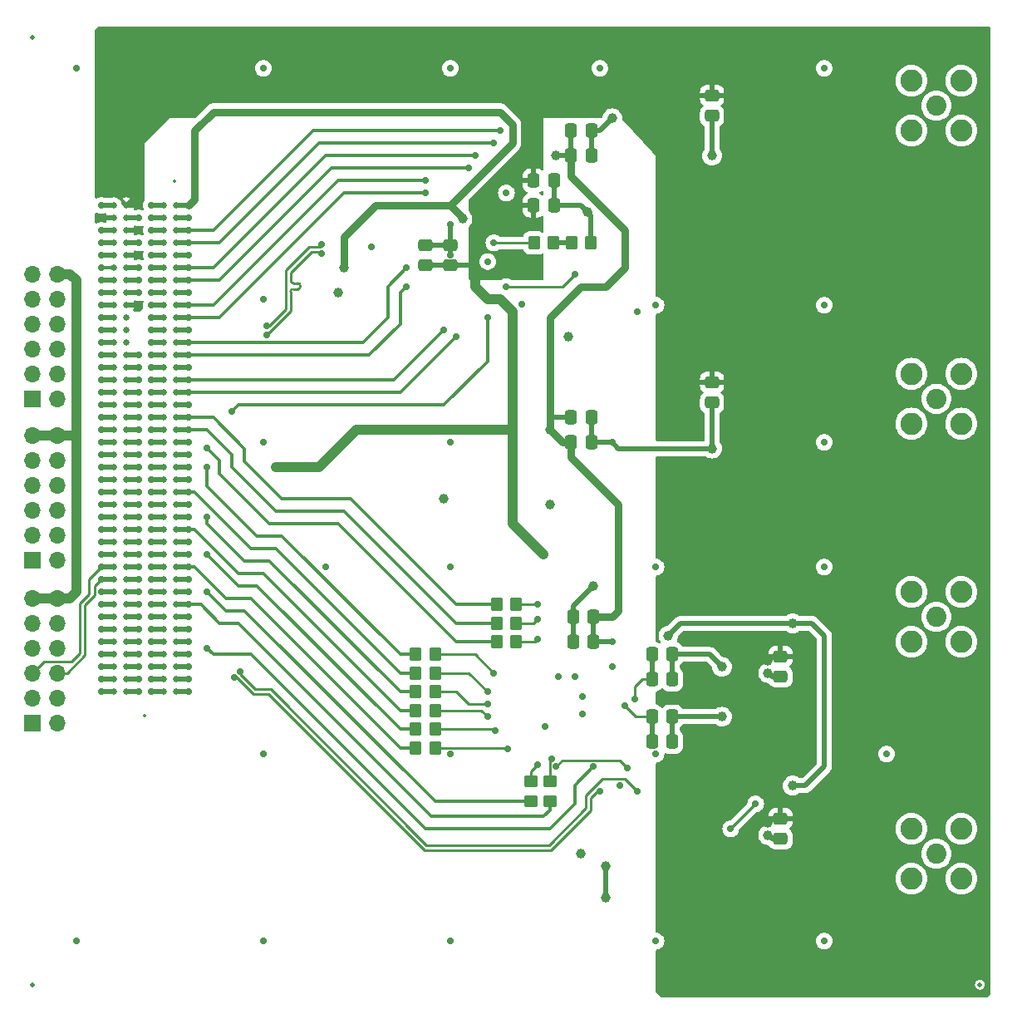
<source format=gbr>
%TF.GenerationSoftware,KiCad,Pcbnew,8.0.0*%
%TF.CreationDate,2024-08-30T23:26:16+03:00*%
%TF.ProjectId,ML605_LPC_Board_wADC_DAC,4d4c3630-355f-44c5-9043-5f426f617264,rev?*%
%TF.SameCoordinates,Original*%
%TF.FileFunction,Copper,L4,Bot*%
%TF.FilePolarity,Positive*%
%FSLAX46Y46*%
G04 Gerber Fmt 4.6, Leading zero omitted, Abs format (unit mm)*
G04 Created by KiCad (PCBNEW 8.0.0) date 2024-08-30 23:26:16*
%MOMM*%
%LPD*%
G01*
G04 APERTURE LIST*
G04 Aperture macros list*
%AMRoundRect*
0 Rectangle with rounded corners*
0 $1 Rounding radius*
0 $2 $3 $4 $5 $6 $7 $8 $9 X,Y pos of 4 corners*
0 Add a 4 corners polygon primitive as box body*
4,1,4,$2,$3,$4,$5,$6,$7,$8,$9,$2,$3,0*
0 Add four circle primitives for the rounded corners*
1,1,$1+$1,$2,$3*
1,1,$1+$1,$4,$5*
1,1,$1+$1,$6,$7*
1,1,$1+$1,$8,$9*
0 Add four rect primitives between the rounded corners*
20,1,$1+$1,$2,$3,$4,$5,0*
20,1,$1+$1,$4,$5,$6,$7,0*
20,1,$1+$1,$6,$7,$8,$9,0*
20,1,$1+$1,$8,$9,$2,$3,0*%
G04 Aperture macros list end*
%TA.AperFunction,ComponentPad*%
%ADD10C,2.050000*%
%TD*%
%TA.AperFunction,ComponentPad*%
%ADD11C,2.250000*%
%TD*%
%TA.AperFunction,ComponentPad*%
%ADD12R,1.700000X1.700000*%
%TD*%
%TA.AperFunction,ComponentPad*%
%ADD13O,1.700000X1.700000*%
%TD*%
%TA.AperFunction,SMDPad,CuDef*%
%ADD14RoundRect,0.250000X-0.475000X0.337500X-0.475000X-0.337500X0.475000X-0.337500X0.475000X0.337500X0*%
%TD*%
%TA.AperFunction,SMDPad,CuDef*%
%ADD15RoundRect,0.250000X-0.337500X-0.475000X0.337500X-0.475000X0.337500X0.475000X-0.337500X0.475000X0*%
%TD*%
%TA.AperFunction,SMDPad,CuDef*%
%ADD16C,0.640000*%
%TD*%
%TA.AperFunction,SMDPad,CuDef*%
%ADD17RoundRect,0.250000X0.350000X0.450000X-0.350000X0.450000X-0.350000X-0.450000X0.350000X-0.450000X0*%
%TD*%
%TA.AperFunction,SMDPad,CuDef*%
%ADD18RoundRect,0.250000X-0.350000X-0.450000X0.350000X-0.450000X0.350000X0.450000X-0.350000X0.450000X0*%
%TD*%
%TA.AperFunction,SMDPad,CuDef*%
%ADD19RoundRect,0.250000X0.337500X0.475000X-0.337500X0.475000X-0.337500X-0.475000X0.337500X-0.475000X0*%
%TD*%
%TA.AperFunction,SMDPad,CuDef*%
%ADD20RoundRect,0.250000X-0.450000X0.350000X-0.450000X-0.350000X0.450000X-0.350000X0.450000X0.350000X0*%
%TD*%
%TA.AperFunction,SMDPad,CuDef*%
%ADD21C,0.500000*%
%TD*%
%TA.AperFunction,SMDPad,CuDef*%
%ADD22RoundRect,0.250000X0.475000X-0.337500X0.475000X0.337500X-0.475000X0.337500X-0.475000X-0.337500X0*%
%TD*%
%TA.AperFunction,ViaPad*%
%ADD23C,0.700000*%
%TD*%
%TA.AperFunction,ViaPad*%
%ADD24C,1.000000*%
%TD*%
%TA.AperFunction,Conductor*%
%ADD25C,0.508000*%
%TD*%
%TA.AperFunction,Conductor*%
%ADD26C,0.762000*%
%TD*%
%TA.AperFunction,Conductor*%
%ADD27C,0.254000*%
%TD*%
%TA.AperFunction,Conductor*%
%ADD28C,1.016000*%
%TD*%
%TA.AperFunction,Conductor*%
%ADD29C,0.355600*%
%TD*%
%ADD30C,0.300000*%
%ADD31C,0.350000*%
G04 APERTURE END LIST*
D10*
%TO.P,J8,1,In*%
%TO.N,Net-(J8-In)*%
X168980000Y-58560000D03*
D11*
%TO.P,J8,2,Ext*%
%TO.N,GNDA*%
X166440000Y-56020000D03*
X166440000Y-61100000D03*
X171520000Y-56020000D03*
X171520000Y-61100000D03*
%TD*%
D10*
%TO.P,J9,1,In*%
%TO.N,Net-(J9-In)*%
X168980000Y-88405000D03*
D11*
%TO.P,J9,2,Ext*%
%TO.N,GNDA*%
X166440000Y-85865000D03*
X166440000Y-90945000D03*
X171520000Y-85865000D03*
X171520000Y-90945000D03*
%TD*%
D12*
%TO.P,J10,1,Pin_1*%
%TO.N,/CLK1_M2C_N*%
X76905000Y-121425000D03*
D13*
%TO.P,J10,2,Pin_2*%
%TO.N,/CLK1_M2C_P*%
X79445000Y-121425000D03*
%TO.P,J10,3,Pin_3*%
%TO.N,/LA01_N*%
X76905000Y-118885000D03*
%TO.P,J10,4,Pin_4*%
%TO.N,/LA01_P*%
X79445000Y-118885000D03*
%TO.P,J10,5,Pin_5*%
%TO.N,/LA06_N*%
X76905000Y-116345000D03*
%TO.P,J10,6,Pin_6*%
%TO.N,/LA06_P*%
X79445000Y-116345000D03*
%TO.P,J10,7,Pin_7*%
%TO.N,/LA05_N*%
X76905000Y-113805000D03*
%TO.P,J10,8,Pin_8*%
%TO.N,/LA05_P*%
X79445000Y-113805000D03*
%TO.P,J10,9,Pin_9*%
%TO.N,GNDA*%
X76905000Y-111265000D03*
%TO.P,J10,10,Pin_10*%
X79445000Y-111265000D03*
%TO.P,J10,11,Pin_11*%
%TO.N,3V3*%
X76905000Y-108725000D03*
%TO.P,J10,12,Pin_12*%
X79445000Y-108725000D03*
%TD*%
D10*
%TO.P,J5,1,In*%
%TO.N,/ADC_Circuit/I_IN*%
X168980000Y-110630000D03*
D11*
%TO.P,J5,2,Ext*%
%TO.N,GNDA*%
X166440000Y-108090000D03*
X166440000Y-113170000D03*
X171520000Y-108090000D03*
X171520000Y-113170000D03*
%TD*%
D10*
%TO.P,J4,1,In*%
%TO.N,/ADC_Circuit/Q_IN*%
X168980000Y-134760000D03*
D11*
%TO.P,J4,2,Ext*%
%TO.N,GNDA*%
X166440000Y-132220000D03*
X166440000Y-137300000D03*
X171520000Y-132220000D03*
X171520000Y-137300000D03*
%TD*%
D12*
%TO.P,J12,1,Pin_1*%
%TO.N,/LA17_P_CC*%
X76905000Y-88405000D03*
D13*
%TO.P,J12,2,Pin_2*%
%TO.N,/LA17_N_CC*%
X79445000Y-88405000D03*
%TO.P,J12,3,Pin_3*%
%TO.N,/LA18_P_CC*%
X76905000Y-85865000D03*
%TO.P,J12,4,Pin_4*%
%TO.N,/LA18_N_CC*%
X79445000Y-85865000D03*
%TO.P,J12,5,Pin_5*%
%TO.N,/LA27_P*%
X76905000Y-83325000D03*
%TO.P,J12,6,Pin_6*%
%TO.N,/LA27_N*%
X79445000Y-83325000D03*
%TO.P,J12,7,Pin_7*%
%TO.N,/SCL*%
X76905000Y-80785000D03*
%TO.P,J12,8,Pin_8*%
%TO.N,/SDA*%
X79445000Y-80785000D03*
%TO.P,J12,9,Pin_9*%
%TO.N,GNDA*%
X76905000Y-78245000D03*
%TO.P,J12,10,Pin_10*%
X79445000Y-78245000D03*
%TO.P,J12,11,Pin_11*%
%TO.N,3V3*%
X76905000Y-75705000D03*
%TO.P,J12,12,Pin_12*%
X79445000Y-75705000D03*
%TD*%
D12*
%TO.P,J11,1,Pin_1*%
%TO.N,/LA09_N*%
X76885000Y-104890000D03*
D13*
%TO.P,J11,2,Pin_2*%
%TO.N,/LA09_P*%
X79425000Y-104890000D03*
%TO.P,J11,3,Pin_3*%
%TO.N,/LA10_N*%
X76885000Y-102350000D03*
%TO.P,J11,4,Pin_4*%
%TO.N,/LA10_P*%
X79425000Y-102350000D03*
%TO.P,J11,5,Pin_5*%
%TO.N,/LA13_N*%
X76885000Y-99810000D03*
%TO.P,J11,6,Pin_6*%
%TO.N,/LA13_P*%
X79425000Y-99810000D03*
%TO.P,J11,7,Pin_7*%
%TO.N,/LA14_N*%
X76885000Y-97270000D03*
%TO.P,J11,8,Pin_8*%
%TO.N,/LA14_P*%
X79425000Y-97270000D03*
%TO.P,J11,9,Pin_9*%
%TO.N,GNDA*%
X76885000Y-94730000D03*
%TO.P,J11,10,Pin_10*%
X79425000Y-94730000D03*
%TO.P,J11,11,Pin_11*%
%TO.N,3V3*%
X76885000Y-92190000D03*
%TO.P,J11,12,Pin_12*%
X79425000Y-92190000D03*
%TD*%
D14*
%TO.P,C32,1*%
%TO.N,3V3*%
X146120000Y-86732500D03*
%TO.P,C32,2*%
%TO.N,GNDA*%
X146120000Y-88807500D03*
%TD*%
D15*
%TO.P,C20,1*%
%TO.N,1V5*%
X131747500Y-90310000D03*
%TO.P,C20,2*%
%TO.N,GNDA*%
X133822500Y-90310000D03*
%TD*%
D16*
%TO.P,J1,C1,C1*%
%TO.N,GNDA*%
X85160000Y-118250000D03*
%TO.P,J1,C2,C2*%
%TO.N,/DP0_C2M_P*%
X85160000Y-116980000D03*
%TO.P,J1,C3,C3*%
%TO.N,/DP0_C2M_N*%
X85160000Y-115710000D03*
%TO.P,J1,C4,C4*%
%TO.N,GNDA*%
X85160000Y-114440000D03*
%TO.P,J1,C5,C5*%
X85160000Y-113170000D03*
%TO.P,J1,C6,C6*%
%TO.N,/DP0_M2C_P*%
X85160000Y-111900000D03*
%TO.P,J1,C7,C7*%
%TO.N,/DP0_M2C_N*%
X85160000Y-110630000D03*
%TO.P,J1,C8,C8*%
%TO.N,GNDA*%
X85160000Y-109360000D03*
%TO.P,J1,C9,C9*%
X85160000Y-108090000D03*
%TO.P,J1,C10,C10*%
%TO.N,/LA06_P*%
X85160000Y-106820000D03*
%TO.P,J1,C11,C11*%
%TO.N,/LA06_N*%
X85160000Y-105550000D03*
%TO.P,J1,C12,C12*%
%TO.N,GNDA*%
X85160000Y-104280000D03*
%TO.P,J1,C13,C13*%
X85160000Y-103010000D03*
%TO.P,J1,C14,C14*%
%TO.N,/LA10_P*%
X85160000Y-101740000D03*
%TO.P,J1,C15,C15*%
%TO.N,/LA10_N*%
X85160000Y-100470000D03*
%TO.P,J1,C16,C16*%
%TO.N,GNDA*%
X85160000Y-99200000D03*
%TO.P,J1,C17,C17*%
X85160000Y-97930000D03*
%TO.P,J1,C18,C18*%
%TO.N,/LA14_P*%
X85160000Y-96660000D03*
%TO.P,J1,C19,C19*%
%TO.N,/LA14_N*%
X85160000Y-95390000D03*
%TO.P,J1,C20,C20*%
%TO.N,GNDA*%
X85160000Y-94120000D03*
%TO.P,J1,C21,C21*%
X85160000Y-92850000D03*
%TO.P,J1,C22,C22*%
%TO.N,/LA18_P_CC*%
X85160000Y-91580000D03*
%TO.P,J1,C23,C23*%
%TO.N,/LA18_N_CC*%
X85160000Y-90310000D03*
%TO.P,J1,C24,C24*%
%TO.N,GNDA*%
X85160000Y-89040000D03*
%TO.P,J1,C25,C25*%
X85160000Y-87770000D03*
%TO.P,J1,C26,C26*%
%TO.N,/LA27_P*%
X85160000Y-86500000D03*
%TO.P,J1,C27,C27*%
%TO.N,/LA27_N*%
X85160000Y-85230000D03*
%TO.P,J1,C28,C28*%
%TO.N,GNDA*%
X85160000Y-83960000D03*
%TO.P,J1,C29,C29*%
X85160000Y-82690000D03*
%TO.P,J1,C30,C30*%
%TO.N,/SCL*%
X85160000Y-81420000D03*
%TO.P,J1,C31,C31*%
%TO.N,/SDA*%
X85160000Y-80150000D03*
%TO.P,J1,C32,C32*%
%TO.N,GNDA*%
X85160000Y-78880000D03*
%TO.P,J1,C33,C33*%
X85160000Y-77610000D03*
%TO.P,J1,C34,C34*%
%TO.N,/GA0*%
X85160000Y-76340000D03*
%TO.P,J1,C35,C35*%
%TO.N,+12V*%
X85160000Y-75070000D03*
%TO.P,J1,C36,C36*%
%TO.N,GNDA*%
X85160000Y-73800000D03*
%TO.P,J1,C37,C37*%
%TO.N,+12V*%
X85160000Y-72530000D03*
%TO.P,J1,C38,C38*%
%TO.N,GNDA*%
X85160000Y-71260000D03*
%TO.P,J1,C39,C39*%
%TO.N,3V3*%
X85160000Y-69990000D03*
%TO.P,J1,C40,C40*%
%TO.N,GNDA*%
X85160000Y-68720000D03*
%TO.P,J1,D1,D1*%
%TO.N,/PG_C2M*%
X86430000Y-118250000D03*
%TO.P,J1,D2,D2*%
%TO.N,GNDA*%
X86430000Y-116980000D03*
%TO.P,J1,D3,D3*%
X86430000Y-115710000D03*
%TO.P,J1,D4,D4*%
%TO.N,/GBTCLK0_M2C_P*%
X86430000Y-114440000D03*
%TO.P,J1,D5,D5*%
%TO.N,/GBTCLK0_M2C_N*%
X86430000Y-113170000D03*
%TO.P,J1,D6,D6*%
%TO.N,GNDA*%
X86430000Y-111900000D03*
%TO.P,J1,D7,D7*%
X86430000Y-110630000D03*
%TO.P,J1,D8,D8*%
%TO.N,/LA01_P*%
X86430000Y-109360000D03*
%TO.P,J1,D9,D9*%
%TO.N,/LA01_N*%
X86430000Y-108090000D03*
%TO.P,J1,D10,D10*%
%TO.N,GNDA*%
X86430000Y-106820000D03*
%TO.P,J1,D11,D11*%
%TO.N,/LA05_P*%
X86430000Y-105550000D03*
%TO.P,J1,D12,D12*%
%TO.N,/LA05_N*%
X86430000Y-104280000D03*
%TO.P,J1,D13,D13*%
%TO.N,GNDA*%
X86430000Y-103010000D03*
%TO.P,J1,D14,D14*%
%TO.N,/LA09_P*%
X86430000Y-101740000D03*
%TO.P,J1,D15,D15*%
%TO.N,/LA09_N*%
X86430000Y-100470000D03*
%TO.P,J1,D16,D16*%
%TO.N,GNDA*%
X86430000Y-99200000D03*
%TO.P,J1,D17,D17*%
%TO.N,/LA13_P*%
X86430000Y-97930000D03*
%TO.P,J1,D18,D18*%
%TO.N,/LA13_N*%
X86430000Y-96660000D03*
%TO.P,J1,D19,D19*%
%TO.N,GNDA*%
X86430000Y-95390000D03*
%TO.P,J1,D20,D20*%
%TO.N,/LA17_P_CC*%
X86430000Y-94120000D03*
%TO.P,J1,D21,D21*%
%TO.N,/LA17_N_CC*%
X86430000Y-92850000D03*
%TO.P,J1,D22,D22*%
%TO.N,GNDA*%
X86430000Y-91580000D03*
%TO.P,J1,D23,D23*%
%TO.N,/LA23_P*%
X86430000Y-90310000D03*
%TO.P,J1,D24,D24*%
%TO.N,/LA23_N*%
X86430000Y-89040000D03*
%TO.P,J1,D25,D25*%
%TO.N,GNDA*%
X86430000Y-87770000D03*
%TO.P,J1,D26,D26*%
%TO.N,/LA26_P*%
X86430000Y-86500000D03*
%TO.P,J1,D27,D27*%
%TO.N,/LA26_N*%
X86430000Y-85230000D03*
%TO.P,J1,D28,D28*%
%TO.N,GNDA*%
X86430000Y-83960000D03*
%TO.P,J1,D29,D29*%
%TO.N,/TCK*%
X86430000Y-82690000D03*
%TO.P,J1,D30,D30*%
%TO.N,/TDI*%
X86430000Y-81420000D03*
%TO.P,J1,D31,D31*%
%TO.N,/TDO*%
X86430000Y-80150000D03*
%TO.P,J1,D32,D32*%
%TO.N,3V3*%
X86430000Y-78880000D03*
%TO.P,J1,D33,D33*%
%TO.N,/TMS*%
X86430000Y-77610000D03*
%TO.P,J1,D34,D34*%
%TO.N,/TRST_L*%
X86430000Y-76340000D03*
%TO.P,J1,D35,D35*%
%TO.N,/GA1*%
X86430000Y-75070000D03*
%TO.P,J1,D36,D36*%
%TO.N,3V3*%
X86430000Y-73800000D03*
%TO.P,J1,D37,D37*%
%TO.N,GNDA*%
X86430000Y-72530000D03*
%TO.P,J1,D38,D38*%
%TO.N,3V3*%
X86430000Y-71260000D03*
%TO.P,J1,D39,D39*%
%TO.N,GNDA*%
X86430000Y-69990000D03*
%TO.P,J1,D40,D40*%
%TO.N,3V3*%
X86430000Y-68720000D03*
%TO.P,J1,G1,G1*%
%TO.N,GNDA*%
X90240000Y-118250000D03*
%TO.P,J1,G2,G2*%
%TO.N,/CLK1_M2C_P*%
X90240000Y-116980000D03*
%TO.P,J1,G3,G3*%
%TO.N,/CLK1_M2C_N*%
X90240000Y-115710000D03*
%TO.P,J1,G4,G4*%
%TO.N,GNDA*%
X90240000Y-114440000D03*
%TO.P,J1,G5,G5*%
X90240000Y-113170000D03*
%TO.P,J1,G6,G6*%
%TO.N,/LA00_P_CC*%
X90240000Y-111900000D03*
%TO.P,J1,G7,G7*%
%TO.N,/LA00_N_CC*%
X90240000Y-110630000D03*
%TO.P,J1,G8,G8*%
%TO.N,GNDA*%
X90240000Y-109360000D03*
%TO.P,J1,G9,G9*%
%TO.N,/LA03_P*%
X90240000Y-108090000D03*
%TO.P,J1,G10,G10*%
%TO.N,/LA03_N*%
X90240000Y-106820000D03*
%TO.P,J1,G11,G11*%
%TO.N,GNDA*%
X90240000Y-105550000D03*
%TO.P,J1,G12,G12*%
%TO.N,/LA08_P*%
X90240000Y-104280000D03*
%TO.P,J1,G13,G13*%
%TO.N,/LA08_N*%
X90240000Y-103010000D03*
%TO.P,J1,G14,G14*%
%TO.N,GNDA*%
X90240000Y-101740000D03*
%TO.P,J1,G15,G15*%
%TO.N,/LA12_P*%
X90240000Y-100470000D03*
%TO.P,J1,G16,G16*%
%TO.N,/LA12_N*%
X90240000Y-99200000D03*
%TO.P,J1,G17,G17*%
%TO.N,GNDA*%
X90240000Y-97930000D03*
%TO.P,J1,G18,G18*%
%TO.N,/LA16_P*%
X90240000Y-96660000D03*
%TO.P,J1,G19,G19*%
%TO.N,/LA16_N*%
X90240000Y-95390000D03*
%TO.P,J1,G20,G20*%
%TO.N,GNDA*%
X90240000Y-94120000D03*
%TO.P,J1,G21,G21*%
%TO.N,/LA20_P*%
X90240000Y-92850000D03*
%TO.P,J1,G22,G22*%
%TO.N,/LA20_N*%
X90240000Y-91580000D03*
%TO.P,J1,G23,G23*%
%TO.N,GNDA*%
X90240000Y-90310000D03*
%TO.P,J1,G24,G24*%
%TO.N,/LA22_P*%
X90240000Y-89040000D03*
%TO.P,J1,G25,G25*%
%TO.N,/LA22_N*%
X90240000Y-87770000D03*
%TO.P,J1,G26,G26*%
%TO.N,GNDA*%
X90240000Y-86500000D03*
%TO.P,J1,G27,G27*%
%TO.N,/LA25_P*%
X90240000Y-85230000D03*
%TO.P,J1,G28,G28*%
%TO.N,/LA25_N*%
X90240000Y-83960000D03*
%TO.P,J1,G29,G29*%
%TO.N,GNDA*%
X90240000Y-82690000D03*
%TO.P,J1,G30,G30*%
%TO.N,/LA29_P*%
X90240000Y-81420000D03*
%TO.P,J1,G31,G31*%
%TO.N,/LA29_N*%
X90240000Y-80150000D03*
%TO.P,J1,G32,G32*%
%TO.N,GNDA*%
X90240000Y-78880000D03*
%TO.P,J1,G33,G33*%
%TO.N,/LA31_P*%
X90240000Y-77610000D03*
%TO.P,J1,G34,G34*%
%TO.N,/LA31_N*%
X90240000Y-76340000D03*
%TO.P,J1,G35,G35*%
%TO.N,GNDA*%
X90240000Y-75070000D03*
%TO.P,J1,G36,G36*%
%TO.N,/LA33_P*%
X90240000Y-73800000D03*
%TO.P,J1,G37,G37*%
%TO.N,/LA33_N*%
X90240000Y-72530000D03*
%TO.P,J1,G38,G38*%
%TO.N,GNDA*%
X90240000Y-71260000D03*
%TO.P,J1,G39,G39*%
%TO.N,VADJ*%
X90240000Y-69990000D03*
%TO.P,J1,G40,G40*%
%TO.N,GNDA*%
X90240000Y-68720000D03*
%TO.P,J1,H1,H1*%
%TO.N,/VREF_A_M2C*%
X91510000Y-118250000D03*
%TO.P,J1,H2,H2*%
%TO.N,/PRSNT_M2C_L*%
X91510000Y-116980000D03*
%TO.P,J1,H3,H3*%
%TO.N,GNDA*%
X91510000Y-115710000D03*
%TO.P,J1,H4,H4*%
%TO.N,/CLK0_M2C_P*%
X91510000Y-114440000D03*
%TO.P,J1,H5,H5*%
%TO.N,/CLK0_M2C_N*%
X91510000Y-113170000D03*
%TO.P,J1,H6,H6*%
%TO.N,GNDA*%
X91510000Y-111900000D03*
%TO.P,J1,H7,H7*%
%TO.N,/LA02_P*%
X91510000Y-110630000D03*
%TO.P,J1,H8,H8*%
%TO.N,/LA02_N*%
X91510000Y-109360000D03*
%TO.P,J1,H9,H9*%
%TO.N,GNDA*%
X91510000Y-108090000D03*
%TO.P,J1,H10,H10*%
%TO.N,/LA04_P*%
X91510000Y-106820000D03*
%TO.P,J1,H11,H11*%
%TO.N,/LA04_N*%
X91510000Y-105550000D03*
%TO.P,J1,H12,H12*%
%TO.N,GNDA*%
X91510000Y-104280000D03*
%TO.P,J1,H13,H13*%
%TO.N,/LA07_P*%
X91510000Y-103010000D03*
%TO.P,J1,H14,H14*%
%TO.N,/LA07_N*%
X91510000Y-101740000D03*
%TO.P,J1,H15,H15*%
%TO.N,GNDA*%
X91510000Y-100470000D03*
%TO.P,J1,H16,H16*%
%TO.N,/LA11_P*%
X91510000Y-99200000D03*
%TO.P,J1,H17,H17*%
%TO.N,/LA11_N*%
X91510000Y-97930000D03*
%TO.P,J1,H18,H18*%
%TO.N,GNDA*%
X91510000Y-96660000D03*
%TO.P,J1,H19,H19*%
%TO.N,/LA15_P*%
X91510000Y-95390000D03*
%TO.P,J1,H20,H20*%
%TO.N,/LA15_N*%
X91510000Y-94120000D03*
%TO.P,J1,H21,H21*%
%TO.N,GNDA*%
X91510000Y-92850000D03*
%TO.P,J1,H22,H22*%
%TO.N,/LA19_P*%
X91510000Y-91580000D03*
%TO.P,J1,H23,H23*%
%TO.N,/LA19_N*%
X91510000Y-90310000D03*
%TO.P,J1,H24,H24*%
%TO.N,GNDA*%
X91510000Y-89040000D03*
%TO.P,J1,H25,H25*%
%TO.N,/LA21_P*%
X91510000Y-87770000D03*
%TO.P,J1,H26,H26*%
%TO.N,/LA21_N*%
X91510000Y-86500000D03*
%TO.P,J1,H27,H27*%
%TO.N,GNDA*%
X91510000Y-85230000D03*
%TO.P,J1,H28,H28*%
%TO.N,/LA24_P*%
X91510000Y-83960000D03*
%TO.P,J1,H29,H29*%
%TO.N,/LA24_N*%
X91510000Y-82690000D03*
%TO.P,J1,H30,H30*%
%TO.N,GNDA*%
X91510000Y-81420000D03*
%TO.P,J1,H31,H31*%
%TO.N,/LA28_P*%
X91510000Y-80150000D03*
%TO.P,J1,H32,H32*%
%TO.N,/LA28_N*%
X91510000Y-78880000D03*
%TO.P,J1,H33,H33*%
%TO.N,GNDA*%
X91510000Y-77610000D03*
%TO.P,J1,H34,H34*%
%TO.N,/LA30_P*%
X91510000Y-76340000D03*
%TO.P,J1,H35,H35*%
%TO.N,/LA30_N*%
X91510000Y-75070000D03*
%TO.P,J1,H36,H36*%
%TO.N,GNDA*%
X91510000Y-73800000D03*
%TO.P,J1,H37,H37*%
%TO.N,/LA32_P*%
X91510000Y-72530000D03*
%TO.P,J1,H38,H38*%
%TO.N,/LA32_N*%
X91510000Y-71260000D03*
%TO.P,J1,H39,H39*%
%TO.N,GNDA*%
X91510000Y-69990000D03*
%TO.P,J1,H40,H40*%
%TO.N,VADJ*%
X91510000Y-68720000D03*
%TD*%
D17*
%TO.P,R6,1*%
%TO.N,Net-(IC1-I1)*%
X117910000Y-116345000D03*
%TO.P,R6,2*%
%TO.N,/LA11_N*%
X115910000Y-116345000D03*
%TD*%
D18*
%TO.P,R17,1*%
%TO.N,/LA20_P*%
X124165000Y-113170000D03*
%TO.P,R17,2*%
%TO.N,Net-(IC1-I6)*%
X126165000Y-113170000D03*
%TD*%
D17*
%TO.P,R10,1*%
%TO.N,Net-(IC1-Q7)*%
X117910000Y-120155000D03*
%TO.P,R10,2*%
%TO.N,/LA07_N*%
X115910000Y-120155000D03*
%TD*%
D14*
%TO.P,C17,1*%
%TO.N,3V3*%
X153105000Y-131182500D03*
%TO.P,C17,2*%
%TO.N,GNDA*%
X153105000Y-133257500D03*
%TD*%
%TO.P,C36,1*%
%TO.N,GNDA*%
X119450000Y-72762500D03*
%TO.P,C36,2*%
%TO.N,3V3*%
X119450000Y-74837500D03*
%TD*%
D17*
%TO.P,R8,1*%
%TO.N,Net-(IC1-Q9)*%
X117910000Y-118250000D03*
%TO.P,R8,2*%
%TO.N,/LA12_N*%
X115910000Y-118250000D03*
%TD*%
D19*
%TO.P,C7,1*%
%TO.N,1V5*%
X134055000Y-110630000D03*
%TO.P,C7,2*%
%TO.N,GNDA*%
X131980000Y-110630000D03*
%TD*%
D15*
%TO.P,C34,1*%
%TO.N,3V3*%
X127937500Y-66180000D03*
%TO.P,C34,2*%
%TO.N,GNDA*%
X130012500Y-66180000D03*
%TD*%
D20*
%TO.P,R18,1*%
%TO.N,Net-(IC1-Q1)*%
X127705000Y-127410000D03*
%TO.P,R18,2*%
%TO.N,/LA03_N*%
X127705000Y-129410000D03*
%TD*%
D17*
%TO.P,R12,1*%
%TO.N,Net-(IC1-Q5)*%
X117910000Y-122060000D03*
%TO.P,R12,2*%
%TO.N,/LA08_N*%
X115910000Y-122060000D03*
%TD*%
D18*
%TO.P,R34,1*%
%TO.N,Net-(IC4-BIASJ_A)*%
X127975000Y-72530000D03*
%TO.P,R34,2*%
%TO.N,Net-(R34-Pad2)*%
X129975000Y-72530000D03*
%TD*%
D21*
%TO.P,FID5,*%
%TO.N,*%
X76905000Y-148095000D03*
%TD*%
D15*
%TO.P,C19,1*%
%TO.N,1V5*%
X131747500Y-61100000D03*
%TO.P,C19,2*%
%TO.N,GNDA*%
X133822500Y-61100000D03*
%TD*%
D17*
%TO.P,R4,1*%
%TO.N,Net-(IC1-I3)*%
X117910000Y-114440000D03*
%TO.P,R4,2*%
%TO.N,/LA16_N*%
X115910000Y-114440000D03*
%TD*%
D18*
%TO.P,R21,1*%
%TO.N,/LA19_P*%
X124165000Y-111265000D03*
%TO.P,R21,2*%
%TO.N,Net-(IC1-I8)*%
X126165000Y-111265000D03*
%TD*%
%TO.P,R23,1*%
%TO.N,/LA19_N*%
X124165000Y-109360000D03*
%TO.P,R23,2*%
%TO.N,Net-(IC1-I9)*%
X126165000Y-109360000D03*
%TD*%
D15*
%TO.P,C11,1*%
%TO.N,Net-(IC1-VRP)*%
X140002500Y-123330000D03*
%TO.P,C11,2*%
%TO.N,GNDA*%
X142077500Y-123330000D03*
%TD*%
D19*
%TO.P,C10,1*%
%TO.N,GNDA*%
X142077500Y-120790000D03*
%TO.P,C10,2*%
%TO.N,Net-(IC1-VRP)*%
X140002500Y-120790000D03*
%TD*%
D15*
%TO.P,C22,1*%
%TO.N,1V5*%
X131747500Y-92850000D03*
%TO.P,C22,2*%
%TO.N,GNDA*%
X133822500Y-92850000D03*
%TD*%
D18*
%TO.P,R35,1*%
%TO.N,Net-(R34-Pad2)*%
X131785000Y-72530000D03*
%TO.P,R35,2*%
%TO.N,GNDA*%
X133785000Y-72530000D03*
%TD*%
D22*
%TO.P,C35,1*%
%TO.N,3V3*%
X116910000Y-74837500D03*
%TO.P,C35,2*%
%TO.N,GNDA*%
X116910000Y-72762500D03*
%TD*%
D20*
%TO.P,R22,1*%
%TO.N,Net-(IC1-I{slash}~{Q})*%
X129610000Y-127410000D03*
%TO.P,R22,2*%
%TO.N,/LA02_N*%
X129610000Y-129410000D03*
%TD*%
D15*
%TO.P,C6,1*%
%TO.N,GNDA*%
X131980000Y-113170000D03*
%TO.P,C6,2*%
%TO.N,1V5*%
X134055000Y-113170000D03*
%TD*%
D14*
%TO.P,C31,1*%
%TO.N,3V3*%
X146120000Y-57522500D03*
%TO.P,C31,2*%
%TO.N,GNDA*%
X146120000Y-59597500D03*
%TD*%
D17*
%TO.P,R14,1*%
%TO.N,Net-(IC1-Q3)*%
X117910000Y-123965000D03*
%TO.P,R14,2*%
%TO.N,/LA04_N*%
X115910000Y-123965000D03*
%TD*%
D21*
%TO.P,FID4,*%
%TO.N,*%
X76905000Y-51575000D03*
%TD*%
D19*
%TO.P,C33,1*%
%TO.N,GNDA*%
X130012500Y-68720000D03*
%TO.P,C33,2*%
%TO.N,3V3*%
X127937500Y-68720000D03*
%TD*%
D21*
%TO.P,FID6,*%
%TO.N,*%
X173425000Y-148095000D03*
%TD*%
D15*
%TO.P,C21,1*%
%TO.N,1V5*%
X131747500Y-63640000D03*
%TO.P,C21,2*%
%TO.N,GNDA*%
X133822500Y-63640000D03*
%TD*%
D14*
%TO.P,C16,1*%
%TO.N,3V3*%
X153105000Y-114672500D03*
%TO.P,C16,2*%
%TO.N,GNDA*%
X153105000Y-116747500D03*
%TD*%
D15*
%TO.P,C8,1*%
%TO.N,Net-(IC1-VRN)*%
X140002500Y-114440000D03*
%TO.P,C8,2*%
%TO.N,GNDA*%
X142077500Y-114440000D03*
%TD*%
D19*
%TO.P,C9,1*%
%TO.N,GNDA*%
X142077500Y-116980000D03*
%TO.P,C9,2*%
%TO.N,Net-(IC1-VRN)*%
X140002500Y-116980000D03*
%TD*%
D23*
%TO.N,GNDA*%
X88970000Y-118250000D03*
X88970000Y-113170000D03*
X87700000Y-110630000D03*
X88970000Y-82690000D03*
X136722000Y-127775000D03*
D24*
X151835000Y-132855000D03*
D23*
X83890000Y-108090000D03*
X81350000Y-143650000D03*
X92780000Y-69990000D03*
X100400000Y-78245000D03*
X87700000Y-69990000D03*
X135960000Y-92850000D03*
X87700000Y-103010000D03*
X126741822Y-78755178D03*
X111430220Y-72951279D03*
X88970000Y-101740000D03*
X83890000Y-103010000D03*
D24*
X134055000Y-107455000D03*
D23*
X132912000Y-118758000D03*
X92780000Y-115710000D03*
X88970000Y-86500000D03*
X92780000Y-104280000D03*
X92780000Y-92850000D03*
X157550000Y-92850000D03*
X92780000Y-85230000D03*
X83890000Y-68720000D03*
X87700000Y-95390000D03*
X119450000Y-124600000D03*
X92780000Y-77610000D03*
X87700000Y-115710000D03*
X83890000Y-71260000D03*
X163900000Y-124600000D03*
X88970000Y-94120000D03*
X87700000Y-106820000D03*
X119450000Y-73750000D03*
X88970000Y-114440000D03*
X87700000Y-111900000D03*
D24*
X135960000Y-59830000D03*
D23*
X87700000Y-91580000D03*
X100400000Y-124600000D03*
X88970000Y-97930000D03*
X81350000Y-54750000D03*
X157550000Y-105550000D03*
D24*
X118815000Y-98565000D03*
D23*
X92780000Y-111900000D03*
D24*
X147136000Y-115710000D03*
D23*
X92780000Y-100470000D03*
D24*
X147136000Y-120790000D03*
D23*
X83890000Y-82690000D03*
X92780000Y-73800000D03*
X83890000Y-109360000D03*
D24*
X146120000Y-63640000D03*
D23*
X92780000Y-96660000D03*
X129102000Y-121806000D03*
X83890000Y-77610000D03*
X87700000Y-99200000D03*
X157550000Y-78880000D03*
X83890000Y-97930000D03*
D24*
X133420000Y-69355000D03*
D23*
X83890000Y-89040000D03*
D24*
X132785000Y-134760000D03*
D23*
X87700000Y-72530000D03*
X83890000Y-94120000D03*
X88970000Y-105550000D03*
X119450000Y-105550000D03*
X87700000Y-83960000D03*
D24*
X151835000Y-116345000D03*
D23*
X140405000Y-78880000D03*
X88970000Y-71260000D03*
X140405000Y-105550000D03*
X87700000Y-87770000D03*
X134690000Y-54750000D03*
X83890000Y-104280000D03*
X83890000Y-118250000D03*
X119450000Y-70625000D03*
X100400000Y-54750000D03*
X88970000Y-68720000D03*
D24*
X129610000Y-99200000D03*
D23*
X140405000Y-143650000D03*
X92780000Y-89040000D03*
D24*
X146120000Y-93485000D03*
D23*
X83890000Y-73800000D03*
D24*
X131515000Y-82055000D03*
D23*
X83890000Y-87770000D03*
X119450000Y-54750000D03*
X92780000Y-108090000D03*
X100400000Y-92850000D03*
X88970000Y-90310000D03*
X106750000Y-105550000D03*
D24*
X108020000Y-77610000D03*
D23*
X119450000Y-92850000D03*
X83890000Y-113170000D03*
X87700000Y-116980000D03*
X83890000Y-114440000D03*
X92780000Y-81420000D03*
X100400000Y-143650000D03*
X123260000Y-74435000D03*
X88970000Y-78880000D03*
X157550000Y-143650000D03*
X157550000Y-54750000D03*
X130503000Y-116726000D03*
X83890000Y-78880000D03*
X140405000Y-124600000D03*
X88970000Y-109360000D03*
X132150000Y-116726000D03*
X83890000Y-92850000D03*
X132912000Y-120536000D03*
X83890000Y-83960000D03*
X83890000Y-99200000D03*
X88970000Y-75070000D03*
X119450000Y-143650000D03*
D24*
%TO.N,1V5*%
X129610000Y-91580000D03*
D23*
X135960000Y-113170000D03*
D24*
X129610000Y-91580000D03*
X130245000Y-63640000D03*
D23*
%TO.N,Net-(IC1-VRN)*%
X138246000Y-119012000D03*
%TO.N,Net-(IC1-VRP)*%
X137230000Y-119643000D03*
D24*
%TO.N,3V3*%
X101670000Y-95390000D03*
X126435000Y-56655000D03*
X106750000Y-56655000D03*
D23*
X87700000Y-78880000D03*
D24*
X146120000Y-85230000D03*
D23*
X123260000Y-71260000D03*
D24*
X106750000Y-52845000D03*
D23*
X87700000Y-71260000D03*
D24*
X151835000Y-131585000D03*
D23*
X126435000Y-69355000D03*
D24*
X87700000Y-52845000D03*
X87700000Y-56655000D03*
X146120000Y-56020000D03*
D23*
X83890000Y-69990000D03*
D24*
X146755000Y-118250000D03*
X128975000Y-104280000D03*
X151835000Y-115075000D03*
D23*
X121990000Y-75070000D03*
X87700000Y-68720000D03*
D24*
X126435000Y-52845000D03*
D23*
X87700000Y-73800000D03*
D24*
%TO.N,/ADC_Circuit/VCM_ADC*%
X154335420Y-111304580D03*
X154335420Y-127814580D03*
X141675000Y-112535000D03*
D23*
%TO.N,Net-(IC1-Q3)*%
X125292000Y-124092000D03*
%TO.N,VADJ*%
X92780000Y-68720000D03*
D24*
X135325000Y-139205000D03*
X135325000Y-136030000D03*
D23*
X125165000Y-67450000D03*
X138500000Y-79515000D03*
X130245000Y-125870000D03*
X137484000Y-125997000D03*
X88970000Y-69990000D03*
D24*
X120693616Y-70083028D03*
D23*
X135960000Y-115710000D03*
D24*
X108655000Y-75070000D03*
D23*
%TO.N,Net-(IC1-I1)*%
X123260000Y-118250000D03*
%TO.N,Net-(IC1-Q7)*%
X123260000Y-120790000D03*
%TO.N,/ADC_Circuit/Q+*%
X148025000Y-132220000D03*
X150565000Y-129680000D03*
%TO.N,Net-(IC1-I6)*%
X128340000Y-112916000D03*
%TO.N,Net-(IC1-I3)*%
X123895000Y-116345000D03*
%TO.N,Net-(IC1-I{slash}~{Q})*%
X129757000Y-125108000D03*
%TO.N,Net-(IC1-I8)*%
X128340000Y-110884000D03*
%TO.N,Net-(IC1-Q5)*%
X124020857Y-122185857D03*
%TO.N,Net-(IC1-I9)*%
X128340000Y-109360000D03*
%TO.N,Net-(IC1-Q1)*%
X128361847Y-125718865D03*
%TO.N,Net-(IC1-Q9)*%
X123260000Y-119520000D03*
%TO.N,/LA20_N*%
X88970000Y-91580000D03*
%TO.N,/LA19_N*%
X92780000Y-90310000D03*
%TO.N,/LA20_P*%
X94685000Y-93442200D03*
X88970000Y-92850000D03*
%TO.N,/LA29_P*%
X88970000Y-81420000D03*
%TO.N,/LA33_P*%
X88970000Y-73800000D03*
%TO.N,/DAC Circuit/SLEEP*%
X125165000Y-76975000D03*
X132150000Y-75705000D03*
%TO.N,/LA21_P*%
X92780000Y-87770000D03*
X120085000Y-82055000D03*
%TO.N,/LA22_N*%
X88970000Y-87770000D03*
%TO.N,/LA30_P*%
X121355000Y-64910000D03*
X92780000Y-76340000D03*
%TO.N,/LA30_N*%
X121990000Y-63640000D03*
X92780000Y-75070000D03*
%TO.N,/LA24_N*%
X115005000Y-75070000D03*
X92780000Y-82690000D03*
%TO.N,/LA24_P*%
X115005000Y-76975000D03*
X92780000Y-83960000D03*
%TO.N,/LA22_P*%
X88970000Y-89040000D03*
%TO.N,/LA33_N*%
X88970000Y-72530000D03*
%TO.N,/LA25_P*%
X88970000Y-85230000D03*
%TO.N,/LA21_N*%
X92780000Y-86500000D03*
X118815000Y-81420000D03*
%TO.N,/LA32_P*%
X92780000Y-72530000D03*
X123895000Y-62370000D03*
%TO.N,/LA25_N*%
X88970000Y-83960000D03*
%TO.N,/LA32_N*%
X92780000Y-71260000D03*
X124530000Y-61100000D03*
%TO.N,/LA28_N*%
X116910000Y-66180000D03*
X92780000Y-78880000D03*
%TO.N,Net-(IC4-BIASJ_A)*%
X123895000Y-72530000D03*
%TO.N,/LA31_P*%
X88970000Y-77610000D03*
%TO.N,/LA28_P*%
X92780000Y-80150000D03*
X116910000Y-67450000D03*
%TO.N,/LA31_N*%
X88970000Y-76340000D03*
%TO.N,/PRSNT_M2C_L*%
X92780000Y-116980000D03*
%TO.N,/LA14_P*%
X83890000Y-96660000D03*
%TO.N,/LA27_P*%
X83890000Y-86500000D03*
%TO.N,/CLK1_M2C_N*%
X88970000Y-115710000D03*
%TO.N,/LA07_P*%
X92780000Y-103010000D03*
%TO.N,/PG_C2M*%
X87700000Y-118250000D03*
%TO.N,/SDA*%
X83890000Y-80150000D03*
%TO.N,/DP0_M2C_N*%
X83890000Y-110630000D03*
%TO.N,/CLK1_M2C_P*%
X88970000Y-116980000D03*
%TO.N,/TRST_L*%
X87700000Y-76340000D03*
%TO.N,/GA1*%
X87700000Y-75070000D03*
%TO.N,/DP0_C2M_N*%
X83890000Y-115710000D03*
%TO.N,/LA11_N*%
X92780000Y-97930000D03*
%TO.N,/VREF_A_M2C*%
X92780000Y-118250000D03*
%TO.N,/LA27_N*%
X83890000Y-85230000D03*
%TO.N,/LA26_N*%
X106369000Y-73642000D03*
X100781000Y-81897000D03*
X87700000Y-85230000D03*
%TO.N,/GA0*%
X83890000Y-76340000D03*
%TO.N,/DP0_C2M_P*%
X83890000Y-116980000D03*
%TO.N,/LA15_N*%
X92780000Y-94120000D03*
%TO.N,/LA15_P*%
X92780000Y-95390000D03*
%TO.N,/LA18_P_CC*%
X83890000Y-91580000D03*
%TO.N,/LA17_P_CC*%
X87700000Y-94120000D03*
%TO.N,/LA19_P*%
X92780000Y-91580000D03*
%TO.N,/LA12_N*%
X94685000Y-100470000D03*
X88970000Y-99200000D03*
%TO.N,/LA07_N*%
X92780000Y-101740000D03*
%TO.N,/LA16_N*%
X94685000Y-95390000D03*
X88970000Y-95390000D03*
%TO.N,+12V*%
X83890000Y-75070000D03*
X83890000Y-72530000D03*
%TO.N,/LA23_P*%
X123260000Y-80150000D03*
X87700000Y-90310000D03*
X97225000Y-89717800D03*
%TO.N,/LA00_P_CC*%
X94685000Y-113805000D03*
X88970000Y-111900000D03*
X134055000Y-125870000D03*
%TO.N,/DP0_M2C_P*%
X83890000Y-111900000D03*
%TO.N,/SCL*%
X83890000Y-81420000D03*
%TO.N,/LA13_P*%
X87700000Y-97930000D03*
%TO.N,/LA10_N*%
X83890000Y-100470000D03*
%TO.N,/LA29_N*%
X88970000Y-80150000D03*
%TO.N,/LA05_N*%
X87700000Y-104280000D03*
%TO.N,/LA00_N_CC*%
X88970000Y-110630000D03*
%TO.N,/LA14_N*%
X83890000Y-95390000D03*
%TO.N,/LA26_P*%
X106369000Y-72688000D03*
X87700000Y-86500000D03*
X100781000Y-80943000D03*
%TO.N,/LA09_P*%
X87700000Y-101740000D03*
%TO.N,/LA10_P*%
X83890000Y-101740000D03*
%TO.N,/LA03_N*%
X88970000Y-106820000D03*
X94685000Y-108090000D03*
%TO.N,/GBTCLK0_M2C_N*%
X87700000Y-113170000D03*
%TO.N,/LA13_N*%
X87700000Y-96660000D03*
%TO.N,/LA17_N_CC*%
X87700000Y-92850000D03*
%TO.N,/LA12_P*%
X88970000Y-100470000D03*
%TO.N,/LA11_P*%
X92780000Y-99200000D03*
%TO.N,/LA02_N*%
X92780000Y-109360000D03*
%TO.N,/LA04_P*%
X92780000Y-106820000D03*
%TO.N,/LA08_P*%
X88970000Y-104280000D03*
%TO.N,/LA02_P*%
X92780000Y-110630000D03*
%TO.N,/LA08_N*%
X94685000Y-104280000D03*
X88970000Y-103010000D03*
%TO.N,/LA03_P*%
X88970000Y-108090000D03*
%TO.N,/GBTCLK0_M2C_P*%
X87700000Y-114440000D03*
%TO.N,/LA06_P*%
X83890000Y-106820000D03*
%TO.N,/LA06_N*%
X83890000Y-105550000D03*
%TO.N,/LA05_P*%
X87700000Y-105550000D03*
%TO.N,/CLK0_M2C_N*%
X92780000Y-113170000D03*
X98015723Y-116189277D03*
X138500000Y-128410000D03*
%TO.N,/CLK0_M2C_P*%
X134690000Y-128410000D03*
X92780000Y-114440000D03*
X97411853Y-116793147D03*
%TO.N,/TMS*%
X87700000Y-77610000D03*
%TO.N,/LA04_N*%
X92780000Y-105550000D03*
%TO.N,/LA16_P*%
X88970000Y-96660000D03*
%TO.N,/LA09_N*%
X87700000Y-100470000D03*
%TO.N,/LA23_N*%
X87700000Y-89040000D03*
%TO.N,/LA18_N_CC*%
X83890000Y-90310000D03*
%TO.N,/LA01_P*%
X87700000Y-109360000D03*
%TO.N,/LA01_N*%
X87700000Y-108090000D03*
%TD*%
D25*
%TO.N,GNDA*%
X85160000Y-77610000D02*
X83890000Y-77610000D01*
X91510000Y-77610000D02*
X92780000Y-77610000D01*
X151835000Y-132855000D02*
X152237500Y-133257500D01*
X83890000Y-73800000D02*
X85160000Y-73800000D01*
X85160000Y-92850000D02*
X83890000Y-92850000D01*
X90121000Y-97930000D02*
X89089000Y-97930000D01*
X86549000Y-103010000D02*
X87581000Y-103010000D01*
X90240000Y-118250000D02*
X88970000Y-118250000D01*
X85160000Y-118250000D02*
X83890000Y-118250000D01*
X91510000Y-81420000D02*
X92780000Y-81420000D01*
X91510000Y-104280000D02*
X92780000Y-104280000D01*
X85160000Y-83960000D02*
X83890000Y-83960000D01*
X85160000Y-87770000D02*
X83890000Y-87770000D01*
X131980000Y-110630000D02*
X131980000Y-113170000D01*
X85041000Y-94120000D02*
X84009000Y-94120000D01*
X91510000Y-108090000D02*
X92780000Y-108090000D01*
X133822500Y-61100000D02*
X134690000Y-61100000D01*
X91510000Y-89040000D02*
X92780000Y-89040000D01*
X132785000Y-68720000D02*
X133420000Y-69355000D01*
X142077500Y-120790000D02*
X142077500Y-123330000D01*
X90121000Y-90310000D02*
X89089000Y-90310000D01*
X90121000Y-105550000D02*
X89089000Y-105550000D01*
X91510000Y-92850000D02*
X92780000Y-92850000D01*
X91510000Y-111900000D02*
X92780000Y-111900000D01*
X134690000Y-61100000D02*
X135325000Y-60465000D01*
X92780000Y-115710000D02*
X91510000Y-115710000D01*
X133822500Y-61100000D02*
X133822500Y-63640000D01*
X90121000Y-75070000D02*
X89089000Y-75070000D01*
X91510000Y-73800000D02*
X92780000Y-73800000D01*
X135325000Y-60465000D02*
X135960000Y-59830000D01*
X91510000Y-96660000D02*
X92780000Y-96660000D01*
X86430000Y-115710000D02*
X87700000Y-115710000D01*
X90240000Y-113170000D02*
X88970000Y-113170000D01*
X133420000Y-69355000D02*
X133785000Y-69720000D01*
X90121000Y-109360000D02*
X89089000Y-109360000D01*
X90121000Y-94120000D02*
X89089000Y-94120000D01*
X86549000Y-87770000D02*
X87581000Y-87770000D01*
X85160000Y-103010000D02*
X83890000Y-103010000D01*
X85160000Y-97930000D02*
X83890000Y-97930000D01*
X130012500Y-68720000D02*
X132785000Y-68720000D01*
X146120000Y-63640000D02*
X146120000Y-59597500D01*
X85160000Y-78880000D02*
X83890000Y-78880000D01*
X146120000Y-93485000D02*
X136595000Y-93485000D01*
X90121000Y-82690000D02*
X89089000Y-82690000D01*
X146120000Y-93485000D02*
X146120000Y-88807500D01*
X136595000Y-93485000D02*
X135960000Y-92850000D01*
X142077500Y-114440000D02*
X142077500Y-116980000D01*
X116910000Y-72762500D02*
X119450000Y-72762500D01*
X90121000Y-68720000D02*
X89089000Y-68720000D01*
X119450000Y-70625000D02*
X119450000Y-72762500D01*
X85041000Y-114440000D02*
X84009000Y-114440000D01*
X134055000Y-107455000D02*
X131980000Y-109530000D01*
X91510000Y-69990000D02*
X92780000Y-69990000D01*
X133822500Y-92850000D02*
X133822500Y-90310000D01*
X86549000Y-111900000D02*
X87581000Y-111900000D01*
X119450000Y-73750000D02*
X119450000Y-72762500D01*
X85041000Y-99200000D02*
X84009000Y-99200000D01*
X152237500Y-133257500D02*
X153105000Y-133257500D01*
X86549000Y-99200000D02*
X87581000Y-99200000D01*
X85160000Y-71260000D02*
X83890000Y-71260000D01*
X151835000Y-116345000D02*
X152237500Y-116747500D01*
X130012500Y-68720000D02*
X130012500Y-66180000D01*
X85160000Y-82690000D02*
X83890000Y-82690000D01*
X86549000Y-83960000D02*
X87581000Y-83960000D01*
X86549000Y-116980000D02*
X87581000Y-116980000D01*
X86549000Y-95390000D02*
X87581000Y-95390000D01*
X147136000Y-115710000D02*
X145866000Y-114440000D01*
X135960000Y-92850000D02*
X133822500Y-92850000D01*
X86549000Y-91580000D02*
X87581000Y-91580000D01*
X85041000Y-104280000D02*
X84009000Y-104280000D01*
X85160000Y-68720000D02*
X83890000Y-68720000D01*
X91510000Y-85230000D02*
X92780000Y-85230000D01*
X147136000Y-120790000D02*
X142077500Y-120790000D01*
X152237500Y-116747500D02*
X153105000Y-116747500D01*
X133785000Y-69720000D02*
X133785000Y-72530000D01*
X90121000Y-86500000D02*
X89089000Y-86500000D01*
X85160000Y-108090000D02*
X83890000Y-108090000D01*
X85041000Y-109360000D02*
X84009000Y-109360000D01*
X90121000Y-101740000D02*
X89089000Y-101740000D01*
X86549000Y-72530000D02*
X87581000Y-72530000D01*
X91510000Y-100470000D02*
X92780000Y-100470000D01*
X85041000Y-89040000D02*
X84009000Y-89040000D01*
X90121000Y-78880000D02*
X89089000Y-78880000D01*
X131980000Y-109530000D02*
X131980000Y-110630000D01*
X86430000Y-110630000D02*
X87700000Y-110630000D01*
X86549000Y-106820000D02*
X87581000Y-106820000D01*
X90121000Y-71260000D02*
X89089000Y-71260000D01*
X85160000Y-113170000D02*
X83890000Y-113170000D01*
X86549000Y-69990000D02*
X87581000Y-69990000D01*
X90121000Y-114440000D02*
X89089000Y-114440000D01*
X145866000Y-114440000D02*
X142077500Y-114440000D01*
D26*
%TO.N,1V5*%
X135325000Y-76975000D02*
X137230000Y-75070000D01*
D25*
X130245000Y-63640000D02*
X131747500Y-63640000D01*
D26*
X136595000Y-109995000D02*
X135960000Y-110630000D01*
X132785000Y-76975000D02*
X135325000Y-76975000D01*
X131747500Y-92850000D02*
X130880000Y-92850000D01*
X131747500Y-65777500D02*
X131747500Y-63640000D01*
X131747500Y-94352500D02*
X136595000Y-99200000D01*
X136595000Y-99200000D02*
X136595000Y-109995000D01*
X129610000Y-91580000D02*
X129610000Y-80150000D01*
X137230000Y-75070000D02*
X137230000Y-71260000D01*
D25*
X131747500Y-63640000D02*
X131747500Y-61100000D01*
X134055000Y-110630000D02*
X134055000Y-113170000D01*
X131747500Y-90310000D02*
X129610000Y-90310000D01*
D26*
X129610000Y-80150000D02*
X132785000Y-76975000D01*
X130880000Y-92850000D02*
X129610000Y-91580000D01*
X131747500Y-92850000D02*
X131747500Y-94352500D01*
X137230000Y-71260000D02*
X131747500Y-65777500D01*
X135960000Y-110630000D02*
X134055000Y-110630000D01*
D25*
X135960000Y-113170000D02*
X134055000Y-113170000D01*
%TO.N,Net-(IC1-VRN)*%
X140002500Y-116980000D02*
X140002500Y-114440000D01*
D27*
X139008000Y-116980000D02*
X140002500Y-116980000D01*
X138246000Y-117742000D02*
X139008000Y-116980000D01*
X138246000Y-119012000D02*
X138246000Y-117742000D01*
D25*
%TO.N,Net-(IC1-VRP)*%
X140002500Y-123330000D02*
X140002500Y-120790000D01*
D27*
X137230000Y-119643000D02*
X138377000Y-120790000D01*
X138377000Y-120790000D02*
X140002500Y-120790000D01*
D28*
%TO.N,3V3*%
X124530000Y-78245000D02*
X125800000Y-79515000D01*
D25*
X86549000Y-71260000D02*
X87581000Y-71260000D01*
X116910000Y-74837500D02*
X119450000Y-74837500D01*
D28*
X80715000Y-75705000D02*
X81350000Y-76340000D01*
X123260000Y-78245000D02*
X124530000Y-78245000D01*
D25*
X151835000Y-115075000D02*
X152237500Y-114672500D01*
D28*
X79425000Y-92190000D02*
X81325000Y-92190000D01*
X121990000Y-76975000D02*
X123260000Y-78245000D01*
X76885000Y-92190000D02*
X79425000Y-92190000D01*
X106115000Y-95390000D02*
X109925000Y-91580000D01*
D25*
X86549000Y-73800000D02*
X87581000Y-73800000D01*
D28*
X125800000Y-79515000D02*
X125800000Y-101105000D01*
D25*
X146120000Y-56020000D02*
X146120000Y-57522500D01*
D28*
X80715000Y-108725000D02*
X79445000Y-108725000D01*
D25*
X85160000Y-69990000D02*
X83890000Y-69990000D01*
D28*
X121990000Y-76975000D02*
X121990000Y-75070000D01*
X81350000Y-92215000D02*
X81350000Y-108090000D01*
X101670000Y-95390000D02*
X106115000Y-95390000D01*
X81350000Y-108090000D02*
X80715000Y-108725000D01*
X125800000Y-101105000D02*
X128975000Y-104280000D01*
D25*
X152237500Y-114672500D02*
X153105000Y-114672500D01*
X151835000Y-131585000D02*
X152237500Y-131182500D01*
X152237500Y-131182500D02*
X153105000Y-131182500D01*
D28*
X109925000Y-91580000D02*
X125800000Y-91580000D01*
X79445000Y-75705000D02*
X80715000Y-75705000D01*
D25*
X146120000Y-85230000D02*
X146120000Y-86732500D01*
X86430000Y-68720000D02*
X87700000Y-68720000D01*
X86549000Y-78880000D02*
X87581000Y-78880000D01*
D28*
X81325000Y-92190000D02*
X81350000Y-92215000D01*
X81350000Y-76340000D02*
X81350000Y-92215000D01*
D25*
X121757500Y-74837500D02*
X121990000Y-75070000D01*
X119450000Y-74837500D02*
X121757500Y-74837500D01*
D28*
X76905000Y-108725000D02*
X79445000Y-108725000D01*
D25*
%TO.N,/ADC_Circuit/VCM_ADC*%
X156319580Y-111304580D02*
X157550000Y-112535000D01*
X155605420Y-127814580D02*
X154335420Y-127814580D01*
X141675000Y-112535000D02*
X142905420Y-111304580D01*
X142905420Y-111304580D02*
X154335420Y-111304580D01*
X157550000Y-113170000D02*
X157550000Y-125870000D01*
X157550000Y-125870000D02*
X155605420Y-127814580D01*
X157550000Y-112535000D02*
X157550000Y-113170000D01*
X154335420Y-111304580D02*
X156319580Y-111304580D01*
D27*
%TO.N,Net-(IC1-Q3)*%
X125165000Y-123965000D02*
X117910000Y-123965000D01*
X125292000Y-124092000D02*
X125165000Y-123965000D01*
D26*
%TO.N,VADJ*%
X119450000Y-68720000D02*
X111830000Y-68720000D01*
X125800000Y-62370000D02*
X119450000Y-68720000D01*
X108655000Y-71895000D02*
X108655000Y-75070000D01*
D25*
X91510000Y-68720000D02*
X92780000Y-68720000D01*
X90121000Y-69990000D02*
X89089000Y-69990000D01*
D26*
X111830000Y-68720000D02*
X109290000Y-71260000D01*
X93415000Y-68085000D02*
X93415000Y-61100000D01*
X120693616Y-69963616D02*
X120693616Y-70083028D01*
X92780000Y-68720000D02*
X93415000Y-68085000D01*
X125800000Y-60465000D02*
X125800000Y-62370000D01*
D25*
X135325000Y-136030000D02*
X135325000Y-139205000D01*
D26*
X95320000Y-59195000D02*
X124530000Y-59195000D01*
D27*
X130245000Y-125870000D02*
X130880000Y-125235000D01*
D26*
X109290000Y-71260000D02*
X108655000Y-71895000D01*
D27*
X136722000Y-125235000D02*
X137484000Y-125997000D01*
D26*
X93415000Y-61100000D02*
X95320000Y-59195000D01*
X124530000Y-59195000D02*
X125800000Y-60465000D01*
X119450000Y-68720000D02*
X120693616Y-69963616D01*
D27*
X130880000Y-125235000D02*
X136722000Y-125235000D01*
%TO.N,Net-(IC1-I1)*%
X121355000Y-116345000D02*
X117910000Y-116345000D01*
X123260000Y-118250000D02*
X121355000Y-116345000D01*
%TO.N,Net-(IC1-Q7)*%
X122625000Y-120155000D02*
X117910000Y-120155000D01*
X123260000Y-120790000D02*
X122625000Y-120155000D01*
%TO.N,/ADC_Circuit/Q+*%
X148025000Y-132220000D02*
X150565000Y-129680000D01*
%TO.N,Net-(IC1-I6)*%
X128086000Y-113170000D02*
X128340000Y-112916000D01*
X126165000Y-113170000D02*
X128086000Y-113170000D01*
%TO.N,Net-(IC1-I3)*%
X121990000Y-114440000D02*
X117910000Y-114440000D01*
X123895000Y-116345000D02*
X121990000Y-114440000D01*
%TO.N,Net-(IC1-I{slash}~{Q})*%
X129610000Y-125255000D02*
X129610000Y-127410000D01*
X129757000Y-125108000D02*
X129610000Y-125255000D01*
%TO.N,Net-(IC1-I8)*%
X128340000Y-110884000D02*
X127959000Y-111265000D01*
X127959000Y-111265000D02*
X126165000Y-111265000D01*
%TO.N,Net-(IC1-Q5)*%
X124020857Y-122185857D02*
X123895000Y-122060000D01*
X123895000Y-122060000D02*
X117910000Y-122060000D01*
%TO.N,Net-(IC1-I9)*%
X128340000Y-109360000D02*
X126165000Y-109360000D01*
%TO.N,Net-(IC1-Q1)*%
X128361847Y-125718865D02*
X127705000Y-126375712D01*
X127705000Y-126375712D02*
X127705000Y-127410000D01*
%TO.N,Net-(IC1-Q9)*%
X120085000Y-118250000D02*
X117910000Y-118250000D01*
X123260000Y-119520000D02*
X121355000Y-119520000D01*
X121355000Y-119520000D02*
X120085000Y-118250000D01*
D25*
%TO.N,/LA20_N*%
X90121000Y-91580000D02*
X89089000Y-91580000D01*
D29*
%TO.N,/LA19_N*%
X98495000Y-93485000D02*
X95320000Y-90310000D01*
D25*
X91510000Y-90310000D02*
X92780000Y-90310000D01*
D29*
X124165000Y-109360000D02*
X120085000Y-109360000D01*
X109290000Y-98565000D02*
X102305000Y-98565000D01*
X120085000Y-109360000D02*
X109290000Y-98565000D01*
X102305000Y-98565000D02*
X98495000Y-94755000D01*
X98495000Y-94755000D02*
X98495000Y-93485000D01*
X95320000Y-90310000D02*
X92780000Y-90310000D01*
%TO.N,/LA20_P*%
X95955000Y-96025000D02*
X101035000Y-101105000D01*
D25*
X90121000Y-92850000D02*
X89089000Y-92850000D01*
D29*
X94685000Y-93442200D02*
X95955000Y-94712200D01*
X120085000Y-113170000D02*
X124165000Y-113170000D01*
X101035000Y-101105000D02*
X108020000Y-101105000D01*
X108020000Y-101105000D02*
X120085000Y-113170000D01*
X95955000Y-94712200D02*
X95955000Y-96025000D01*
D25*
%TO.N,/LA29_P*%
X90121000Y-81420000D02*
X89089000Y-81420000D01*
%TO.N,/LA33_P*%
X90121000Y-73800000D02*
X89089000Y-73800000D01*
D27*
%TO.N,/DAC Circuit/SLEEP*%
X130880000Y-76975000D02*
X132150000Y-75705000D01*
X125165000Y-76975000D02*
X130880000Y-76975000D01*
D25*
%TO.N,/LA21_P*%
X91510000Y-87770000D02*
X92780000Y-87770000D01*
D29*
X120085000Y-82055000D02*
X114370000Y-87770000D01*
X114370000Y-87770000D02*
X92780000Y-87770000D01*
D25*
%TO.N,/LA22_N*%
X90121000Y-87770000D02*
X89089000Y-87770000D01*
D29*
%TO.N,/LA30_P*%
X107385000Y-64910000D02*
X95955000Y-76340000D01*
D25*
X91510000Y-76340000D02*
X92780000Y-76340000D01*
D29*
X121355000Y-64910000D02*
X107385000Y-64910000D01*
X95955000Y-76340000D02*
X92780000Y-76340000D01*
%TO.N,/LA30_N*%
X121990000Y-63640000D02*
X106750000Y-63640000D01*
D25*
X91510000Y-75070000D02*
X92780000Y-75070000D01*
D29*
X95320000Y-75070000D02*
X92780000Y-75070000D01*
X106750000Y-63640000D02*
X95320000Y-75070000D01*
D25*
%TO.N,/LA24_N*%
X91510000Y-82690000D02*
X92780000Y-82690000D01*
D29*
X113100000Y-76975000D02*
X113100000Y-80150000D01*
X115005000Y-75070000D02*
X113100000Y-76975000D01*
X110560000Y-82690000D02*
X92780000Y-82690000D01*
X113100000Y-80150000D02*
X110560000Y-82690000D01*
%TO.N,/LA24_P*%
X115005000Y-76975000D02*
X114370000Y-77610000D01*
X114370000Y-80785000D02*
X111195000Y-83960000D01*
D25*
X91510000Y-83960000D02*
X92780000Y-83960000D01*
D29*
X111195000Y-83960000D02*
X92780000Y-83960000D01*
X114370000Y-77610000D02*
X114370000Y-80785000D01*
D25*
%TO.N,/LA22_P*%
X90121000Y-89040000D02*
X89089000Y-89040000D01*
%TO.N,/LA33_N*%
X90121000Y-72530000D02*
X89089000Y-72530000D01*
%TO.N,/LA25_P*%
X90121000Y-85230000D02*
X89089000Y-85230000D01*
D29*
%TO.N,/LA21_N*%
X118815000Y-81420000D02*
X113735000Y-86500000D01*
D25*
X91510000Y-86500000D02*
X92780000Y-86500000D01*
D29*
X113735000Y-86500000D02*
X92780000Y-86500000D01*
%TO.N,/LA32_P*%
X123895000Y-62370000D02*
X106115000Y-62370000D01*
D25*
X91510000Y-72530000D02*
X92780000Y-72530000D01*
D29*
X106115000Y-62370000D02*
X95955000Y-72530000D01*
X95955000Y-72530000D02*
X92780000Y-72530000D01*
D25*
%TO.N,/LA25_N*%
X90121000Y-83960000D02*
X89089000Y-83960000D01*
%TO.N,/LA32_N*%
X91510000Y-71260000D02*
X92780000Y-71260000D01*
D29*
X95320000Y-71260000D02*
X92780000Y-71260000D01*
X124530000Y-61100000D02*
X105480000Y-61100000D01*
X105480000Y-61100000D02*
X95320000Y-71260000D01*
D25*
%TO.N,/LA28_N*%
X91510000Y-78880000D02*
X92780000Y-78880000D01*
D29*
X116910000Y-66180000D02*
X108020000Y-66180000D01*
X95320000Y-78880000D02*
X92780000Y-78880000D01*
X108020000Y-66180000D02*
X95320000Y-78880000D01*
D27*
%TO.N,Net-(IC4-BIASJ_A)*%
X123895000Y-72530000D02*
X127975000Y-72530000D01*
D25*
%TO.N,/LA31_P*%
X90121000Y-77610000D02*
X89089000Y-77610000D01*
D29*
%TO.N,/LA28_P*%
X108655000Y-67450000D02*
X95955000Y-80150000D01*
D25*
X91510000Y-80150000D02*
X92780000Y-80150000D01*
D29*
X116910000Y-67450000D02*
X108655000Y-67450000D01*
X95955000Y-80150000D02*
X92780000Y-80150000D01*
D25*
%TO.N,/LA31_N*%
X90121000Y-76340000D02*
X89089000Y-76340000D01*
%TO.N,/PRSNT_M2C_L*%
X92780000Y-116980000D02*
X91510000Y-116980000D01*
%TO.N,/LA14_P*%
X85041000Y-96660000D02*
X84009000Y-96660000D01*
%TO.N,/LA27_P*%
X85041000Y-86500000D02*
X84009000Y-86500000D01*
%TO.N,/CLK1_M2C_N*%
X90121000Y-115710000D02*
X89089000Y-115710000D01*
%TO.N,/LA07_P*%
X91510000Y-103010000D02*
X92780000Y-103010000D01*
%TO.N,/PG_C2M*%
X86430000Y-118250000D02*
X87700000Y-118250000D01*
%TO.N,/SDA*%
X85160000Y-80150000D02*
X83890000Y-80150000D01*
%TO.N,/DP0_M2C_N*%
X85041000Y-110630000D02*
X84009000Y-110630000D01*
%TO.N,/CLK1_M2C_P*%
X90121000Y-116980000D02*
X89089000Y-116980000D01*
X90240000Y-116980000D02*
X90121000Y-116861000D01*
X89089000Y-116861000D02*
X88970000Y-116980000D01*
%TO.N,/TRST_L*%
X86549000Y-76340000D02*
X87581000Y-76340000D01*
%TO.N,/GA1*%
X86549000Y-75070000D02*
X87581000Y-75070000D01*
%TO.N,/DP0_C2M_N*%
X85041000Y-115710000D02*
X84009000Y-115710000D01*
D29*
%TO.N,/LA11_N*%
X114370000Y-116345000D02*
X101670000Y-103645000D01*
X93415000Y-97930000D02*
X92780000Y-97930000D01*
X115910000Y-116345000D02*
X114370000Y-116345000D01*
X101670000Y-103645000D02*
X99130000Y-103645000D01*
D25*
X91510000Y-97930000D02*
X92780000Y-97930000D01*
D29*
X99130000Y-103645000D02*
X93415000Y-97930000D01*
D25*
%TO.N,/VREF_A_M2C*%
X91510000Y-118250000D02*
X92780000Y-118250000D01*
%TO.N,/LA27_N*%
X85160000Y-85230000D02*
X83890000Y-85230000D01*
D27*
%TO.N,/LA26_N*%
X103194000Y-75556212D02*
X105331211Y-73419001D01*
X106146001Y-73419001D02*
X106369000Y-73642000D01*
X105331211Y-73419001D02*
X106146001Y-73419001D01*
X103194000Y-76402580D02*
X103194000Y-76282580D01*
X103924148Y-76642580D02*
X103434000Y-76642580D01*
D25*
X86549000Y-85230000D02*
X87581000Y-85230000D01*
D27*
X103434000Y-77242580D02*
X103924148Y-77242580D01*
X103194000Y-76282580D02*
X103194000Y-75556212D01*
X100781000Y-81897000D02*
X103194000Y-79484000D01*
X103194000Y-79484000D02*
X103194000Y-77482580D01*
X104164148Y-77002580D02*
X104164148Y-76882580D01*
X104164148Y-76882580D02*
G75*
G03*
X103924148Y-76642552I-240048J-20D01*
G01*
X103434000Y-76642580D02*
G75*
G02*
X103194020Y-76402580I0J239980D01*
G01*
X103194000Y-77482580D02*
G75*
G02*
X103434000Y-77242600I240000J-20D01*
G01*
X103924148Y-77242580D02*
G75*
G03*
X104164080Y-77002580I-48J239980D01*
G01*
D25*
%TO.N,/GA0*%
X85160000Y-76340000D02*
X83890000Y-76340000D01*
%TO.N,/DP0_C2M_P*%
X85041000Y-116980000D02*
X84009000Y-116980000D01*
%TO.N,/LA15_N*%
X92780000Y-94120000D02*
X91510000Y-94120000D01*
%TO.N,/LA15_P*%
X91510000Y-95390000D02*
X92780000Y-95390000D01*
%TO.N,/LA18_P_CC*%
X85041000Y-91580000D02*
X84009000Y-91580000D01*
%TO.N,/LA17_P_CC*%
X86549000Y-94120000D02*
X87581000Y-94120000D01*
%TO.N,/LA19_P*%
X91510000Y-91580000D02*
X92780000Y-91580000D01*
D29*
X124165000Y-111265000D02*
X120085000Y-111265000D01*
X101670000Y-99835000D02*
X97225000Y-95390000D01*
X97225000Y-94120000D02*
X94685000Y-91580000D01*
X120085000Y-111265000D02*
X108655000Y-99835000D01*
X97225000Y-95390000D02*
X97225000Y-94120000D01*
X94685000Y-91580000D02*
X92780000Y-91580000D01*
X108655000Y-99835000D02*
X101670000Y-99835000D01*
%TO.N,/LA12_N*%
X101035000Y-104915000D02*
X100400000Y-104915000D01*
X100400000Y-104915000D02*
X98495000Y-104915000D01*
X114370000Y-118250000D02*
X101035000Y-104915000D01*
D25*
X90121000Y-99200000D02*
X89089000Y-99200000D01*
D29*
X94685000Y-101105000D02*
X94685000Y-100470000D01*
X98495000Y-104915000D02*
X94685000Y-101105000D01*
X115910000Y-118250000D02*
X114370000Y-118250000D01*
%TO.N,/LA07_N*%
X97860000Y-106185000D02*
X93415000Y-101740000D01*
D25*
X91510000Y-101740000D02*
X92780000Y-101740000D01*
D29*
X114370000Y-120155000D02*
X100400000Y-106185000D01*
X93415000Y-101740000D02*
X92780000Y-101740000D01*
X115910000Y-120155000D02*
X114370000Y-120155000D01*
X100400000Y-106185000D02*
X97860000Y-106185000D01*
%TO.N,/LA16_N*%
X114370000Y-114440000D02*
X102305000Y-102375000D01*
D25*
X90121000Y-95390000D02*
X89089000Y-95390000D01*
D29*
X102305000Y-102375000D02*
X99765000Y-102375000D01*
X115910000Y-114440000D02*
X114370000Y-114440000D01*
X99765000Y-102375000D02*
X94685000Y-97295000D01*
X94685000Y-97295000D02*
X94685000Y-95390000D01*
D25*
%TO.N,+12V*%
X85160000Y-72530000D02*
X83890000Y-72530000D01*
D29*
X85160000Y-75070000D02*
X83890000Y-75070000D01*
%TO.N,/LA23_P*%
X97225000Y-89675000D02*
X97225000Y-89717800D01*
X97860000Y-89040000D02*
X97225000Y-89675000D01*
X118815000Y-89040000D02*
X118180000Y-89040000D01*
X123260000Y-80150000D02*
X123260000Y-84595000D01*
X123260000Y-84595000D02*
X118815000Y-89040000D01*
X118180000Y-89040000D02*
X97860000Y-89040000D01*
D25*
X86549000Y-90310000D02*
X87581000Y-90310000D01*
D29*
%TO.N,/LA00_P_CC*%
X132150000Y-129680000D02*
X132150000Y-127775000D01*
X94685000Y-113805000D02*
X95320000Y-114440000D01*
X129610000Y-132220000D02*
X132150000Y-129680000D01*
X99130000Y-114440000D02*
X116910000Y-132220000D01*
X132150000Y-127775000D02*
X134055000Y-125870000D01*
D25*
X90121000Y-111900000D02*
X89089000Y-111900000D01*
D29*
X95320000Y-114440000D02*
X99130000Y-114440000D01*
X116910000Y-132220000D02*
X129610000Y-132220000D01*
D25*
%TO.N,/DP0_M2C_P*%
X85041000Y-111900000D02*
X84009000Y-111900000D01*
%TO.N,/SCL*%
X85160000Y-81420000D02*
X83890000Y-81420000D01*
%TO.N,/LA13_P*%
X86549000Y-97930000D02*
X87581000Y-97930000D01*
%TO.N,/LA10_N*%
X85041000Y-100470000D02*
X84009000Y-100470000D01*
%TO.N,/LA29_N*%
X90121000Y-80150000D02*
X89089000Y-80150000D01*
%TO.N,/LA05_N*%
X86549000Y-104280000D02*
X87581000Y-104280000D01*
%TO.N,/LA00_N_CC*%
X90121000Y-110630000D02*
X89089000Y-110630000D01*
%TO.N,/LA14_N*%
X85041000Y-95390000D02*
X84009000Y-95390000D01*
%TO.N,/LA26_P*%
X86549000Y-86500000D02*
X87581000Y-86500000D01*
D27*
X100781000Y-80943000D02*
X101016579Y-80943000D01*
X105099001Y-72910999D02*
X106146001Y-72910999D01*
X101016579Y-80943000D02*
X102686000Y-79273579D01*
X106146001Y-72910999D02*
X106369000Y-72688000D01*
X102686000Y-79273579D02*
X102686000Y-75324000D01*
X102686000Y-75324000D02*
X105099001Y-72910999D01*
D25*
%TO.N,/LA09_P*%
X87581000Y-101740000D02*
X86549000Y-101740000D01*
%TO.N,/LA10_P*%
X85041000Y-101740000D02*
X84009000Y-101740000D01*
D29*
%TO.N,/LA03_N*%
X98495000Y-109995000D02*
X96590000Y-109995000D01*
X127705000Y-129410000D02*
X117910000Y-129410000D01*
X117910000Y-129410000D02*
X98495000Y-109995000D01*
X96590000Y-109995000D02*
X94685000Y-108090000D01*
D25*
X90121000Y-106820000D02*
X89089000Y-106820000D01*
%TO.N,/GBTCLK0_M2C_N*%
X86549000Y-113170000D02*
X87581000Y-113170000D01*
%TO.N,/LA13_N*%
X86549000Y-96660000D02*
X87581000Y-96660000D01*
%TO.N,/LA17_N_CC*%
X86549000Y-92850000D02*
X87581000Y-92850000D01*
%TO.N,/LA12_P*%
X90121000Y-100470000D02*
X89089000Y-100470000D01*
%TO.N,/LA11_P*%
X91510000Y-99200000D02*
X92780000Y-99200000D01*
D29*
%TO.N,/LA02_N*%
X95955000Y-111265000D02*
X94050000Y-109360000D01*
X129610000Y-129410000D02*
X129610000Y-130315000D01*
X94050000Y-109360000D02*
X92780000Y-109360000D01*
X128975000Y-130950000D02*
X117545000Y-130950000D01*
D25*
X91510000Y-109360000D02*
X92780000Y-109360000D01*
D29*
X117545000Y-130950000D02*
X97860000Y-111265000D01*
X97860000Y-111265000D02*
X95955000Y-111265000D01*
X129610000Y-130315000D02*
X128975000Y-130950000D01*
D25*
%TO.N,/LA04_P*%
X91510000Y-106820000D02*
X92780000Y-106820000D01*
%TO.N,/LA08_P*%
X90121000Y-104280000D02*
X89089000Y-104280000D01*
%TO.N,/LA02_P*%
X91510000Y-110630000D02*
X92780000Y-110630000D01*
D29*
%TO.N,/LA08_N*%
X114370000Y-122060000D02*
X99765000Y-107455000D01*
D25*
X90121000Y-103010000D02*
X89089000Y-103010000D01*
D29*
X115910000Y-122060000D02*
X114370000Y-122060000D01*
X97860000Y-107455000D02*
X94685000Y-104280000D01*
X99765000Y-107455000D02*
X97860000Y-107455000D01*
D25*
%TO.N,/LA03_P*%
X90121000Y-108090000D02*
X89089000Y-108090000D01*
%TO.N,/GBTCLK0_M2C_P*%
X86549000Y-114440000D02*
X87581000Y-114440000D01*
D27*
%TO.N,/LA06_P*%
X82239000Y-109465212D02*
X82239000Y-114545212D01*
X82239000Y-114545212D02*
X80439212Y-116345000D01*
D25*
X85041000Y-106820000D02*
X84009000Y-106820000D01*
D27*
X80439212Y-116345000D02*
X79445000Y-116345000D01*
X83255000Y-108449212D02*
X82239000Y-109465212D01*
X83255000Y-107455000D02*
X83255000Y-108449212D01*
X83890000Y-106820000D02*
X83255000Y-107455000D01*
%TO.N,/LA06_N*%
X82620000Y-108365788D02*
X81731000Y-109254788D01*
X83890000Y-105550000D02*
X82620000Y-106820000D01*
X81731000Y-109254788D02*
X81731000Y-114334788D01*
X81731000Y-114334788D02*
X80850188Y-115215600D01*
X82620000Y-106820000D02*
X82620000Y-108365788D01*
X80850188Y-115215600D02*
X78034400Y-115215600D01*
D25*
X85041000Y-105550000D02*
X84009000Y-105550000D01*
D27*
X78034400Y-115215600D02*
X76905000Y-116345000D01*
D25*
%TO.N,/LA05_P*%
X86549000Y-105550000D02*
X87581000Y-105550000D01*
D27*
%TO.N,/CLK0_M2C_N*%
X98015723Y-116433936D02*
X99577787Y-117996000D01*
X133246154Y-130129634D02*
X133246154Y-128859634D01*
X136595000Y-127140000D02*
X137230000Y-127140000D01*
X129504788Y-133871000D02*
X133246154Y-130129634D01*
X117015212Y-133871000D02*
X129504788Y-133871000D01*
X99577787Y-117996000D02*
X101140212Y-117996000D01*
X133246154Y-128859634D02*
X133875394Y-128230394D01*
X98015723Y-116189277D02*
X98015723Y-116433936D01*
X101140212Y-117996000D02*
X117015212Y-133871000D01*
X134965788Y-127140000D02*
X136595000Y-127140000D01*
X133875394Y-128230394D02*
X134965788Y-127140000D01*
D25*
X91510000Y-113170000D02*
X92780000Y-113170000D01*
D27*
X137230000Y-127140000D02*
X138500000Y-128410000D01*
%TO.N,/CLK0_M2C_P*%
X133754154Y-130340058D02*
X133754154Y-129070058D01*
X100929788Y-118504000D02*
X116804788Y-134379000D01*
D25*
X91510000Y-114440000D02*
X92780000Y-114440000D01*
D27*
X99367365Y-118504000D02*
X100929788Y-118504000D01*
X116804788Y-134379000D02*
X129715212Y-134379000D01*
X97656512Y-116793147D02*
X99367365Y-118504000D01*
X133754154Y-129070058D02*
X134234606Y-128589606D01*
X97411853Y-116793147D02*
X97656512Y-116793147D01*
X134234606Y-128589606D02*
X134414212Y-128410000D01*
X129715212Y-134379000D02*
X133754154Y-130340058D01*
X134414212Y-128410000D02*
X134690000Y-128410000D01*
D25*
%TO.N,/TMS*%
X86549000Y-77610000D02*
X87581000Y-77610000D01*
D29*
%TO.N,/LA04_N*%
X96590000Y-108725000D02*
X93415000Y-105550000D01*
X99130000Y-108725000D02*
X96590000Y-108725000D01*
D25*
X91510000Y-105550000D02*
X92780000Y-105550000D01*
D29*
X114370000Y-123965000D02*
X99130000Y-108725000D01*
X93415000Y-105550000D02*
X92780000Y-105550000D01*
X115910000Y-123965000D02*
X114370000Y-123965000D01*
D25*
%TO.N,/LA16_P*%
X90121000Y-96660000D02*
X89089000Y-96660000D01*
%TO.N,/LA09_N*%
X86549000Y-100470000D02*
X87581000Y-100470000D01*
%TO.N,/LA23_N*%
X86549000Y-89040000D02*
X87581000Y-89040000D01*
%TO.N,/LA18_N_CC*%
X85041000Y-90310000D02*
X84009000Y-90310000D01*
%TO.N,Net-(R34-Pad2)*%
X129975000Y-72530000D02*
X131785000Y-72530000D01*
%TO.N,/LA01_P*%
X86549000Y-109360000D02*
X87581000Y-109360000D01*
%TO.N,/LA01_N*%
X86549000Y-108090000D02*
X87581000Y-108090000D01*
%TD*%
%TA.AperFunction,Conductor*%
%TO.N,3V3*%
G36*
X87341759Y-78381606D02*
G01*
X87346492Y-78383596D01*
X87435733Y-78423329D01*
X87610609Y-78460500D01*
X87610610Y-78460500D01*
X87789389Y-78460500D01*
X87789391Y-78460500D01*
X87964267Y-78423329D01*
X88013631Y-78401350D01*
X88082878Y-78392065D01*
X88146155Y-78421693D01*
X88183369Y-78480828D01*
X88182705Y-78550694D01*
X88181996Y-78552947D01*
X88133505Y-78702189D01*
X88133503Y-78702194D01*
X88114815Y-78879999D01*
X88133503Y-79057804D01*
X88133505Y-79057809D01*
X88146977Y-79099273D01*
X88148972Y-79169114D01*
X88116728Y-79225271D01*
X88016972Y-79325028D01*
X87863317Y-79478682D01*
X87801997Y-79512166D01*
X87775638Y-79515000D01*
X87223803Y-79515000D01*
X87156764Y-79495315D01*
X87111009Y-79442511D01*
X87101065Y-79373353D01*
X87118810Y-79325028D01*
X87173466Y-79238043D01*
X87173471Y-79238032D01*
X87234498Y-79063629D01*
X87234501Y-79063616D01*
X87255189Y-78880003D01*
X87255189Y-78879996D01*
X87234501Y-78696383D01*
X87234498Y-78696370D01*
X87179024Y-78537835D01*
X87175462Y-78468056D01*
X87210190Y-78407429D01*
X87272184Y-78375201D01*
X87341759Y-78381606D01*
G37*
%TD.AperFunction*%
%TA.AperFunction,Conductor*%
G36*
X87341759Y-73301606D02*
G01*
X87346492Y-73303596D01*
X87435733Y-73343329D01*
X87610609Y-73380500D01*
X87610610Y-73380500D01*
X87789389Y-73380500D01*
X87789391Y-73380500D01*
X87964267Y-73343329D01*
X88013631Y-73321350D01*
X88082878Y-73312065D01*
X88146155Y-73341693D01*
X88183369Y-73400828D01*
X88182705Y-73470694D01*
X88181996Y-73472947D01*
X88133505Y-73622189D01*
X88133503Y-73622194D01*
X88114815Y-73800000D01*
X88133503Y-73977805D01*
X88133504Y-73977807D01*
X88181996Y-74127051D01*
X88183991Y-74196893D01*
X88147910Y-74256725D01*
X88085209Y-74287553D01*
X88015795Y-74279588D01*
X88013656Y-74278660D01*
X87964267Y-74256671D01*
X87964265Y-74256670D01*
X87836594Y-74229533D01*
X87789391Y-74219500D01*
X87610609Y-74219500D01*
X87579954Y-74226015D01*
X87435733Y-74256670D01*
X87346500Y-74296400D01*
X87277250Y-74305684D01*
X87213974Y-74276056D01*
X87176761Y-74216921D01*
X87177426Y-74147054D01*
X87179024Y-74142165D01*
X87234498Y-73983629D01*
X87234501Y-73983616D01*
X87255189Y-73800003D01*
X87255189Y-73799996D01*
X87234501Y-73616383D01*
X87234498Y-73616370D01*
X87179024Y-73457835D01*
X87175462Y-73388056D01*
X87210190Y-73327429D01*
X87272184Y-73295201D01*
X87341759Y-73301606D01*
G37*
%TD.AperFunction*%
%TA.AperFunction,Conductor*%
G36*
X87341759Y-70761606D02*
G01*
X87346492Y-70763596D01*
X87435733Y-70803329D01*
X87610609Y-70840500D01*
X87610610Y-70840500D01*
X87789389Y-70840500D01*
X87789391Y-70840500D01*
X87964267Y-70803329D01*
X88013631Y-70781350D01*
X88082878Y-70772065D01*
X88146155Y-70801693D01*
X88183369Y-70860828D01*
X88182705Y-70930694D01*
X88181996Y-70932947D01*
X88133505Y-71082189D01*
X88133503Y-71082194D01*
X88114815Y-71260000D01*
X88133503Y-71437805D01*
X88133504Y-71437807D01*
X88181996Y-71587051D01*
X88183991Y-71656893D01*
X88147910Y-71716725D01*
X88085209Y-71747553D01*
X88015795Y-71739588D01*
X88013656Y-71738660D01*
X87964267Y-71716671D01*
X87964265Y-71716670D01*
X87815271Y-71685001D01*
X87789391Y-71679500D01*
X87610609Y-71679500D01*
X87584729Y-71685001D01*
X87435733Y-71716670D01*
X87346500Y-71756400D01*
X87277250Y-71765684D01*
X87213974Y-71736056D01*
X87176761Y-71676921D01*
X87177426Y-71607054D01*
X87179024Y-71602165D01*
X87234498Y-71443629D01*
X87234501Y-71443616D01*
X87255189Y-71260003D01*
X87255189Y-71259996D01*
X87234501Y-71076383D01*
X87234498Y-71076370D01*
X87179024Y-70917835D01*
X87175462Y-70848056D01*
X87210190Y-70787429D01*
X87272184Y-70755201D01*
X87341759Y-70761606D01*
G37*
%TD.AperFunction*%
%TA.AperFunction,Conductor*%
G36*
X83451888Y-69452969D02*
G01*
X83462407Y-69460612D01*
X83625733Y-69533329D01*
X83800609Y-69570500D01*
X83800610Y-69570500D01*
X83979389Y-69570500D01*
X83979391Y-69570500D01*
X84154267Y-69533329D01*
X84243501Y-69493599D01*
X84312749Y-69484316D01*
X84376025Y-69513944D01*
X84413238Y-69573079D01*
X84412573Y-69642946D01*
X84410976Y-69647834D01*
X84355500Y-69806375D01*
X84355498Y-69806383D01*
X84334811Y-69989996D01*
X84334811Y-69990003D01*
X84355498Y-70173616D01*
X84355500Y-70173624D01*
X84410976Y-70332165D01*
X84414537Y-70401943D01*
X84379808Y-70462571D01*
X84317815Y-70494798D01*
X84248239Y-70488393D01*
X84243500Y-70486399D01*
X84154268Y-70446671D01*
X84154265Y-70446670D01*
X84026594Y-70419533D01*
X83979391Y-70409500D01*
X83800609Y-70409500D01*
X83769954Y-70416015D01*
X83625733Y-70446670D01*
X83625728Y-70446672D01*
X83462408Y-70519388D01*
X83462407Y-70519388D01*
X83451882Y-70527035D01*
X83386075Y-70550512D01*
X83318021Y-70534684D01*
X83269328Y-70484577D01*
X83255000Y-70426714D01*
X83255000Y-69553285D01*
X83274685Y-69486246D01*
X83327489Y-69440491D01*
X83396647Y-69430547D01*
X83451888Y-69452969D01*
G37*
%TD.AperFunction*%
%TA.AperFunction,Conductor*%
G36*
X154375000Y-59830000D02*
G01*
X147345500Y-59830000D01*
X147345499Y-59209992D01*
X147334999Y-59107203D01*
X147279814Y-58940666D01*
X147187712Y-58791344D01*
X147063656Y-58667288D01*
X147060342Y-58665243D01*
X147058546Y-58663248D01*
X147057989Y-58662807D01*
X147058064Y-58662711D01*
X147013618Y-58613297D01*
X147002397Y-58544334D01*
X147030240Y-58480252D01*
X147060348Y-58454165D01*
X147063342Y-58452318D01*
X147187315Y-58328345D01*
X147279356Y-58179124D01*
X147279358Y-58179119D01*
X147334505Y-58012697D01*
X147334506Y-58012690D01*
X147344999Y-57909986D01*
X147345000Y-57909973D01*
X147345000Y-57772500D01*
X144895001Y-57772500D01*
X144895001Y-57909986D01*
X144905494Y-58012697D01*
X144960641Y-58179119D01*
X144960643Y-58179124D01*
X145052684Y-58328345D01*
X145176655Y-58452316D01*
X145176659Y-58452319D01*
X145179656Y-58454168D01*
X145181279Y-58455972D01*
X145182323Y-58456798D01*
X145182181Y-58456976D01*
X145226381Y-58506116D01*
X145237602Y-58575079D01*
X145209759Y-58639161D01*
X145179661Y-58665241D01*
X145176349Y-58667283D01*
X145176343Y-58667288D01*
X145052289Y-58791342D01*
X144960187Y-58940663D01*
X144960186Y-58940666D01*
X144905001Y-59107203D01*
X144905001Y-59107204D01*
X144905000Y-59107204D01*
X144894500Y-59209983D01*
X144894500Y-59209996D01*
X144894501Y-59830000D01*
X136965341Y-59830000D01*
X136946024Y-59633868D01*
X136888814Y-59445273D01*
X136888811Y-59445269D01*
X136888811Y-59445266D01*
X136795913Y-59271467D01*
X136795909Y-59271460D01*
X136670883Y-59119116D01*
X136518539Y-58994090D01*
X136518532Y-58994086D01*
X136344733Y-58901188D01*
X136344727Y-58901186D01*
X136156132Y-58843976D01*
X136156129Y-58843975D01*
X135960000Y-58824659D01*
X135763870Y-58843975D01*
X135575266Y-58901188D01*
X135401467Y-58994086D01*
X135401460Y-58994090D01*
X135249116Y-59119116D01*
X135124090Y-59271460D01*
X135124086Y-59271467D01*
X135031188Y-59445266D01*
X134973975Y-59633870D01*
X134965745Y-59717425D01*
X134939583Y-59782212D01*
X134930083Y-59792890D01*
X134929353Y-59793621D01*
X134868053Y-59827148D01*
X134841612Y-59830000D01*
X126411629Y-59830000D01*
X126361923Y-59780294D01*
X126215497Y-59633868D01*
X125091927Y-58510296D01*
X125091926Y-58510295D01*
X124947543Y-58413822D01*
X124787128Y-58347377D01*
X124787118Y-58347374D01*
X124616823Y-58313500D01*
X124616821Y-58313500D01*
X124616820Y-58313500D01*
X95406821Y-58313500D01*
X95233179Y-58313500D01*
X95233174Y-58313500D01*
X95062883Y-58347373D01*
X95062875Y-58347375D01*
X94949440Y-58394362D01*
X94902453Y-58413824D01*
X94859179Y-58442738D01*
X94830265Y-58462059D01*
X94794250Y-58486123D01*
X94758073Y-58510295D01*
X94758072Y-58510296D01*
X93474689Y-59793681D01*
X93413366Y-59827166D01*
X93387008Y-59830000D01*
X90875000Y-59830000D01*
X90515790Y-60189209D01*
X90515789Y-60189210D01*
X88694210Y-62010789D01*
X88694209Y-62010790D01*
X88335000Y-62370000D01*
X88335000Y-62877998D01*
X88335000Y-68106587D01*
X88315315Y-68173626D01*
X88303151Y-68189558D01*
X88278142Y-68217333D01*
X88278138Y-68217338D01*
X88188750Y-68372164D01*
X88188747Y-68372170D01*
X88133504Y-68542192D01*
X88133503Y-68542194D01*
X88114815Y-68720000D01*
X88133503Y-68897805D01*
X88133504Y-68897807D01*
X88181996Y-69047051D01*
X88183991Y-69116893D01*
X88147910Y-69176725D01*
X88085209Y-69207553D01*
X88015795Y-69199588D01*
X88013656Y-69198660D01*
X87964267Y-69176671D01*
X87964265Y-69176670D01*
X87836594Y-69149533D01*
X87789391Y-69139500D01*
X87610609Y-69139500D01*
X87579954Y-69146015D01*
X87435733Y-69176670D01*
X87346500Y-69216400D01*
X87277250Y-69225684D01*
X87213974Y-69196056D01*
X87176761Y-69136921D01*
X87177426Y-69067054D01*
X87179024Y-69062165D01*
X87234498Y-68903629D01*
X87234501Y-68903616D01*
X87255189Y-68720003D01*
X87255189Y-68719996D01*
X87234501Y-68536383D01*
X87234498Y-68536370D01*
X87173471Y-68361965D01*
X87161167Y-68342384D01*
X86517680Y-68985872D01*
X86456357Y-69019357D01*
X86386665Y-69014373D01*
X86342318Y-68985872D01*
X86004848Y-68648402D01*
X85971363Y-68587079D01*
X85969312Y-68574626D01*
X85964990Y-68536266D01*
X85903923Y-68361746D01*
X85805552Y-68205189D01*
X85674811Y-68074448D01*
X85538553Y-67988831D01*
X86052384Y-67988831D01*
X86430000Y-68366446D01*
X86430001Y-68366446D01*
X86807613Y-67988831D01*
X86807613Y-67988830D01*
X86788035Y-67976529D01*
X86613629Y-67915501D01*
X86613616Y-67915498D01*
X86430004Y-67894811D01*
X86429996Y-67894811D01*
X86246383Y-67915498D01*
X86246370Y-67915501D01*
X86071966Y-67976528D01*
X86071966Y-67976529D01*
X86052384Y-67988831D01*
X85538553Y-67988831D01*
X85518254Y-67976076D01*
X85518250Y-67976075D01*
X85343734Y-67915009D01*
X85160004Y-67894308D01*
X85159996Y-67894308D01*
X84976269Y-67915008D01*
X84891768Y-67944577D01*
X84851856Y-67958542D01*
X84810904Y-67965500D01*
X84312757Y-67965500D01*
X84262322Y-67954780D01*
X84257572Y-67952665D01*
X84154267Y-67906671D01*
X84154265Y-67906670D01*
X84026594Y-67879533D01*
X83979391Y-67869500D01*
X83800609Y-67869500D01*
X83769954Y-67876015D01*
X83625733Y-67906670D01*
X83625728Y-67906672D01*
X83462408Y-67979388D01*
X83462407Y-67979388D01*
X83451882Y-67987035D01*
X83386075Y-68010512D01*
X83318021Y-67994684D01*
X83269328Y-67944577D01*
X83255000Y-67886714D01*
X83255000Y-57272500D01*
X144895000Y-57272500D01*
X145870000Y-57272500D01*
X145870000Y-56435000D01*
X146370000Y-56435000D01*
X146370000Y-57272500D01*
X147344999Y-57272500D01*
X147344999Y-57135028D01*
X147344998Y-57135013D01*
X147334505Y-57032302D01*
X147279358Y-56865880D01*
X147279356Y-56865875D01*
X147187315Y-56716654D01*
X147063345Y-56592684D01*
X146914124Y-56500643D01*
X146914119Y-56500641D01*
X146747697Y-56445494D01*
X146747690Y-56445493D01*
X146644986Y-56435000D01*
X146370000Y-56435000D01*
X145870000Y-56435000D01*
X145595029Y-56435000D01*
X145595012Y-56435001D01*
X145492302Y-56445494D01*
X145325880Y-56500641D01*
X145325875Y-56500643D01*
X145176654Y-56592684D01*
X145052684Y-56716654D01*
X144960643Y-56865875D01*
X144960641Y-56865880D01*
X144905494Y-57032302D01*
X144905493Y-57032309D01*
X144895000Y-57135013D01*
X144895000Y-57272500D01*
X83255000Y-57272500D01*
X83255000Y-54750000D01*
X99544815Y-54750000D01*
X99563503Y-54927805D01*
X99563504Y-54927807D01*
X99618747Y-55097829D01*
X99618750Y-55097835D01*
X99708141Y-55252665D01*
X99749812Y-55298946D01*
X99827764Y-55385521D01*
X99827767Y-55385523D01*
X99827770Y-55385526D01*
X99972407Y-55490612D01*
X100135733Y-55563329D01*
X100310609Y-55600500D01*
X100310610Y-55600500D01*
X100489389Y-55600500D01*
X100489391Y-55600500D01*
X100664267Y-55563329D01*
X100827593Y-55490612D01*
X100972230Y-55385526D01*
X101091859Y-55252665D01*
X101181250Y-55097835D01*
X101236497Y-54927803D01*
X101255185Y-54750000D01*
X118594815Y-54750000D01*
X118613503Y-54927805D01*
X118613504Y-54927807D01*
X118668747Y-55097829D01*
X118668750Y-55097835D01*
X118758141Y-55252665D01*
X118799812Y-55298946D01*
X118877764Y-55385521D01*
X118877767Y-55385523D01*
X118877770Y-55385526D01*
X119022407Y-55490612D01*
X119185733Y-55563329D01*
X119360609Y-55600500D01*
X119360610Y-55600500D01*
X119539389Y-55600500D01*
X119539391Y-55600500D01*
X119714267Y-55563329D01*
X119877593Y-55490612D01*
X120022230Y-55385526D01*
X120141859Y-55252665D01*
X120231250Y-55097835D01*
X120286497Y-54927803D01*
X120305185Y-54750000D01*
X133834815Y-54750000D01*
X133853503Y-54927805D01*
X133853504Y-54927807D01*
X133908747Y-55097829D01*
X133908750Y-55097835D01*
X133998141Y-55252665D01*
X134039812Y-55298946D01*
X134117764Y-55385521D01*
X134117767Y-55385523D01*
X134117770Y-55385526D01*
X134262407Y-55490612D01*
X134425733Y-55563329D01*
X134600609Y-55600500D01*
X134600610Y-55600500D01*
X134779389Y-55600500D01*
X134779391Y-55600500D01*
X134954267Y-55563329D01*
X135117593Y-55490612D01*
X135262230Y-55385526D01*
X135381859Y-55252665D01*
X135471250Y-55097835D01*
X135526497Y-54927803D01*
X135545185Y-54750000D01*
X135526497Y-54572197D01*
X135471250Y-54402165D01*
X135381859Y-54247335D01*
X135335003Y-54195296D01*
X135262235Y-54114478D01*
X135262232Y-54114476D01*
X135262231Y-54114475D01*
X135262230Y-54114474D01*
X135117593Y-54009388D01*
X134954267Y-53936671D01*
X134954265Y-53936670D01*
X134826594Y-53909533D01*
X134779391Y-53899500D01*
X134600609Y-53899500D01*
X134569954Y-53906015D01*
X134425733Y-53936670D01*
X134425728Y-53936672D01*
X134262408Y-54009387D01*
X134117768Y-54114475D01*
X133998140Y-54247336D01*
X133908750Y-54402164D01*
X133908747Y-54402170D01*
X133853504Y-54572192D01*
X133853503Y-54572194D01*
X133834815Y-54750000D01*
X120305185Y-54750000D01*
X120286497Y-54572197D01*
X120231250Y-54402165D01*
X120141859Y-54247335D01*
X120095003Y-54195296D01*
X120022235Y-54114478D01*
X120022232Y-54114476D01*
X120022231Y-54114475D01*
X120022230Y-54114474D01*
X119877593Y-54009388D01*
X119714267Y-53936671D01*
X119714265Y-53936670D01*
X119586594Y-53909533D01*
X119539391Y-53899500D01*
X119360609Y-53899500D01*
X119329954Y-53906015D01*
X119185733Y-53936670D01*
X119185728Y-53936672D01*
X119022408Y-54009387D01*
X118877768Y-54114475D01*
X118758140Y-54247336D01*
X118668750Y-54402164D01*
X118668747Y-54402170D01*
X118613504Y-54572192D01*
X118613503Y-54572194D01*
X118594815Y-54750000D01*
X101255185Y-54750000D01*
X101236497Y-54572197D01*
X101181250Y-54402165D01*
X101091859Y-54247335D01*
X101045003Y-54195296D01*
X100972235Y-54114478D01*
X100972232Y-54114476D01*
X100972231Y-54114475D01*
X100972230Y-54114474D01*
X100827593Y-54009388D01*
X100664267Y-53936671D01*
X100664265Y-53936670D01*
X100536594Y-53909533D01*
X100489391Y-53899500D01*
X100310609Y-53899500D01*
X100279954Y-53906015D01*
X100135733Y-53936670D01*
X100135728Y-53936672D01*
X99972408Y-54009387D01*
X99827768Y-54114475D01*
X99708140Y-54247336D01*
X99618750Y-54402164D01*
X99618747Y-54402170D01*
X99563504Y-54572192D01*
X99563503Y-54572194D01*
X99544815Y-54750000D01*
X83255000Y-54750000D01*
X83255000Y-50864362D01*
X83274685Y-50797323D01*
X83291319Y-50776681D01*
X83531181Y-50536819D01*
X83592504Y-50503334D01*
X83618862Y-50500500D01*
X154375000Y-50500500D01*
X154375000Y-59830000D01*
G37*
%TD.AperFunction*%
%TD*%
%TA.AperFunction,Conductor*%
%TO.N,3V3*%
G36*
X128975000Y-59195000D02*
G01*
X128975000Y-59830000D01*
X128975000Y-65044977D01*
X128955315Y-65112016D01*
X128902511Y-65157771D01*
X128833353Y-65167715D01*
X128769797Y-65138690D01*
X128763319Y-65132658D01*
X128743345Y-65112684D01*
X128594124Y-65020643D01*
X128594119Y-65020641D01*
X128427697Y-64965494D01*
X128427690Y-64965493D01*
X128324986Y-64955000D01*
X128187500Y-64955000D01*
X128187500Y-66306000D01*
X128167815Y-66373039D01*
X128115011Y-66418794D01*
X128063500Y-66430000D01*
X126850001Y-66430000D01*
X126850001Y-66704986D01*
X126860494Y-66807697D01*
X126915641Y-66974119D01*
X126915643Y-66974124D01*
X127007684Y-67123345D01*
X127131654Y-67247315D01*
X127287025Y-67343149D01*
X127285759Y-67345199D01*
X127329590Y-67383799D01*
X127348737Y-67450994D01*
X127328516Y-67517873D01*
X127285808Y-67554879D01*
X127287025Y-67556851D01*
X127131654Y-67652684D01*
X127007684Y-67776654D01*
X126915643Y-67925875D01*
X126915641Y-67925880D01*
X126860494Y-68092302D01*
X126860493Y-68092309D01*
X126850000Y-68195013D01*
X126850000Y-68470000D01*
X128063500Y-68470000D01*
X128130539Y-68489685D01*
X128176294Y-68542489D01*
X128187500Y-68594000D01*
X128187500Y-69944999D01*
X128324972Y-69944999D01*
X128324986Y-69944998D01*
X128427697Y-69934505D01*
X128594119Y-69879358D01*
X128594124Y-69879356D01*
X128743345Y-69787315D01*
X128763319Y-69767342D01*
X128824642Y-69733857D01*
X128894334Y-69738841D01*
X128950267Y-69780713D01*
X128974684Y-69846177D01*
X128975000Y-69855023D01*
X128975000Y-71376967D01*
X128955315Y-71444006D01*
X128902511Y-71489761D01*
X128833353Y-71499705D01*
X128785904Y-71482506D01*
X128644340Y-71395189D01*
X128644335Y-71395187D01*
X128644334Y-71395186D01*
X128477797Y-71340001D01*
X128477795Y-71340000D01*
X128375010Y-71329500D01*
X127574998Y-71329500D01*
X127574980Y-71329501D01*
X127472203Y-71340000D01*
X127472200Y-71340001D01*
X127305668Y-71395185D01*
X127305663Y-71395187D01*
X127156342Y-71487289D01*
X127032289Y-71611342D01*
X126940187Y-71760663D01*
X126940185Y-71760668D01*
X126921352Y-71817504D01*
X126881579Y-71874949D01*
X126817063Y-71901772D01*
X126803646Y-71902500D01*
X124518568Y-71902500D01*
X124451529Y-71882815D01*
X124445682Y-71878818D01*
X124322594Y-71789389D01*
X124322593Y-71789388D01*
X124159267Y-71716671D01*
X124159265Y-71716670D01*
X124031594Y-71689533D01*
X123984391Y-71679500D01*
X123805609Y-71679500D01*
X123774954Y-71686015D01*
X123630733Y-71716670D01*
X123630728Y-71716672D01*
X123467408Y-71789387D01*
X123322768Y-71894475D01*
X123203140Y-72027336D01*
X123113750Y-72182164D01*
X123113747Y-72182170D01*
X123058504Y-72352192D01*
X123058503Y-72352194D01*
X123039815Y-72530000D01*
X123058503Y-72707805D01*
X123058504Y-72707807D01*
X123113747Y-72877829D01*
X123113750Y-72877835D01*
X123203141Y-73032665D01*
X123244812Y-73078946D01*
X123322764Y-73165521D01*
X123322767Y-73165523D01*
X123322770Y-73165526D01*
X123467407Y-73270612D01*
X123630733Y-73343329D01*
X123805609Y-73380500D01*
X123805610Y-73380500D01*
X123984389Y-73380500D01*
X123984391Y-73380500D01*
X124159267Y-73343329D01*
X124322593Y-73270612D01*
X124445682Y-73181182D01*
X124511489Y-73157702D01*
X124518568Y-73157500D01*
X126803646Y-73157500D01*
X126870685Y-73177185D01*
X126916440Y-73229989D01*
X126921350Y-73242492D01*
X126940186Y-73299334D01*
X127032288Y-73448656D01*
X127156344Y-73572712D01*
X127305666Y-73664814D01*
X127472203Y-73719999D01*
X127574991Y-73730500D01*
X128375008Y-73730499D01*
X128375016Y-73730498D01*
X128375019Y-73730498D01*
X128431302Y-73724748D01*
X128477797Y-73719999D01*
X128644334Y-73664814D01*
X128785906Y-73577492D01*
X128853296Y-73559053D01*
X128919959Y-73579976D01*
X128964729Y-73633618D01*
X128975000Y-73683032D01*
X128975000Y-76216000D01*
X128955315Y-76283039D01*
X128902511Y-76328794D01*
X128851000Y-76340000D01*
X125778244Y-76340000D01*
X125711205Y-76320315D01*
X125705371Y-76316327D01*
X125592593Y-76234388D01*
X125429267Y-76161671D01*
X125429265Y-76161670D01*
X125301594Y-76134533D01*
X125254391Y-76124500D01*
X125075609Y-76124500D01*
X125044954Y-76131015D01*
X124900733Y-76161670D01*
X124900728Y-76161672D01*
X124737408Y-76234388D01*
X124737403Y-76234390D01*
X124624640Y-76316318D01*
X124558834Y-76339798D01*
X124551755Y-76340000D01*
X121479000Y-76340000D01*
X121411961Y-76320315D01*
X121366206Y-76267511D01*
X121355000Y-76216000D01*
X121355000Y-74435000D01*
X122404815Y-74435000D01*
X122423503Y-74612805D01*
X122423504Y-74612807D01*
X122478747Y-74782829D01*
X122478750Y-74782835D01*
X122568141Y-74937665D01*
X122609812Y-74983946D01*
X122687764Y-75070521D01*
X122687767Y-75070523D01*
X122687770Y-75070526D01*
X122832407Y-75175612D01*
X122995733Y-75248329D01*
X123170609Y-75285500D01*
X123170610Y-75285500D01*
X123349389Y-75285500D01*
X123349391Y-75285500D01*
X123524267Y-75248329D01*
X123687593Y-75175612D01*
X123832230Y-75070526D01*
X123951859Y-74937665D01*
X124041250Y-74782835D01*
X124096497Y-74612803D01*
X124115185Y-74435000D01*
X124096497Y-74257197D01*
X124041250Y-74087165D01*
X123951859Y-73932335D01*
X123905003Y-73880296D01*
X123832235Y-73799478D01*
X123832232Y-73799476D01*
X123832231Y-73799475D01*
X123832230Y-73799474D01*
X123687593Y-73694388D01*
X123524267Y-73621671D01*
X123524265Y-73621670D01*
X123396594Y-73594533D01*
X123349391Y-73584500D01*
X123170609Y-73584500D01*
X123139954Y-73591015D01*
X122995733Y-73621670D01*
X122995728Y-73621672D01*
X122832408Y-73694387D01*
X122687768Y-73799475D01*
X122568140Y-73932336D01*
X122478750Y-74087164D01*
X122478747Y-74087170D01*
X122423504Y-74257192D01*
X122423503Y-74257194D01*
X122404815Y-74435000D01*
X121355000Y-74435000D01*
X121355000Y-70893181D01*
X121374685Y-70826142D01*
X121400341Y-70797323D01*
X121404499Y-70793911D01*
X121529526Y-70641566D01*
X121622430Y-70467755D01*
X121679640Y-70279160D01*
X121698957Y-70083028D01*
X121679640Y-69886896D01*
X121622430Y-69698301D01*
X121622427Y-69698297D01*
X121622427Y-69698294D01*
X121529529Y-69524495D01*
X121529525Y-69524488D01*
X121404501Y-69372146D01*
X121400333Y-69368726D01*
X121361000Y-69310979D01*
X121355000Y-69272874D01*
X121355000Y-68970000D01*
X126850001Y-68970000D01*
X126850001Y-69244986D01*
X126860494Y-69347697D01*
X126915641Y-69514119D01*
X126915643Y-69514124D01*
X127007684Y-69663345D01*
X127131654Y-69787315D01*
X127280875Y-69879356D01*
X127280880Y-69879358D01*
X127447302Y-69934505D01*
X127447309Y-69934506D01*
X127550019Y-69944999D01*
X127687499Y-69944999D01*
X127687500Y-69944998D01*
X127687500Y-68970000D01*
X126850001Y-68970000D01*
X121355000Y-68970000D01*
X121355000Y-68112991D01*
X121374685Y-68045952D01*
X121391319Y-68025310D01*
X121966629Y-67450000D01*
X124309815Y-67450000D01*
X124328503Y-67627805D01*
X124328504Y-67627807D01*
X124383747Y-67797829D01*
X124383750Y-67797835D01*
X124473141Y-67952665D01*
X124514812Y-67998946D01*
X124592764Y-68085521D01*
X124592767Y-68085523D01*
X124592770Y-68085526D01*
X124737407Y-68190612D01*
X124900733Y-68263329D01*
X125075609Y-68300500D01*
X125075610Y-68300500D01*
X125254389Y-68300500D01*
X125254391Y-68300500D01*
X125429267Y-68263329D01*
X125592593Y-68190612D01*
X125737230Y-68085526D01*
X125856859Y-67952665D01*
X125946250Y-67797835D01*
X126001497Y-67627803D01*
X126020185Y-67450000D01*
X126001497Y-67272197D01*
X125946250Y-67102165D01*
X125856859Y-66947335D01*
X125810003Y-66895296D01*
X125737235Y-66814478D01*
X125737232Y-66814476D01*
X125737231Y-66814475D01*
X125737230Y-66814474D01*
X125592593Y-66709388D01*
X125429267Y-66636671D01*
X125429265Y-66636670D01*
X125301594Y-66609533D01*
X125254391Y-66599500D01*
X125075609Y-66599500D01*
X125044954Y-66606015D01*
X124900733Y-66636670D01*
X124900728Y-66636672D01*
X124737408Y-66709387D01*
X124592768Y-66814475D01*
X124473140Y-66947336D01*
X124383750Y-67102164D01*
X124383747Y-67102170D01*
X124328504Y-67272192D01*
X124328503Y-67272194D01*
X124309815Y-67450000D01*
X121966629Y-67450000D01*
X123486630Y-65930000D01*
X126850000Y-65930000D01*
X127687500Y-65930000D01*
X127687500Y-64955000D01*
X127550027Y-64955000D01*
X127550012Y-64955001D01*
X127447302Y-64965494D01*
X127280880Y-65020641D01*
X127280875Y-65020643D01*
X127131654Y-65112684D01*
X127007684Y-65236654D01*
X126915643Y-65385875D01*
X126915641Y-65385880D01*
X126860494Y-65552302D01*
X126860493Y-65552309D01*
X126850000Y-65655013D01*
X126850000Y-65930000D01*
X123486630Y-65930000D01*
X123674140Y-65742490D01*
X126484706Y-62931924D01*
X126581175Y-62787547D01*
X126647624Y-62627124D01*
X126681500Y-62456821D01*
X126681500Y-62283179D01*
X126681500Y-60378180D01*
X126663297Y-60286671D01*
X126647624Y-60207876D01*
X126581175Y-60047453D01*
X126581171Y-60047448D01*
X126581169Y-60047443D01*
X126577947Y-60042621D01*
X126577945Y-60042619D01*
X126484707Y-59903078D01*
X126461335Y-59879706D01*
X126361923Y-59780294D01*
X126194176Y-59612547D01*
X125165000Y-58583369D01*
X125165000Y-58560000D01*
X128340000Y-58560000D01*
X128975000Y-59195000D01*
G37*
%TD.AperFunction*%
%TD*%
%TA.AperFunction,NonConductor*%
G36*
X128894334Y-67198841D02*
G01*
X128950267Y-67240713D01*
X128974684Y-67306177D01*
X128975000Y-67315023D01*
X128975000Y-67584977D01*
X128955315Y-67652016D01*
X128902511Y-67697771D01*
X128833353Y-67707715D01*
X128769797Y-67678690D01*
X128763319Y-67672658D01*
X128743345Y-67652684D01*
X128587975Y-67556851D01*
X128589241Y-67554797D01*
X128545418Y-67516216D01*
X128526262Y-67449023D01*
X128546474Y-67382141D01*
X128589193Y-67345124D01*
X128587975Y-67343149D01*
X128743345Y-67247315D01*
X128763319Y-67227342D01*
X128824642Y-67193857D01*
X128894334Y-67198841D01*
G37*
%TD.AperFunction*%
%TA.AperFunction,Conductor*%
%TO.N,3V3*%
G36*
X174398177Y-50520185D02*
G01*
X174418819Y-50536819D01*
X174463181Y-50581181D01*
X174496666Y-50642504D01*
X174499500Y-50668862D01*
X174499500Y-149001138D01*
X174479815Y-149068177D01*
X174463181Y-149088819D01*
X174223319Y-149328681D01*
X174161996Y-149362166D01*
X174135638Y-149365000D01*
X140964362Y-149365000D01*
X140897323Y-149345315D01*
X140876681Y-149328681D01*
X140441319Y-148893319D01*
X140407834Y-148831996D01*
X140405000Y-148805638D01*
X140405000Y-148095000D01*
X172919353Y-148095000D01*
X172939834Y-148237456D01*
X172999622Y-148368371D01*
X172999623Y-148368373D01*
X173093872Y-148477143D01*
X173214947Y-148554953D01*
X173214950Y-148554954D01*
X173214949Y-148554954D01*
X173353036Y-148595499D01*
X173353038Y-148595500D01*
X173353039Y-148595500D01*
X173496962Y-148595500D01*
X173496962Y-148595499D01*
X173635053Y-148554953D01*
X173756128Y-148477143D01*
X173850377Y-148368373D01*
X173910165Y-148237457D01*
X173930647Y-148095000D01*
X173910165Y-147952543D01*
X173850377Y-147821627D01*
X173756128Y-147712857D01*
X173635053Y-147635047D01*
X173635051Y-147635046D01*
X173635049Y-147635045D01*
X173635050Y-147635045D01*
X173496963Y-147594500D01*
X173496961Y-147594500D01*
X173353039Y-147594500D01*
X173353036Y-147594500D01*
X173214949Y-147635045D01*
X173093873Y-147712856D01*
X172999623Y-147821626D01*
X172999622Y-147821628D01*
X172939834Y-147952543D01*
X172919353Y-148095000D01*
X140405000Y-148095000D01*
X140405000Y-144619913D01*
X140424685Y-144552874D01*
X140477489Y-144507119D01*
X140503214Y-144498624D01*
X140669267Y-144463329D01*
X140832593Y-144390612D01*
X140977230Y-144285526D01*
X141096859Y-144152665D01*
X141186250Y-143997835D01*
X141241497Y-143827803D01*
X141260185Y-143650000D01*
X156694815Y-143650000D01*
X156713503Y-143827805D01*
X156713504Y-143827807D01*
X156768747Y-143997829D01*
X156768750Y-143997835D01*
X156858141Y-144152665D01*
X156899812Y-144198946D01*
X156977764Y-144285521D01*
X156977767Y-144285523D01*
X156977770Y-144285526D01*
X157122407Y-144390612D01*
X157285733Y-144463329D01*
X157460609Y-144500500D01*
X157460610Y-144500500D01*
X157639389Y-144500500D01*
X157639391Y-144500500D01*
X157814267Y-144463329D01*
X157977593Y-144390612D01*
X158122230Y-144285526D01*
X158241859Y-144152665D01*
X158331250Y-143997835D01*
X158386497Y-143827803D01*
X158405185Y-143650000D01*
X158386497Y-143472197D01*
X158331250Y-143302165D01*
X158241859Y-143147335D01*
X158195003Y-143095296D01*
X158122235Y-143014478D01*
X158122232Y-143014476D01*
X158122231Y-143014475D01*
X158122230Y-143014474D01*
X157977593Y-142909388D01*
X157814267Y-142836671D01*
X157814265Y-142836670D01*
X157686594Y-142809533D01*
X157639391Y-142799500D01*
X157460609Y-142799500D01*
X157429954Y-142806015D01*
X157285733Y-142836670D01*
X157285728Y-142836672D01*
X157122408Y-142909387D01*
X156977768Y-143014475D01*
X156858140Y-143147336D01*
X156768750Y-143302164D01*
X156768747Y-143302170D01*
X156713504Y-143472192D01*
X156713503Y-143472194D01*
X156694815Y-143650000D01*
X141260185Y-143650000D01*
X141241497Y-143472197D01*
X141186250Y-143302165D01*
X141096859Y-143147335D01*
X141050003Y-143095296D01*
X140977235Y-143014478D01*
X140977232Y-143014476D01*
X140977231Y-143014475D01*
X140977230Y-143014474D01*
X140832593Y-142909388D01*
X140669267Y-142836671D01*
X140669265Y-142836670D01*
X140669264Y-142836670D01*
X140503219Y-142801376D01*
X140441737Y-142768184D01*
X140407961Y-142707020D01*
X140405000Y-142680086D01*
X140405000Y-137300000D01*
X164809474Y-137300000D01*
X164829547Y-137555064D01*
X164889279Y-137803864D01*
X164987188Y-138040239D01*
X164987190Y-138040242D01*
X165120875Y-138258396D01*
X165120878Y-138258401D01*
X165196200Y-138346591D01*
X165287044Y-138452956D01*
X165397465Y-138547264D01*
X165481598Y-138619121D01*
X165481600Y-138619122D01*
X165481601Y-138619123D01*
X165699757Y-138752809D01*
X165699760Y-138752811D01*
X165936135Y-138850720D01*
X165936140Y-138850722D01*
X166184930Y-138910452D01*
X166440000Y-138930526D01*
X166695070Y-138910452D01*
X166943860Y-138850722D01*
X167062051Y-138801765D01*
X167180239Y-138752811D01*
X167180240Y-138752810D01*
X167180243Y-138752809D01*
X167398399Y-138619123D01*
X167592956Y-138452956D01*
X167759123Y-138258399D01*
X167892809Y-138040243D01*
X167990722Y-137803860D01*
X168050452Y-137555070D01*
X168070526Y-137300000D01*
X169889474Y-137300000D01*
X169909547Y-137555064D01*
X169969279Y-137803864D01*
X170067188Y-138040239D01*
X170067190Y-138040242D01*
X170200875Y-138258396D01*
X170200878Y-138258401D01*
X170276200Y-138346591D01*
X170367044Y-138452956D01*
X170477465Y-138547264D01*
X170561598Y-138619121D01*
X170561600Y-138619122D01*
X170561601Y-138619123D01*
X170779757Y-138752809D01*
X170779760Y-138752811D01*
X171016135Y-138850720D01*
X171016140Y-138850722D01*
X171264930Y-138910452D01*
X171520000Y-138930526D01*
X171775070Y-138910452D01*
X172023860Y-138850722D01*
X172142051Y-138801765D01*
X172260239Y-138752811D01*
X172260240Y-138752810D01*
X172260243Y-138752809D01*
X172478399Y-138619123D01*
X172672956Y-138452956D01*
X172839123Y-138258399D01*
X172972809Y-138040243D01*
X173070722Y-137803860D01*
X173130452Y-137555070D01*
X173150526Y-137300000D01*
X173130452Y-137044930D01*
X173070722Y-136796140D01*
X173070720Y-136796135D01*
X172972811Y-136559760D01*
X172972809Y-136559757D01*
X172839123Y-136341601D01*
X172839122Y-136341600D01*
X172839121Y-136341598D01*
X172731273Y-136215325D01*
X172672956Y-136147044D01*
X172535915Y-136030000D01*
X172478401Y-135980878D01*
X172478396Y-135980875D01*
X172260242Y-135847190D01*
X172260239Y-135847188D01*
X172023864Y-135749279D01*
X172010306Y-135746024D01*
X171775070Y-135689548D01*
X171775067Y-135689547D01*
X171775064Y-135689547D01*
X171520000Y-135669474D01*
X171264935Y-135689547D01*
X171264931Y-135689547D01*
X171264930Y-135689548D01*
X171140535Y-135719413D01*
X171016135Y-135749279D01*
X170779760Y-135847188D01*
X170779757Y-135847190D01*
X170561603Y-135980875D01*
X170561598Y-135980878D01*
X170367044Y-136147044D01*
X170200878Y-136341598D01*
X170200875Y-136341603D01*
X170067190Y-136559757D01*
X170067188Y-136559760D01*
X169969279Y-136796135D01*
X169909547Y-137044935D01*
X169889474Y-137300000D01*
X168070526Y-137300000D01*
X168050452Y-137044930D01*
X167990722Y-136796140D01*
X167990720Y-136796135D01*
X167892811Y-136559760D01*
X167892809Y-136559757D01*
X167759123Y-136341601D01*
X167759122Y-136341600D01*
X167759121Y-136341598D01*
X167651273Y-136215325D01*
X167592956Y-136147044D01*
X167455915Y-136030000D01*
X167398401Y-135980878D01*
X167398396Y-135980875D01*
X167180242Y-135847190D01*
X167180239Y-135847188D01*
X166943864Y-135749279D01*
X166930306Y-135746024D01*
X166695070Y-135689548D01*
X166695067Y-135689547D01*
X166695064Y-135689547D01*
X166440000Y-135669474D01*
X166184935Y-135689547D01*
X166184931Y-135689547D01*
X166184930Y-135689548D01*
X166060535Y-135719413D01*
X165936135Y-135749279D01*
X165699760Y-135847188D01*
X165699757Y-135847190D01*
X165481603Y-135980875D01*
X165481598Y-135980878D01*
X165287044Y-136147044D01*
X165120878Y-136341598D01*
X165120875Y-136341603D01*
X164987190Y-136559757D01*
X164987188Y-136559760D01*
X164889279Y-136796135D01*
X164829547Y-137044935D01*
X164809474Y-137300000D01*
X140405000Y-137300000D01*
X140405000Y-134760000D01*
X167449783Y-134760000D01*
X167468623Y-134999382D01*
X167524674Y-135232853D01*
X167524678Y-135232865D01*
X167616565Y-135454702D01*
X167733347Y-135645273D01*
X167742028Y-135659439D01*
X167897973Y-135842027D01*
X168080561Y-135997972D01*
X168080563Y-135997973D01*
X168285297Y-136123434D01*
X168382047Y-136163508D01*
X168507137Y-136215323D01*
X168740621Y-136271377D01*
X168980000Y-136290217D01*
X169219379Y-136271377D01*
X169452863Y-136215323D01*
X169674704Y-136123433D01*
X169879439Y-135997972D01*
X170062027Y-135842027D01*
X170217972Y-135659439D01*
X170343433Y-135454704D01*
X170435323Y-135232863D01*
X170491377Y-134999379D01*
X170510217Y-134760000D01*
X170491377Y-134520621D01*
X170435323Y-134287137D01*
X170350256Y-134081767D01*
X170343434Y-134065297D01*
X170217973Y-133860563D01*
X170217972Y-133860561D01*
X170062027Y-133677973D01*
X169879439Y-133522028D01*
X169879436Y-133522026D01*
X169674702Y-133396565D01*
X169452865Y-133304678D01*
X169452867Y-133304678D01*
X169452863Y-133304677D01*
X169452859Y-133304676D01*
X169452853Y-133304674D01*
X169219382Y-133248623D01*
X168980000Y-133229783D01*
X168740617Y-133248623D01*
X168507146Y-133304674D01*
X168507134Y-133304678D01*
X168285297Y-133396565D01*
X168080563Y-133522026D01*
X167897973Y-133677973D01*
X167742026Y-133860563D01*
X167616565Y-134065297D01*
X167524678Y-134287134D01*
X167524674Y-134287146D01*
X167468623Y-134520617D01*
X167449783Y-134760000D01*
X140405000Y-134760000D01*
X140405000Y-132220000D01*
X147169815Y-132220000D01*
X147188503Y-132397805D01*
X147188504Y-132397807D01*
X147243747Y-132567829D01*
X147243750Y-132567835D01*
X147333141Y-132722665D01*
X147373241Y-132767200D01*
X147452764Y-132855521D01*
X147452767Y-132855523D01*
X147452770Y-132855526D01*
X147597407Y-132960612D01*
X147760733Y-133033329D01*
X147935609Y-133070500D01*
X147935610Y-133070500D01*
X148114389Y-133070500D01*
X148114391Y-133070500D01*
X148289267Y-133033329D01*
X148452593Y-132960612D01*
X148597230Y-132855526D01*
X148597704Y-132855000D01*
X150829659Y-132855000D01*
X150848975Y-133051129D01*
X150906188Y-133239733D01*
X150999086Y-133413532D01*
X150999090Y-133413539D01*
X151124116Y-133565883D01*
X151276460Y-133690909D01*
X151276467Y-133690913D01*
X151450266Y-133783811D01*
X151450269Y-133783811D01*
X151450273Y-133783814D01*
X151638868Y-133841024D01*
X151741515Y-133851133D01*
X151798251Y-133871434D01*
X151880100Y-133926123D01*
X151880103Y-133926124D01*
X151880111Y-133926130D01*
X151940250Y-133951039D01*
X151994651Y-133994879D01*
X151998334Y-134000503D01*
X152037285Y-134063652D01*
X152037288Y-134063656D01*
X152161344Y-134187712D01*
X152310666Y-134279814D01*
X152477203Y-134334999D01*
X152579991Y-134345500D01*
X153630008Y-134345499D01*
X153630016Y-134345498D01*
X153630019Y-134345498D01*
X153686302Y-134339748D01*
X153732797Y-134334999D01*
X153899334Y-134279814D01*
X154048656Y-134187712D01*
X154172712Y-134063656D01*
X154264814Y-133914334D01*
X154319999Y-133747797D01*
X154330500Y-133645009D01*
X154330499Y-132869992D01*
X154319999Y-132767203D01*
X154264814Y-132600666D01*
X154172712Y-132451344D01*
X154048656Y-132327288D01*
X154045342Y-132325243D01*
X154043546Y-132323248D01*
X154042989Y-132322807D01*
X154043064Y-132322711D01*
X153998618Y-132273297D01*
X153989946Y-132220000D01*
X164809474Y-132220000D01*
X164829547Y-132475064D01*
X164829547Y-132475067D01*
X164829548Y-132475070D01*
X164859702Y-132600668D01*
X164889279Y-132723864D01*
X164987188Y-132960239D01*
X164987190Y-132960242D01*
X165120875Y-133178396D01*
X165120878Y-133178401D01*
X165164763Y-133229783D01*
X165287044Y-133372956D01*
X165334560Y-133413538D01*
X165481598Y-133539121D01*
X165481600Y-133539122D01*
X165481601Y-133539123D01*
X165654403Y-133645016D01*
X165699757Y-133672809D01*
X165699760Y-133672811D01*
X165880789Y-133747795D01*
X165936140Y-133770722D01*
X166184930Y-133830452D01*
X166440000Y-133850526D01*
X166695070Y-133830452D01*
X166943860Y-133770722D01*
X167062051Y-133721765D01*
X167180239Y-133672811D01*
X167180240Y-133672810D01*
X167180243Y-133672809D01*
X167398399Y-133539123D01*
X167592956Y-133372956D01*
X167759123Y-133178399D01*
X167892809Y-132960243D01*
X167990722Y-132723860D01*
X168050452Y-132475070D01*
X168070526Y-132220000D01*
X169889474Y-132220000D01*
X169909547Y-132475064D01*
X169909547Y-132475067D01*
X169909548Y-132475070D01*
X169939702Y-132600668D01*
X169969279Y-132723864D01*
X170067188Y-132960239D01*
X170067190Y-132960242D01*
X170200875Y-133178396D01*
X170200878Y-133178401D01*
X170244763Y-133229783D01*
X170367044Y-133372956D01*
X170414560Y-133413538D01*
X170561598Y-133539121D01*
X170561600Y-133539122D01*
X170561601Y-133539123D01*
X170734403Y-133645016D01*
X170779757Y-133672809D01*
X170779760Y-133672811D01*
X170960789Y-133747795D01*
X171016140Y-133770722D01*
X171264930Y-133830452D01*
X171520000Y-133850526D01*
X171775070Y-133830452D01*
X172023860Y-133770722D01*
X172142051Y-133721765D01*
X172260239Y-133672811D01*
X172260240Y-133672810D01*
X172260243Y-133672809D01*
X172478399Y-133539123D01*
X172672956Y-133372956D01*
X172839123Y-133178399D01*
X172972809Y-132960243D01*
X173070722Y-132723860D01*
X173130452Y-132475070D01*
X173150526Y-132220000D01*
X173130452Y-131964930D01*
X173070722Y-131716140D01*
X173061191Y-131693130D01*
X172972811Y-131479760D01*
X172972809Y-131479757D01*
X172943850Y-131432500D01*
X172839123Y-131261601D01*
X172839122Y-131261600D01*
X172839121Y-131261598D01*
X172741973Y-131147853D01*
X172672956Y-131067044D01*
X172515425Y-130932500D01*
X172478401Y-130900878D01*
X172478396Y-130900875D01*
X172260242Y-130767190D01*
X172260239Y-130767188D01*
X172023864Y-130669279D01*
X172023860Y-130669278D01*
X171775070Y-130609548D01*
X171775067Y-130609547D01*
X171775064Y-130609547D01*
X171520000Y-130589474D01*
X171264935Y-130609547D01*
X171264931Y-130609547D01*
X171264930Y-130609548D01*
X171185141Y-130628704D01*
X171016135Y-130669279D01*
X170779760Y-130767188D01*
X170779757Y-130767190D01*
X170561603Y-130900875D01*
X170561598Y-130900878D01*
X170367044Y-131067044D01*
X170200878Y-131261598D01*
X170200875Y-131261603D01*
X170067190Y-131479757D01*
X170067188Y-131479760D01*
X169969279Y-131716135D01*
X169943998Y-131821438D01*
X169937223Y-131849659D01*
X169909547Y-131964935D01*
X169889474Y-132220000D01*
X168070526Y-132220000D01*
X168050452Y-131964930D01*
X167990722Y-131716140D01*
X167981191Y-131693130D01*
X167892811Y-131479760D01*
X167892809Y-131479757D01*
X167863850Y-131432500D01*
X167759123Y-131261601D01*
X167759122Y-131261600D01*
X167759121Y-131261598D01*
X167661973Y-131147853D01*
X167592956Y-131067044D01*
X167435425Y-130932500D01*
X167398401Y-130900878D01*
X167398396Y-130900875D01*
X167180242Y-130767190D01*
X167180239Y-130767188D01*
X166943864Y-130669279D01*
X166943860Y-130669278D01*
X166695070Y-130609548D01*
X166695067Y-130609547D01*
X166695064Y-130609547D01*
X166440000Y-130589474D01*
X166184935Y-130609547D01*
X166184931Y-130609547D01*
X166184930Y-130609548D01*
X166105141Y-130628704D01*
X165936135Y-130669279D01*
X165699760Y-130767188D01*
X165699757Y-130767190D01*
X165481603Y-130900875D01*
X165481598Y-130900878D01*
X165287044Y-131067044D01*
X165120878Y-131261598D01*
X165120875Y-131261603D01*
X164987190Y-131479757D01*
X164987188Y-131479760D01*
X164889279Y-131716135D01*
X164863998Y-131821438D01*
X164857223Y-131849659D01*
X164829547Y-131964935D01*
X164809474Y-132220000D01*
X153989946Y-132220000D01*
X153987397Y-132204334D01*
X154015240Y-132140252D01*
X154045348Y-132114165D01*
X154048342Y-132112318D01*
X154172315Y-131988345D01*
X154264356Y-131839124D01*
X154264358Y-131839119D01*
X154319505Y-131672697D01*
X154319506Y-131672690D01*
X154329999Y-131569986D01*
X154330000Y-131569973D01*
X154330000Y-131432500D01*
X151880001Y-131432500D01*
X151880001Y-131569986D01*
X151890494Y-131672697D01*
X151896747Y-131691569D01*
X151899147Y-131761397D01*
X151863414Y-131821438D01*
X151800893Y-131852629D01*
X151791194Y-131853973D01*
X151638870Y-131868975D01*
X151450266Y-131926188D01*
X151276467Y-132019086D01*
X151276460Y-132019090D01*
X151124116Y-132144116D01*
X150999090Y-132296460D01*
X150999086Y-132296467D01*
X150906188Y-132470266D01*
X150848975Y-132658870D01*
X150829659Y-132855000D01*
X148597704Y-132855000D01*
X148716859Y-132722665D01*
X148806250Y-132567835D01*
X148861497Y-132397803D01*
X148871809Y-132299686D01*
X148898392Y-132235075D01*
X148907439Y-132224979D01*
X150199920Y-130932500D01*
X151880000Y-130932500D01*
X152855000Y-130932500D01*
X152855000Y-130095000D01*
X153355000Y-130095000D01*
X153355000Y-130932500D01*
X154329999Y-130932500D01*
X154329999Y-130795028D01*
X154329998Y-130795013D01*
X154319505Y-130692302D01*
X154264358Y-130525880D01*
X154264356Y-130525875D01*
X154172315Y-130376654D01*
X154048345Y-130252684D01*
X153899124Y-130160643D01*
X153899119Y-130160641D01*
X153732697Y-130105494D01*
X153732690Y-130105493D01*
X153629986Y-130095000D01*
X153355000Y-130095000D01*
X152855000Y-130095000D01*
X152580029Y-130095000D01*
X152580012Y-130095001D01*
X152477302Y-130105494D01*
X152310880Y-130160641D01*
X152310875Y-130160643D01*
X152161654Y-130252684D01*
X152037684Y-130376654D01*
X151945643Y-130525875D01*
X151945641Y-130525880D01*
X151890494Y-130692302D01*
X151890493Y-130692309D01*
X151880000Y-130795013D01*
X151880000Y-130932500D01*
X150199920Y-130932500D01*
X150565601Y-130566819D01*
X150626924Y-130533334D01*
X150653282Y-130530500D01*
X150654389Y-130530500D01*
X150654391Y-130530500D01*
X150829267Y-130493329D01*
X150992593Y-130420612D01*
X151137230Y-130315526D01*
X151153221Y-130297767D01*
X151193813Y-130252684D01*
X151256859Y-130182665D01*
X151346250Y-130027835D01*
X151401497Y-129857803D01*
X151420185Y-129680000D01*
X151401497Y-129502197D01*
X151367979Y-129399039D01*
X151346252Y-129332170D01*
X151346249Y-129332164D01*
X151256859Y-129177335D01*
X151210003Y-129125296D01*
X151137235Y-129044478D01*
X151137232Y-129044476D01*
X151137231Y-129044475D01*
X151137230Y-129044474D01*
X150992593Y-128939388D01*
X150829267Y-128866671D01*
X150829265Y-128866670D01*
X150701594Y-128839533D01*
X150654391Y-128829500D01*
X150475609Y-128829500D01*
X150444954Y-128836015D01*
X150300733Y-128866670D01*
X150300728Y-128866672D01*
X150137408Y-128939387D01*
X149992768Y-129044475D01*
X149873140Y-129177336D01*
X149783750Y-129332164D01*
X149783747Y-129332170D01*
X149728504Y-129502192D01*
X149728504Y-129502193D01*
X149728503Y-129502197D01*
X149718761Y-129594870D01*
X149718190Y-129600311D01*
X149691604Y-129664925D01*
X149682550Y-129675028D01*
X148024400Y-131333181D01*
X147963077Y-131366666D01*
X147936719Y-131369500D01*
X147935609Y-131369500D01*
X147904954Y-131376015D01*
X147760733Y-131406670D01*
X147760728Y-131406672D01*
X147597408Y-131479387D01*
X147452768Y-131584475D01*
X147333140Y-131717336D01*
X147243750Y-131872164D01*
X147243747Y-131872170D01*
X147188504Y-132042192D01*
X147188503Y-132042194D01*
X147169815Y-132220000D01*
X140405000Y-132220000D01*
X140405000Y-125569913D01*
X140424685Y-125502874D01*
X140477489Y-125457119D01*
X140503214Y-125448624D01*
X140669267Y-125413329D01*
X140832593Y-125340612D01*
X140977230Y-125235526D01*
X141096859Y-125102665D01*
X141186250Y-124947835D01*
X141241497Y-124777803D01*
X141260185Y-124600000D01*
X141260184Y-124599996D01*
X141260675Y-124595331D01*
X141287260Y-124530717D01*
X141344557Y-124490732D01*
X141414376Y-124488072D01*
X141422989Y-124490583D01*
X141587203Y-124544999D01*
X141689991Y-124555500D01*
X142465008Y-124555499D01*
X142465016Y-124555498D01*
X142465019Y-124555498D01*
X142524870Y-124549384D01*
X142567797Y-124544999D01*
X142734334Y-124489814D01*
X142883656Y-124397712D01*
X143007712Y-124273656D01*
X143099814Y-124124334D01*
X143154999Y-123957797D01*
X143165500Y-123855009D01*
X143165499Y-122804992D01*
X143154999Y-122702203D01*
X143099814Y-122535666D01*
X143007712Y-122386344D01*
X142883656Y-122262288D01*
X142883654Y-122262286D01*
X142879084Y-122258672D01*
X142838710Y-122201648D01*
X142832000Y-122161410D01*
X142832000Y-121958589D01*
X142851685Y-121891550D01*
X142879090Y-121861322D01*
X142883649Y-121857716D01*
X142883656Y-121857712D01*
X143007712Y-121733656D01*
X143088052Y-121603402D01*
X143140000Y-121556679D01*
X143193591Y-121544500D01*
X146433896Y-121544500D01*
X146500935Y-121564185D01*
X146512561Y-121572647D01*
X146577460Y-121625909D01*
X146577467Y-121625913D01*
X146751266Y-121718811D01*
X146751269Y-121718811D01*
X146751273Y-121718814D01*
X146939868Y-121776024D01*
X147136000Y-121795341D01*
X147332132Y-121776024D01*
X147520727Y-121718814D01*
X147694538Y-121625910D01*
X147846883Y-121500883D01*
X147971910Y-121348538D01*
X148064814Y-121174727D01*
X148122024Y-120986132D01*
X148141341Y-120790000D01*
X148122024Y-120593868D01*
X148064814Y-120405273D01*
X148064811Y-120405269D01*
X148064811Y-120405266D01*
X147971913Y-120231467D01*
X147971909Y-120231460D01*
X147846883Y-120079116D01*
X147694539Y-119954090D01*
X147694532Y-119954086D01*
X147520733Y-119861188D01*
X147520727Y-119861186D01*
X147332132Y-119803976D01*
X147332129Y-119803975D01*
X147136000Y-119784659D01*
X146939870Y-119803975D01*
X146751266Y-119861188D01*
X146577467Y-119954086D01*
X146577460Y-119954090D01*
X146512561Y-120007353D01*
X146448251Y-120034666D01*
X146433896Y-120035500D01*
X143193591Y-120035500D01*
X143126552Y-120015815D01*
X143088052Y-119976597D01*
X143028028Y-119879282D01*
X143007712Y-119846344D01*
X142883656Y-119722288D01*
X142734334Y-119630186D01*
X142567797Y-119575001D01*
X142567795Y-119575000D01*
X142465010Y-119564500D01*
X141689998Y-119564500D01*
X141689980Y-119564501D01*
X141587203Y-119575000D01*
X141587200Y-119575001D01*
X141420668Y-119630185D01*
X141420663Y-119630187D01*
X141271342Y-119722289D01*
X141147285Y-119846346D01*
X141145537Y-119849182D01*
X141143829Y-119850717D01*
X141142807Y-119852011D01*
X141142585Y-119851836D01*
X141093589Y-119895905D01*
X141024626Y-119907126D01*
X140960544Y-119879282D01*
X140934463Y-119849182D01*
X140932714Y-119846346D01*
X140808657Y-119722289D01*
X140808656Y-119722288D01*
X140659334Y-119630186D01*
X140492797Y-119575001D01*
X140492796Y-119575000D01*
X140489996Y-119574073D01*
X140432551Y-119534300D01*
X140405728Y-119469784D01*
X140405000Y-119456367D01*
X140405000Y-118313633D01*
X140424685Y-118246594D01*
X140477489Y-118200839D01*
X140489996Y-118195927D01*
X140492796Y-118194999D01*
X140492797Y-118194999D01*
X140659334Y-118139814D01*
X140808656Y-118047712D01*
X140932712Y-117923656D01*
X140934461Y-117920819D01*
X140936169Y-117919283D01*
X140937193Y-117917989D01*
X140937414Y-117918163D01*
X140986406Y-117874096D01*
X141055368Y-117862872D01*
X141119451Y-117890713D01*
X141145537Y-117920817D01*
X141147288Y-117923656D01*
X141271344Y-118047712D01*
X141420666Y-118139814D01*
X141587203Y-118194999D01*
X141689991Y-118205500D01*
X142465008Y-118205499D01*
X142465016Y-118205498D01*
X142465019Y-118205498D01*
X142558712Y-118195927D01*
X142567797Y-118194999D01*
X142734334Y-118139814D01*
X142883656Y-118047712D01*
X143007712Y-117923656D01*
X143099814Y-117774334D01*
X143154999Y-117607797D01*
X143165500Y-117505009D01*
X143165499Y-116454992D01*
X143154999Y-116352203D01*
X143099814Y-116185666D01*
X143007712Y-116036344D01*
X142883656Y-115912288D01*
X142883654Y-115912286D01*
X142879084Y-115908672D01*
X142838710Y-115851648D01*
X142832000Y-115811410D01*
X142832000Y-115608589D01*
X142851685Y-115541550D01*
X142879090Y-115511322D01*
X142883649Y-115507716D01*
X142883656Y-115507712D01*
X143007712Y-115383656D01*
X143088052Y-115253402D01*
X143140000Y-115206679D01*
X143193591Y-115194500D01*
X145502113Y-115194500D01*
X145569152Y-115214185D01*
X145589794Y-115230819D01*
X146106023Y-115747048D01*
X146139508Y-115808371D01*
X146141745Y-115822573D01*
X146149975Y-115906129D01*
X146207188Y-116094733D01*
X146300086Y-116268532D01*
X146300090Y-116268539D01*
X146425116Y-116420883D01*
X146577460Y-116545909D01*
X146577467Y-116545913D01*
X146751266Y-116638811D01*
X146751269Y-116638811D01*
X146751273Y-116638814D01*
X146939868Y-116696024D01*
X147136000Y-116715341D01*
X147332132Y-116696024D01*
X147520727Y-116638814D01*
X147694538Y-116545910D01*
X147846883Y-116420883D01*
X147909159Y-116345000D01*
X150829659Y-116345000D01*
X150848975Y-116541129D01*
X150848976Y-116541132D01*
X150905055Y-116726000D01*
X150906188Y-116729733D01*
X150999086Y-116903532D01*
X150999090Y-116903539D01*
X151124116Y-117055883D01*
X151276460Y-117180909D01*
X151276467Y-117180913D01*
X151450266Y-117273811D01*
X151450269Y-117273811D01*
X151450273Y-117273814D01*
X151638868Y-117331024D01*
X151741515Y-117341133D01*
X151798251Y-117361434D01*
X151880100Y-117416123D01*
X151880103Y-117416124D01*
X151880111Y-117416130D01*
X151940250Y-117441040D01*
X151994651Y-117484879D01*
X151998334Y-117490503D01*
X152037285Y-117553652D01*
X152037288Y-117553656D01*
X152161344Y-117677712D01*
X152310666Y-117769814D01*
X152477203Y-117824999D01*
X152579991Y-117835500D01*
X153630008Y-117835499D01*
X153630016Y-117835498D01*
X153630019Y-117835498D01*
X153686302Y-117829748D01*
X153732797Y-117824999D01*
X153899334Y-117769814D01*
X154048656Y-117677712D01*
X154172712Y-117553656D01*
X154264814Y-117404334D01*
X154319999Y-117237797D01*
X154330500Y-117135009D01*
X154330499Y-116359992D01*
X154329703Y-116352203D01*
X154319999Y-116257203D01*
X154319998Y-116257200D01*
X154308776Y-116223335D01*
X154264814Y-116090666D01*
X154172712Y-115941344D01*
X154048656Y-115817288D01*
X154045342Y-115815243D01*
X154043546Y-115813248D01*
X154042989Y-115812807D01*
X154043064Y-115812711D01*
X153998618Y-115763297D01*
X153987397Y-115694334D01*
X154015240Y-115630252D01*
X154045348Y-115604165D01*
X154048342Y-115602318D01*
X154172315Y-115478345D01*
X154264356Y-115329124D01*
X154264358Y-115329119D01*
X154319505Y-115162697D01*
X154319506Y-115162690D01*
X154329999Y-115059986D01*
X154330000Y-115059973D01*
X154330000Y-114922500D01*
X151880001Y-114922500D01*
X151880001Y-115059986D01*
X151890494Y-115162697D01*
X151896747Y-115181569D01*
X151899147Y-115251397D01*
X151863414Y-115311438D01*
X151800893Y-115342629D01*
X151791194Y-115343973D01*
X151638870Y-115358975D01*
X151450266Y-115416188D01*
X151276467Y-115509086D01*
X151276460Y-115509090D01*
X151124116Y-115634116D01*
X150999090Y-115786460D01*
X150999086Y-115786467D01*
X150906188Y-115960266D01*
X150848975Y-116148870D01*
X150829659Y-116345000D01*
X147909159Y-116345000D01*
X147971910Y-116268538D01*
X148064814Y-116094727D01*
X148122024Y-115906132D01*
X148141341Y-115710000D01*
X148122024Y-115513868D01*
X148064814Y-115325273D01*
X148064811Y-115325269D01*
X148064811Y-115325266D01*
X147971913Y-115151467D01*
X147971909Y-115151460D01*
X147846883Y-114999116D01*
X147694539Y-114874090D01*
X147694532Y-114874086D01*
X147520733Y-114781188D01*
X147520727Y-114781186D01*
X147332132Y-114723976D01*
X147332129Y-114723975D01*
X147248573Y-114715745D01*
X147183786Y-114689583D01*
X147173048Y-114680023D01*
X146915525Y-114422500D01*
X151880000Y-114422500D01*
X152855000Y-114422500D01*
X152855000Y-113585000D01*
X153355000Y-113585000D01*
X153355000Y-114422500D01*
X154329999Y-114422500D01*
X154329999Y-114285028D01*
X154329998Y-114285013D01*
X154319505Y-114182302D01*
X154264358Y-114015880D01*
X154264356Y-114015875D01*
X154172315Y-113866654D01*
X154048345Y-113742684D01*
X153899124Y-113650643D01*
X153899119Y-113650641D01*
X153732697Y-113595494D01*
X153732690Y-113595493D01*
X153629986Y-113585000D01*
X153355000Y-113585000D01*
X152855000Y-113585000D01*
X152580029Y-113585000D01*
X152580012Y-113585001D01*
X152477302Y-113595494D01*
X152310880Y-113650641D01*
X152310875Y-113650643D01*
X152161654Y-113742684D01*
X152037684Y-113866654D01*
X151945643Y-114015875D01*
X151945641Y-114015880D01*
X151890494Y-114182302D01*
X151890493Y-114182309D01*
X151880000Y-114285013D01*
X151880000Y-114422500D01*
X146915525Y-114422500D01*
X146346969Y-113853943D01*
X146346968Y-113853942D01*
X146223392Y-113771372D01*
X146223391Y-113771371D01*
X146223389Y-113771370D01*
X146223386Y-113771368D01*
X146223381Y-113771366D01*
X146121892Y-113729329D01*
X146086080Y-113714495D01*
X146061894Y-113709684D01*
X145940314Y-113685499D01*
X145940312Y-113685499D01*
X145791688Y-113685499D01*
X145785574Y-113685499D01*
X145785554Y-113685500D01*
X143193591Y-113685500D01*
X143126552Y-113665815D01*
X143088052Y-113626597D01*
X143007712Y-113496344D01*
X142883656Y-113372288D01*
X142776479Y-113306181D01*
X142734336Y-113280187D01*
X142734335Y-113280186D01*
X142734334Y-113280186D01*
X142599531Y-113235516D01*
X142542088Y-113195744D01*
X142515265Y-113131228D01*
X142527580Y-113062452D01*
X142529145Y-113059420D01*
X142603814Y-112919727D01*
X142661024Y-112731132D01*
X142669253Y-112647574D01*
X142695413Y-112582788D01*
X142704966Y-112572057D01*
X143181625Y-112095399D01*
X143242948Y-112061914D01*
X143269306Y-112059080D01*
X153633316Y-112059080D01*
X153700355Y-112078765D01*
X153711981Y-112087227D01*
X153776880Y-112140489D01*
X153776887Y-112140493D01*
X153950686Y-112233391D01*
X153950689Y-112233391D01*
X153950693Y-112233394D01*
X154139288Y-112290604D01*
X154335420Y-112309921D01*
X154531552Y-112290604D01*
X154720147Y-112233394D01*
X154760925Y-112211598D01*
X154807052Y-112186942D01*
X154893958Y-112140490D01*
X154958859Y-112087227D01*
X155023169Y-112059914D01*
X155037524Y-112059080D01*
X155955693Y-112059080D01*
X156022732Y-112078765D01*
X156043374Y-112095399D01*
X156759181Y-112811205D01*
X156792666Y-112872528D01*
X156795500Y-112898886D01*
X156795500Y-125506113D01*
X156775815Y-125573152D01*
X156759181Y-125593794D01*
X155329214Y-127023761D01*
X155267891Y-127057246D01*
X155241533Y-127060080D01*
X155037524Y-127060080D01*
X154970485Y-127040395D01*
X154958859Y-127031933D01*
X154893959Y-126978670D01*
X154893952Y-126978666D01*
X154720153Y-126885768D01*
X154720147Y-126885766D01*
X154531552Y-126828556D01*
X154531549Y-126828555D01*
X154335420Y-126809239D01*
X154139290Y-126828555D01*
X153950686Y-126885768D01*
X153776887Y-126978666D01*
X153776880Y-126978670D01*
X153624536Y-127103696D01*
X153499510Y-127256040D01*
X153499506Y-127256047D01*
X153406608Y-127429846D01*
X153349395Y-127618450D01*
X153330079Y-127814580D01*
X153349395Y-128010709D01*
X153406608Y-128199313D01*
X153499506Y-128373112D01*
X153499510Y-128373119D01*
X153624536Y-128525463D01*
X153776880Y-128650489D01*
X153776887Y-128650493D01*
X153950686Y-128743391D01*
X153950689Y-128743391D01*
X153950693Y-128743394D01*
X154139288Y-128800604D01*
X154335420Y-128819921D01*
X154531552Y-128800604D01*
X154720147Y-128743394D01*
X154893958Y-128650490D01*
X154958859Y-128597227D01*
X155023169Y-128569914D01*
X155037524Y-128569080D01*
X155524974Y-128569080D01*
X155524994Y-128569081D01*
X155531108Y-128569081D01*
X155679734Y-128569081D01*
X155801314Y-128544895D01*
X155801314Y-128544896D01*
X155801320Y-128544893D01*
X155825500Y-128540085D01*
X155922276Y-128499999D01*
X155962809Y-128483210D01*
X156086386Y-128400639D01*
X158030963Y-126456060D01*
X158030966Y-126456059D01*
X158136059Y-126350966D01*
X158218629Y-126227390D01*
X158275505Y-126090080D01*
X158304500Y-125944312D01*
X158304500Y-124600000D01*
X163044815Y-124600000D01*
X163063503Y-124777805D01*
X163063504Y-124777807D01*
X163118747Y-124947829D01*
X163118750Y-124947835D01*
X163208141Y-125102665D01*
X163247610Y-125146500D01*
X163327764Y-125235521D01*
X163327767Y-125235523D01*
X163327770Y-125235526D01*
X163472407Y-125340612D01*
X163635733Y-125413329D01*
X163810609Y-125450500D01*
X163810610Y-125450500D01*
X163989389Y-125450500D01*
X163989391Y-125450500D01*
X164164267Y-125413329D01*
X164327593Y-125340612D01*
X164472230Y-125235526D01*
X164591859Y-125102665D01*
X164681250Y-124947835D01*
X164736497Y-124777803D01*
X164755185Y-124600000D01*
X164736497Y-124422197D01*
X164688233Y-124273656D01*
X164681252Y-124252170D01*
X164681249Y-124252164D01*
X164591859Y-124097335D01*
X164545003Y-124045296D01*
X164472235Y-123964478D01*
X164472232Y-123964476D01*
X164472231Y-123964475D01*
X164472230Y-123964474D01*
X164327593Y-123859388D01*
X164164267Y-123786671D01*
X164164265Y-123786670D01*
X164036594Y-123759533D01*
X163989391Y-123749500D01*
X163810609Y-123749500D01*
X163779954Y-123756015D01*
X163635733Y-123786670D01*
X163635728Y-123786672D01*
X163472408Y-123859387D01*
X163327768Y-123964475D01*
X163208140Y-124097336D01*
X163118750Y-124252164D01*
X163118747Y-124252170D01*
X163063504Y-124422192D01*
X163063503Y-124422194D01*
X163044815Y-124600000D01*
X158304500Y-124600000D01*
X158304500Y-113170000D01*
X164809474Y-113170000D01*
X164829547Y-113425064D01*
X164829547Y-113425067D01*
X164829548Y-113425070D01*
X164870464Y-113595494D01*
X164889279Y-113673864D01*
X164987188Y-113910239D01*
X164987190Y-113910242D01*
X165120875Y-114128396D01*
X165120878Y-114128401D01*
X165166914Y-114182302D01*
X165287044Y-114322956D01*
X165403595Y-114422500D01*
X165481598Y-114489121D01*
X165481603Y-114489124D01*
X165699757Y-114622809D01*
X165699760Y-114622811D01*
X165913627Y-114711397D01*
X165936140Y-114720722D01*
X166184930Y-114780452D01*
X166440000Y-114800526D01*
X166695070Y-114780452D01*
X166943860Y-114720722D01*
X167062051Y-114671765D01*
X167180239Y-114622811D01*
X167180240Y-114622810D01*
X167180243Y-114622809D01*
X167398399Y-114489123D01*
X167592956Y-114322956D01*
X167759123Y-114128399D01*
X167892809Y-113910243D01*
X167933419Y-113812203D01*
X167967746Y-113729329D01*
X167990722Y-113673860D01*
X168050452Y-113425070D01*
X168070526Y-113170000D01*
X169889474Y-113170000D01*
X169909547Y-113425064D01*
X169909547Y-113425067D01*
X169909548Y-113425070D01*
X169950464Y-113595494D01*
X169969279Y-113673864D01*
X170067188Y-113910239D01*
X170067190Y-113910242D01*
X170200875Y-114128396D01*
X170200878Y-114128401D01*
X170246914Y-114182302D01*
X170367044Y-114322956D01*
X170483595Y-114422500D01*
X170561598Y-114489121D01*
X170561603Y-114489124D01*
X170779757Y-114622809D01*
X170779760Y-114622811D01*
X170993627Y-114711397D01*
X171016140Y-114720722D01*
X171264930Y-114780452D01*
X171520000Y-114800526D01*
X171775070Y-114780452D01*
X172023860Y-114720722D01*
X172142051Y-114671765D01*
X172260239Y-114622811D01*
X172260240Y-114622810D01*
X172260243Y-114622809D01*
X172478399Y-114489123D01*
X172672956Y-114322956D01*
X172839123Y-114128399D01*
X172972809Y-113910243D01*
X173013419Y-113812203D01*
X173047746Y-113729329D01*
X173070722Y-113673860D01*
X173130452Y-113425070D01*
X173150526Y-113170000D01*
X173130452Y-112914930D01*
X173070722Y-112666140D01*
X173047183Y-112609312D01*
X172972811Y-112429760D01*
X172972809Y-112429757D01*
X172917112Y-112338868D01*
X172839123Y-112211601D01*
X172839122Y-112211600D01*
X172839121Y-112211598D01*
X172739877Y-112095399D01*
X172672956Y-112017044D01*
X172566591Y-111926200D01*
X172478401Y-111850878D01*
X172478396Y-111850875D01*
X172260242Y-111717190D01*
X172260239Y-111717188D01*
X172023864Y-111619279D01*
X172023860Y-111619278D01*
X171775070Y-111559548D01*
X171775067Y-111559547D01*
X171775064Y-111559547D01*
X171520000Y-111539474D01*
X171264935Y-111559547D01*
X171264931Y-111559547D01*
X171264930Y-111559548D01*
X171206167Y-111573656D01*
X171016135Y-111619279D01*
X170779760Y-111717188D01*
X170779757Y-111717190D01*
X170561603Y-111850875D01*
X170561598Y-111850878D01*
X170367044Y-112017044D01*
X170200878Y-112211598D01*
X170200875Y-112211603D01*
X170067190Y-112429757D01*
X170067188Y-112429760D01*
X169969279Y-112666135D01*
X169909547Y-112914935D01*
X169889474Y-113170000D01*
X168070526Y-113170000D01*
X168050452Y-112914930D01*
X167990722Y-112666140D01*
X167967183Y-112609312D01*
X167892811Y-112429760D01*
X167892809Y-112429757D01*
X167837112Y-112338868D01*
X167759123Y-112211601D01*
X167759122Y-112211600D01*
X167759121Y-112211598D01*
X167659877Y-112095399D01*
X167592956Y-112017044D01*
X167486591Y-111926200D01*
X167398401Y-111850878D01*
X167398396Y-111850875D01*
X167180242Y-111717190D01*
X167180239Y-111717188D01*
X166943864Y-111619279D01*
X166943860Y-111619278D01*
X166695070Y-111559548D01*
X166695067Y-111559547D01*
X166695064Y-111559547D01*
X166440000Y-111539474D01*
X166184935Y-111559547D01*
X166184931Y-111559547D01*
X166184930Y-111559548D01*
X166126167Y-111573656D01*
X165936135Y-111619279D01*
X165699760Y-111717188D01*
X165699757Y-111717190D01*
X165481603Y-111850875D01*
X165481598Y-111850878D01*
X165287044Y-112017044D01*
X165120878Y-112211598D01*
X165120875Y-112211603D01*
X164987190Y-112429757D01*
X164987188Y-112429760D01*
X164889279Y-112666135D01*
X164829547Y-112914935D01*
X164809474Y-113170000D01*
X158304500Y-113170000D01*
X158304500Y-113095688D01*
X158304500Y-112615446D01*
X158304501Y-112615425D01*
X158304501Y-112460685D01*
X158275506Y-112314926D01*
X158275505Y-112314925D01*
X158275505Y-112314921D01*
X158218630Y-112177611D01*
X158218628Y-112177609D01*
X158218628Y-112177607D01*
X158142791Y-112064110D01*
X158142788Y-112064106D01*
X158141324Y-112061914D01*
X158136059Y-112054034D01*
X158136058Y-112054033D01*
X158136056Y-112054030D01*
X158026647Y-111944621D01*
X158026624Y-111944600D01*
X156800549Y-110718523D01*
X156800548Y-110718522D01*
X156676972Y-110635952D01*
X156676971Y-110635951D01*
X156676969Y-110635950D01*
X156676967Y-110635949D01*
X156676965Y-110635948D01*
X156662605Y-110630000D01*
X167449783Y-110630000D01*
X167468623Y-110869382D01*
X167524674Y-111102853D01*
X167524678Y-111102865D01*
X167616565Y-111324702D01*
X167710276Y-111477624D01*
X167742028Y-111529439D01*
X167897973Y-111712027D01*
X168080561Y-111867972D01*
X168080563Y-111867973D01*
X168285297Y-111993434D01*
X168382047Y-112033508D01*
X168507137Y-112085323D01*
X168740621Y-112141377D01*
X168980000Y-112160217D01*
X169219379Y-112141377D01*
X169452863Y-112085323D01*
X169674704Y-111993433D01*
X169879439Y-111867972D01*
X170062027Y-111712027D01*
X170217972Y-111529439D01*
X170343433Y-111324704D01*
X170435323Y-111102863D01*
X170491377Y-110869379D01*
X170510217Y-110630000D01*
X170491377Y-110390621D01*
X170435323Y-110157137D01*
X170355068Y-109963385D01*
X170343434Y-109935297D01*
X170217973Y-109730563D01*
X170217972Y-109730561D01*
X170062027Y-109547973D01*
X169879439Y-109392028D01*
X169827174Y-109360000D01*
X169674702Y-109266565D01*
X169471018Y-109182197D01*
X169452863Y-109174677D01*
X169452859Y-109174676D01*
X169452853Y-109174674D01*
X169219382Y-109118623D01*
X168980000Y-109099783D01*
X168740617Y-109118623D01*
X168507146Y-109174674D01*
X168507134Y-109174678D01*
X168285297Y-109266565D01*
X168080563Y-109392026D01*
X167897973Y-109547973D01*
X167742026Y-109730563D01*
X167616565Y-109935297D01*
X167524678Y-110157134D01*
X167524674Y-110157146D01*
X167468623Y-110390617D01*
X167449783Y-110630000D01*
X156662605Y-110630000D01*
X156558232Y-110586768D01*
X156558230Y-110586767D01*
X156539661Y-110579075D01*
X156539662Y-110579075D01*
X156530040Y-110577161D01*
X156515474Y-110574264D01*
X156393894Y-110550079D01*
X156393892Y-110550079D01*
X156245268Y-110550079D01*
X156239154Y-110550079D01*
X156239134Y-110550080D01*
X155037524Y-110550080D01*
X154970485Y-110530395D01*
X154958859Y-110521933D01*
X154893959Y-110468670D01*
X154893952Y-110468666D01*
X154720153Y-110375768D01*
X154720147Y-110375766D01*
X154531552Y-110318556D01*
X154531549Y-110318555D01*
X154335420Y-110299239D01*
X154139290Y-110318555D01*
X153950686Y-110375768D01*
X153776887Y-110468666D01*
X153776880Y-110468670D01*
X153711981Y-110521933D01*
X153647671Y-110549246D01*
X153633316Y-110550080D01*
X142985866Y-110550080D01*
X142985846Y-110550079D01*
X142979732Y-110550079D01*
X142831108Y-110550079D01*
X142831106Y-110550079D01*
X142709525Y-110574264D01*
X142694960Y-110577161D01*
X142685338Y-110579075D01*
X142666767Y-110586768D01*
X142548034Y-110635948D01*
X142509621Y-110661615D01*
X142424453Y-110718521D01*
X142371907Y-110771067D01*
X142319361Y-110823614D01*
X142319359Y-110823616D01*
X141637950Y-111505023D01*
X141576627Y-111538508D01*
X141562425Y-111540745D01*
X141478870Y-111548975D01*
X141290266Y-111606188D01*
X141116467Y-111699086D01*
X141116460Y-111699090D01*
X140964116Y-111824116D01*
X140839090Y-111976460D01*
X140839086Y-111976467D01*
X140746188Y-112150266D01*
X140688975Y-112338870D01*
X140669659Y-112535000D01*
X140688975Y-112731129D01*
X140688976Y-112731132D01*
X140745055Y-112916000D01*
X140746188Y-112919733D01*
X140839086Y-113093532D01*
X140839090Y-113093539D01*
X140862430Y-113121979D01*
X140889742Y-113186290D01*
X140877950Y-113255157D01*
X140830797Y-113306717D01*
X140763255Y-113324599D01*
X140701479Y-113306181D01*
X140659342Y-113280190D01*
X140659336Y-113280187D01*
X140659334Y-113280186D01*
X140492797Y-113225001D01*
X140492796Y-113225000D01*
X140489996Y-113224073D01*
X140432551Y-113184300D01*
X140405728Y-113119784D01*
X140405000Y-113106367D01*
X140405000Y-108090000D01*
X164809474Y-108090000D01*
X164829547Y-108345064D01*
X164889279Y-108593864D01*
X164987188Y-108830239D01*
X164987190Y-108830242D01*
X165120875Y-109048396D01*
X165120878Y-109048401D01*
X165121419Y-109049034D01*
X165287044Y-109242956D01*
X165411579Y-109349319D01*
X165481598Y-109409121D01*
X165481600Y-109409122D01*
X165481601Y-109409123D01*
X165581247Y-109470186D01*
X165699757Y-109542809D01*
X165699760Y-109542811D01*
X165909941Y-109629870D01*
X165936140Y-109640722D01*
X166184930Y-109700452D01*
X166440000Y-109720526D01*
X166695070Y-109700452D01*
X166943860Y-109640722D01*
X167133217Y-109562288D01*
X167180239Y-109542811D01*
X167180240Y-109542810D01*
X167180243Y-109542809D01*
X167398399Y-109409123D01*
X167592956Y-109242956D01*
X167759123Y-109048399D01*
X167892809Y-108830243D01*
X167933296Y-108732500D01*
X167990720Y-108593864D01*
X167990722Y-108593860D01*
X168050452Y-108345070D01*
X168070526Y-108090000D01*
X169889474Y-108090000D01*
X169909547Y-108345064D01*
X169969279Y-108593864D01*
X170067188Y-108830239D01*
X170067190Y-108830242D01*
X170200875Y-109048396D01*
X170200878Y-109048401D01*
X170201419Y-109049034D01*
X170367044Y-109242956D01*
X170491579Y-109349319D01*
X170561598Y-109409121D01*
X170561600Y-109409122D01*
X170561601Y-109409123D01*
X170661247Y-109470186D01*
X170779757Y-109542809D01*
X170779760Y-109542811D01*
X170989941Y-109629870D01*
X171016140Y-109640722D01*
X171264930Y-109700452D01*
X171520000Y-109720526D01*
X171775070Y-109700452D01*
X172023860Y-109640722D01*
X172213217Y-109562288D01*
X172260239Y-109542811D01*
X172260240Y-109542810D01*
X172260243Y-109542809D01*
X172478399Y-109409123D01*
X172672956Y-109242956D01*
X172839123Y-109048399D01*
X172972809Y-108830243D01*
X173013296Y-108732500D01*
X173070720Y-108593864D01*
X173070722Y-108593860D01*
X173130452Y-108345070D01*
X173150526Y-108090000D01*
X173130452Y-107834930D01*
X173070722Y-107586140D01*
X173070720Y-107586135D01*
X172972811Y-107349760D01*
X172972809Y-107349757D01*
X172839124Y-107131603D01*
X172839121Y-107131598D01*
X172779319Y-107061579D01*
X172672956Y-106937044D01*
X172566591Y-106846200D01*
X172478401Y-106770878D01*
X172478396Y-106770875D01*
X172260242Y-106637190D01*
X172260239Y-106637188D01*
X172023864Y-106539279D01*
X172023860Y-106539278D01*
X171775070Y-106479548D01*
X171775067Y-106479547D01*
X171775064Y-106479547D01*
X171520000Y-106459474D01*
X171264935Y-106479547D01*
X171264931Y-106479547D01*
X171264930Y-106479548D01*
X171140535Y-106509413D01*
X171016135Y-106539279D01*
X170779760Y-106637188D01*
X170779757Y-106637190D01*
X170561603Y-106770875D01*
X170561598Y-106770878D01*
X170367044Y-106937044D01*
X170200878Y-107131598D01*
X170200875Y-107131603D01*
X170067190Y-107349757D01*
X170067188Y-107349760D01*
X169969279Y-107586135D01*
X169909547Y-107834935D01*
X169889474Y-108090000D01*
X168070526Y-108090000D01*
X168050452Y-107834930D01*
X167990722Y-107586140D01*
X167990720Y-107586135D01*
X167892811Y-107349760D01*
X167892809Y-107349757D01*
X167759124Y-107131603D01*
X167759121Y-107131598D01*
X167699319Y-107061579D01*
X167592956Y-106937044D01*
X167486591Y-106846200D01*
X167398401Y-106770878D01*
X167398396Y-106770875D01*
X167180242Y-106637190D01*
X167180239Y-106637188D01*
X166943864Y-106539279D01*
X166943860Y-106539278D01*
X166695070Y-106479548D01*
X166695067Y-106479547D01*
X166695064Y-106479547D01*
X166440000Y-106459474D01*
X166184935Y-106479547D01*
X166184931Y-106479547D01*
X166184930Y-106479548D01*
X166060535Y-106509413D01*
X165936135Y-106539279D01*
X165699760Y-106637188D01*
X165699757Y-106637190D01*
X165481603Y-106770875D01*
X165481598Y-106770878D01*
X165287044Y-106937044D01*
X165120878Y-107131598D01*
X165120875Y-107131603D01*
X164987190Y-107349757D01*
X164987188Y-107349760D01*
X164889279Y-107586135D01*
X164829547Y-107834935D01*
X164809474Y-108090000D01*
X140405000Y-108090000D01*
X140405000Y-106519913D01*
X140424685Y-106452874D01*
X140477489Y-106407119D01*
X140503214Y-106398624D01*
X140669267Y-106363329D01*
X140832593Y-106290612D01*
X140977230Y-106185526D01*
X141096859Y-106052665D01*
X141186250Y-105897835D01*
X141241497Y-105727803D01*
X141260185Y-105550000D01*
X156694815Y-105550000D01*
X156713503Y-105727805D01*
X156713504Y-105727807D01*
X156768747Y-105897829D01*
X156768750Y-105897835D01*
X156858141Y-106052665D01*
X156899812Y-106098946D01*
X156977764Y-106185521D01*
X156977767Y-106185523D01*
X156977770Y-106185526D01*
X157122407Y-106290612D01*
X157285733Y-106363329D01*
X157460609Y-106400500D01*
X157460610Y-106400500D01*
X157639389Y-106400500D01*
X157639391Y-106400500D01*
X157814267Y-106363329D01*
X157977593Y-106290612D01*
X158122230Y-106185526D01*
X158241859Y-106052665D01*
X158331250Y-105897835D01*
X158386497Y-105727803D01*
X158405185Y-105550000D01*
X158386497Y-105372197D01*
X158331250Y-105202165D01*
X158241859Y-105047335D01*
X158195003Y-104995296D01*
X158122235Y-104914478D01*
X158122232Y-104914476D01*
X158122231Y-104914475D01*
X158122230Y-104914474D01*
X157977593Y-104809388D01*
X157814267Y-104736671D01*
X157814265Y-104736670D01*
X157686594Y-104709533D01*
X157639391Y-104699500D01*
X157460609Y-104699500D01*
X157429954Y-104706015D01*
X157285733Y-104736670D01*
X157285728Y-104736672D01*
X157122408Y-104809387D01*
X156977768Y-104914475D01*
X156858140Y-105047336D01*
X156768750Y-105202164D01*
X156768747Y-105202170D01*
X156713504Y-105372192D01*
X156713503Y-105372194D01*
X156694815Y-105550000D01*
X141260185Y-105550000D01*
X141241497Y-105372197D01*
X141186250Y-105202165D01*
X141096859Y-105047335D01*
X141050003Y-104995296D01*
X140977235Y-104914478D01*
X140977232Y-104914476D01*
X140977231Y-104914475D01*
X140977230Y-104914474D01*
X140832593Y-104809388D01*
X140669267Y-104736671D01*
X140669265Y-104736670D01*
X140669264Y-104736670D01*
X140503219Y-104701376D01*
X140441737Y-104668184D01*
X140407961Y-104607020D01*
X140405000Y-104580086D01*
X140405000Y-94363500D01*
X140424685Y-94296461D01*
X140477489Y-94250706D01*
X140529000Y-94239500D01*
X145417896Y-94239500D01*
X145484935Y-94259185D01*
X145496561Y-94267647D01*
X145561460Y-94320909D01*
X145561467Y-94320913D01*
X145735266Y-94413811D01*
X145735269Y-94413811D01*
X145735273Y-94413814D01*
X145923868Y-94471024D01*
X146120000Y-94490341D01*
X146316132Y-94471024D01*
X146504727Y-94413814D01*
X146678538Y-94320910D01*
X146830883Y-94195883D01*
X146955910Y-94043538D01*
X147002362Y-93956632D01*
X147048811Y-93869733D01*
X147048811Y-93869732D01*
X147048814Y-93869727D01*
X147106024Y-93681132D01*
X147125341Y-93485000D01*
X147106024Y-93288868D01*
X147048814Y-93100273D01*
X147048811Y-93100269D01*
X147048811Y-93100266D01*
X146955913Y-92926467D01*
X146955911Y-92926465D01*
X146955910Y-92926462D01*
X146940666Y-92907888D01*
X146902647Y-92861560D01*
X146897737Y-92850000D01*
X156694815Y-92850000D01*
X156713503Y-93027805D01*
X156713504Y-93027807D01*
X156768747Y-93197829D01*
X156768750Y-93197835D01*
X156858141Y-93352665D01*
X156899812Y-93398946D01*
X156977764Y-93485521D01*
X156977767Y-93485523D01*
X156977770Y-93485526D01*
X157122407Y-93590612D01*
X157285733Y-93663329D01*
X157460609Y-93700500D01*
X157460610Y-93700500D01*
X157639389Y-93700500D01*
X157639391Y-93700500D01*
X157814267Y-93663329D01*
X157977593Y-93590612D01*
X158122230Y-93485526D01*
X158241859Y-93352665D01*
X158331250Y-93197835D01*
X158386497Y-93027803D01*
X158405185Y-92850000D01*
X158386497Y-92672197D01*
X158342877Y-92537949D01*
X158331252Y-92502170D01*
X158331249Y-92502164D01*
X158327529Y-92495720D01*
X158241859Y-92347335D01*
X158191029Y-92290883D01*
X158122235Y-92214478D01*
X158122232Y-92214476D01*
X158122231Y-92214475D01*
X158122230Y-92214474D01*
X157977593Y-92109388D01*
X157814267Y-92036671D01*
X157814265Y-92036670D01*
X157686594Y-92009533D01*
X157639391Y-91999500D01*
X157460609Y-91999500D01*
X157429954Y-92006015D01*
X157285733Y-92036670D01*
X157285728Y-92036672D01*
X157122408Y-92109387D01*
X156977768Y-92214475D01*
X156858140Y-92347336D01*
X156768750Y-92502164D01*
X156768747Y-92502170D01*
X156713504Y-92672192D01*
X156713503Y-92672194D01*
X156694815Y-92850000D01*
X146897737Y-92850000D01*
X146875334Y-92797250D01*
X146874500Y-92782895D01*
X146874500Y-90945000D01*
X164809474Y-90945000D01*
X164829547Y-91200064D01*
X164829547Y-91200067D01*
X164829548Y-91200070D01*
X164872197Y-91377712D01*
X164889279Y-91448864D01*
X164987188Y-91685239D01*
X164987190Y-91685242D01*
X165120875Y-91903396D01*
X165120878Y-91903401D01*
X165123392Y-91906344D01*
X165287044Y-92097956D01*
X165334560Y-92138538D01*
X165481598Y-92264121D01*
X165481600Y-92264122D01*
X165481601Y-92264123D01*
X165699757Y-92397809D01*
X165699760Y-92397811D01*
X165936135Y-92495720D01*
X165936140Y-92495722D01*
X166184930Y-92555452D01*
X166440000Y-92575526D01*
X166695070Y-92555452D01*
X166943860Y-92495722D01*
X167062051Y-92446765D01*
X167180239Y-92397811D01*
X167180240Y-92397810D01*
X167180243Y-92397809D01*
X167398399Y-92264123D01*
X167592956Y-92097956D01*
X167759123Y-91903399D01*
X167892809Y-91685243D01*
X167990722Y-91448860D01*
X168050452Y-91200070D01*
X168070526Y-90945000D01*
X169889474Y-90945000D01*
X169909547Y-91200064D01*
X169909547Y-91200067D01*
X169909548Y-91200070D01*
X169952197Y-91377712D01*
X169969279Y-91448864D01*
X170067188Y-91685239D01*
X170067190Y-91685242D01*
X170200875Y-91903396D01*
X170200878Y-91903401D01*
X170203392Y-91906344D01*
X170367044Y-92097956D01*
X170414560Y-92138538D01*
X170561598Y-92264121D01*
X170561600Y-92264122D01*
X170561601Y-92264123D01*
X170779757Y-92397809D01*
X170779760Y-92397811D01*
X171016135Y-92495720D01*
X171016140Y-92495722D01*
X171264930Y-92555452D01*
X171520000Y-92575526D01*
X171775070Y-92555452D01*
X172023860Y-92495722D01*
X172142051Y-92446765D01*
X172260239Y-92397811D01*
X172260240Y-92397810D01*
X172260243Y-92397809D01*
X172478399Y-92264123D01*
X172672956Y-92097956D01*
X172839123Y-91903399D01*
X172972809Y-91685243D01*
X173070722Y-91448860D01*
X173130452Y-91200070D01*
X173150526Y-90945000D01*
X173130452Y-90689930D01*
X173070722Y-90441140D01*
X173070720Y-90441135D01*
X172972811Y-90204760D01*
X172972809Y-90204757D01*
X172839124Y-89986603D01*
X172839121Y-89986598D01*
X172779145Y-89916376D01*
X172672956Y-89792044D01*
X172566591Y-89701200D01*
X172478401Y-89625878D01*
X172478396Y-89625875D01*
X172260242Y-89492190D01*
X172260239Y-89492188D01*
X172023864Y-89394279D01*
X172023860Y-89394278D01*
X171775070Y-89334548D01*
X171775067Y-89334547D01*
X171775064Y-89334547D01*
X171520000Y-89314474D01*
X171264935Y-89334547D01*
X171264931Y-89334547D01*
X171264930Y-89334548D01*
X171140535Y-89364413D01*
X171016135Y-89394279D01*
X170779760Y-89492188D01*
X170779757Y-89492190D01*
X170561603Y-89625875D01*
X170561598Y-89625878D01*
X170367044Y-89792044D01*
X170200878Y-89986598D01*
X170200875Y-89986603D01*
X170067190Y-90204757D01*
X170067188Y-90204760D01*
X169969279Y-90441135D01*
X169909547Y-90689935D01*
X169889474Y-90945000D01*
X168070526Y-90945000D01*
X168050452Y-90689930D01*
X167990722Y-90441140D01*
X167990720Y-90441135D01*
X167892811Y-90204760D01*
X167892809Y-90204757D01*
X167759124Y-89986603D01*
X167759121Y-89986598D01*
X167699145Y-89916376D01*
X167592956Y-89792044D01*
X167486591Y-89701200D01*
X167398401Y-89625878D01*
X167398396Y-89625875D01*
X167180242Y-89492190D01*
X167180239Y-89492188D01*
X166943864Y-89394279D01*
X166943860Y-89394278D01*
X166695070Y-89334548D01*
X166695067Y-89334547D01*
X166695064Y-89334547D01*
X166440000Y-89314474D01*
X166184935Y-89334547D01*
X166184931Y-89334547D01*
X166184930Y-89334548D01*
X166060535Y-89364413D01*
X165936135Y-89394279D01*
X165699760Y-89492188D01*
X165699757Y-89492190D01*
X165481603Y-89625875D01*
X165481598Y-89625878D01*
X165287044Y-89792044D01*
X165120878Y-89986598D01*
X165120875Y-89986603D01*
X164987190Y-90204757D01*
X164987188Y-90204760D01*
X164889279Y-90441135D01*
X164829547Y-90689935D01*
X164809474Y-90945000D01*
X146874500Y-90945000D01*
X146874500Y-89923590D01*
X146894185Y-89856551D01*
X146933402Y-89818052D01*
X147063656Y-89737712D01*
X147187712Y-89613656D01*
X147279814Y-89464334D01*
X147334999Y-89297797D01*
X147345500Y-89195009D01*
X147345499Y-88419992D01*
X147343968Y-88405000D01*
X167449783Y-88405000D01*
X167468623Y-88644382D01*
X167524674Y-88877853D01*
X167524678Y-88877865D01*
X167616565Y-89099702D01*
X167737957Y-89297796D01*
X167742028Y-89304439D01*
X167897973Y-89487027D01*
X168080561Y-89642972D01*
X168080563Y-89642973D01*
X168285297Y-89768434D01*
X168382047Y-89808508D01*
X168507137Y-89860323D01*
X168740621Y-89916377D01*
X168980000Y-89935217D01*
X169219379Y-89916377D01*
X169452863Y-89860323D01*
X169674704Y-89768433D01*
X169879439Y-89642972D01*
X170062027Y-89487027D01*
X170217972Y-89304439D01*
X170343433Y-89099704D01*
X170435323Y-88877863D01*
X170491377Y-88644379D01*
X170510217Y-88405000D01*
X170491377Y-88165621D01*
X170435323Y-87932137D01*
X170374409Y-87785079D01*
X170343434Y-87710297D01*
X170217973Y-87505563D01*
X170217972Y-87505561D01*
X170062027Y-87322973D01*
X169879439Y-87167028D01*
X169879436Y-87167026D01*
X169674702Y-87041565D01*
X169452865Y-86949678D01*
X169452867Y-86949678D01*
X169452863Y-86949677D01*
X169452859Y-86949676D01*
X169452853Y-86949674D01*
X169219382Y-86893623D01*
X168980000Y-86874783D01*
X168740617Y-86893623D01*
X168507146Y-86949674D01*
X168507134Y-86949678D01*
X168285297Y-87041565D01*
X168080563Y-87167026D01*
X167897973Y-87322973D01*
X167742026Y-87505563D01*
X167616565Y-87710297D01*
X167524678Y-87932134D01*
X167524674Y-87932146D01*
X167468623Y-88165617D01*
X167449783Y-88405000D01*
X147343968Y-88405000D01*
X147334999Y-88317203D01*
X147279814Y-88150666D01*
X147187712Y-88001344D01*
X147063656Y-87877288D01*
X147060342Y-87875243D01*
X147058546Y-87873248D01*
X147057989Y-87872807D01*
X147058064Y-87872711D01*
X147013618Y-87823297D01*
X147002397Y-87754334D01*
X147030240Y-87690252D01*
X147060348Y-87664165D01*
X147063342Y-87662318D01*
X147187315Y-87538345D01*
X147279356Y-87389124D01*
X147279358Y-87389119D01*
X147334505Y-87222697D01*
X147334506Y-87222690D01*
X147344999Y-87119986D01*
X147345000Y-87119973D01*
X147345000Y-86982500D01*
X144895001Y-86982500D01*
X144895001Y-87119986D01*
X144905494Y-87222697D01*
X144960641Y-87389119D01*
X144960643Y-87389124D01*
X145052684Y-87538345D01*
X145176655Y-87662316D01*
X145176659Y-87662319D01*
X145179656Y-87664168D01*
X145181279Y-87665972D01*
X145182323Y-87666798D01*
X145182181Y-87666976D01*
X145226381Y-87716116D01*
X145237602Y-87785079D01*
X145209759Y-87849161D01*
X145179661Y-87875241D01*
X145176349Y-87877283D01*
X145176343Y-87877288D01*
X145052289Y-88001342D01*
X144960187Y-88150663D01*
X144960185Y-88150668D01*
X144955230Y-88165621D01*
X144905001Y-88317203D01*
X144905001Y-88317204D01*
X144905000Y-88317204D01*
X144894500Y-88419983D01*
X144894500Y-89195001D01*
X144894501Y-89195019D01*
X144905000Y-89297796D01*
X144905001Y-89297799D01*
X144960185Y-89464331D01*
X144960187Y-89464336D01*
X144977368Y-89492191D01*
X145052288Y-89613656D01*
X145176344Y-89737712D01*
X145306597Y-89818052D01*
X145353321Y-89869998D01*
X145365500Y-89923590D01*
X145365500Y-92606500D01*
X145345815Y-92673539D01*
X145293011Y-92719294D01*
X145241500Y-92730500D01*
X140529000Y-92730500D01*
X140461961Y-92710815D01*
X140416206Y-92658011D01*
X140405000Y-92606500D01*
X140405000Y-86482500D01*
X144895000Y-86482500D01*
X145870000Y-86482500D01*
X145870000Y-85645000D01*
X146370000Y-85645000D01*
X146370000Y-86482500D01*
X147344999Y-86482500D01*
X147344999Y-86345028D01*
X147344998Y-86345013D01*
X147334505Y-86242302D01*
X147279358Y-86075880D01*
X147279356Y-86075875D01*
X147187315Y-85926654D01*
X147125661Y-85865000D01*
X164809474Y-85865000D01*
X164829547Y-86120064D01*
X164829547Y-86120067D01*
X164829548Y-86120070D01*
X164883553Y-86345013D01*
X164889279Y-86368864D01*
X164987188Y-86605239D01*
X164987190Y-86605242D01*
X165120875Y-86823396D01*
X165120878Y-86823401D01*
X165164763Y-86874783D01*
X165287044Y-87017956D01*
X165406491Y-87119973D01*
X165481598Y-87184121D01*
X165481603Y-87184124D01*
X165699757Y-87317809D01*
X165699760Y-87317811D01*
X165936135Y-87415720D01*
X165936140Y-87415722D01*
X166184930Y-87475452D01*
X166440000Y-87495526D01*
X166695070Y-87475452D01*
X166943860Y-87415722D01*
X167062051Y-87366765D01*
X167180239Y-87317811D01*
X167180240Y-87317810D01*
X167180243Y-87317809D01*
X167398399Y-87184123D01*
X167592956Y-87017956D01*
X167759123Y-86823399D01*
X167892809Y-86605243D01*
X167990722Y-86368860D01*
X168050452Y-86120070D01*
X168070526Y-85865000D01*
X169889474Y-85865000D01*
X169909547Y-86120064D01*
X169909547Y-86120067D01*
X169909548Y-86120070D01*
X169963553Y-86345013D01*
X169969279Y-86368864D01*
X170067188Y-86605239D01*
X170067190Y-86605242D01*
X170200875Y-86823396D01*
X170200878Y-86823401D01*
X170244763Y-86874783D01*
X170367044Y-87017956D01*
X170486491Y-87119973D01*
X170561598Y-87184121D01*
X170561603Y-87184124D01*
X170779757Y-87317809D01*
X170779760Y-87317811D01*
X171016135Y-87415720D01*
X171016140Y-87415722D01*
X171264930Y-87475452D01*
X171520000Y-87495526D01*
X171775070Y-87475452D01*
X172023860Y-87415722D01*
X172142051Y-87366765D01*
X172260239Y-87317811D01*
X172260240Y-87317810D01*
X172260243Y-87317809D01*
X172478399Y-87184123D01*
X172672956Y-87017956D01*
X172839123Y-86823399D01*
X172972809Y-86605243D01*
X173070722Y-86368860D01*
X173130452Y-86120070D01*
X173150526Y-85865000D01*
X173130452Y-85609930D01*
X173070722Y-85361140D01*
X173070720Y-85361135D01*
X172972811Y-85124760D01*
X172972809Y-85124757D01*
X172839124Y-84906603D01*
X172839121Y-84906598D01*
X172779319Y-84836579D01*
X172672956Y-84712044D01*
X172566591Y-84621200D01*
X172478401Y-84545878D01*
X172478396Y-84545875D01*
X172260242Y-84412190D01*
X172260239Y-84412188D01*
X172023864Y-84314279D01*
X172023860Y-84314278D01*
X171775070Y-84254548D01*
X171775067Y-84254547D01*
X171775064Y-84254547D01*
X171520000Y-84234474D01*
X171264935Y-84254547D01*
X171264931Y-84254547D01*
X171264930Y-84254548D01*
X171140535Y-84284413D01*
X171016135Y-84314279D01*
X170779760Y-84412188D01*
X170779757Y-84412190D01*
X170561603Y-84545875D01*
X170561598Y-84545878D01*
X170367044Y-84712044D01*
X170200878Y-84906598D01*
X170200875Y-84906603D01*
X170067190Y-85124757D01*
X170067188Y-85124760D01*
X169969279Y-85361135D01*
X169909547Y-85609935D01*
X169889474Y-85865000D01*
X168070526Y-85865000D01*
X168050452Y-85609930D01*
X167990722Y-85361140D01*
X167990720Y-85361135D01*
X167892811Y-85124760D01*
X167892809Y-85124757D01*
X167759124Y-84906603D01*
X167759121Y-84906598D01*
X167699319Y-84836579D01*
X167592956Y-84712044D01*
X167486591Y-84621200D01*
X167398401Y-84545878D01*
X167398396Y-84545875D01*
X167180242Y-84412190D01*
X167180239Y-84412188D01*
X166943864Y-84314279D01*
X166943860Y-84314278D01*
X166695070Y-84254548D01*
X166695067Y-84254547D01*
X166695064Y-84254547D01*
X166440000Y-84234474D01*
X166184935Y-84254547D01*
X166184931Y-84254547D01*
X166184930Y-84254548D01*
X166060535Y-84284413D01*
X165936135Y-84314279D01*
X165699760Y-84412188D01*
X165699757Y-84412190D01*
X165481603Y-84545875D01*
X165481598Y-84545878D01*
X165287044Y-84712044D01*
X165120878Y-84906598D01*
X165120875Y-84906603D01*
X164987190Y-85124757D01*
X164987188Y-85124760D01*
X164889279Y-85361135D01*
X164829547Y-85609935D01*
X164809474Y-85865000D01*
X147125661Y-85865000D01*
X147063345Y-85802684D01*
X146914124Y-85710643D01*
X146914119Y-85710641D01*
X146747697Y-85655494D01*
X146747690Y-85655493D01*
X146644986Y-85645000D01*
X146370000Y-85645000D01*
X145870000Y-85645000D01*
X145595029Y-85645000D01*
X145595012Y-85645001D01*
X145492302Y-85655494D01*
X145325880Y-85710641D01*
X145325875Y-85710643D01*
X145176654Y-85802684D01*
X145052684Y-85926654D01*
X144960643Y-86075875D01*
X144960641Y-86075880D01*
X144905494Y-86242302D01*
X144905493Y-86242309D01*
X144895000Y-86345013D01*
X144895000Y-86482500D01*
X140405000Y-86482500D01*
X140405000Y-79849913D01*
X140424685Y-79782874D01*
X140477489Y-79737119D01*
X140503214Y-79728624D01*
X140669267Y-79693329D01*
X140832593Y-79620612D01*
X140977230Y-79515526D01*
X141096859Y-79382665D01*
X141186250Y-79227835D01*
X141241497Y-79057803D01*
X141260185Y-78880000D01*
X156694815Y-78880000D01*
X156713503Y-79057805D01*
X156713504Y-79057807D01*
X156768747Y-79227829D01*
X156768750Y-79227835D01*
X156858141Y-79382665D01*
X156899812Y-79428946D01*
X156977764Y-79515521D01*
X156977767Y-79515523D01*
X156977770Y-79515526D01*
X157122407Y-79620612D01*
X157285733Y-79693329D01*
X157460609Y-79730500D01*
X157460610Y-79730500D01*
X157639389Y-79730500D01*
X157639391Y-79730500D01*
X157814267Y-79693329D01*
X157977593Y-79620612D01*
X158122230Y-79515526D01*
X158241859Y-79382665D01*
X158331250Y-79227835D01*
X158386497Y-79057803D01*
X158405185Y-78880000D01*
X158386497Y-78702197D01*
X158331250Y-78532165D01*
X158241859Y-78377335D01*
X158195003Y-78325296D01*
X158122235Y-78244478D01*
X158122232Y-78244476D01*
X158122231Y-78244475D01*
X158122230Y-78244474D01*
X157977593Y-78139388D01*
X157814267Y-78066671D01*
X157814265Y-78066670D01*
X157686594Y-78039533D01*
X157639391Y-78029500D01*
X157460609Y-78029500D01*
X157429954Y-78036015D01*
X157285733Y-78066670D01*
X157285728Y-78066672D01*
X157122408Y-78139387D01*
X156977768Y-78244475D01*
X156858140Y-78377336D01*
X156768750Y-78532164D01*
X156768747Y-78532170D01*
X156713504Y-78702192D01*
X156713503Y-78702194D01*
X156694815Y-78880000D01*
X141260185Y-78880000D01*
X141241497Y-78702197D01*
X141186250Y-78532165D01*
X141096859Y-78377335D01*
X141050003Y-78325296D01*
X140977235Y-78244478D01*
X140977232Y-78244476D01*
X140977231Y-78244475D01*
X140977230Y-78244474D01*
X140832593Y-78139388D01*
X140669267Y-78066671D01*
X140669265Y-78066670D01*
X140669264Y-78066670D01*
X140503219Y-78031376D01*
X140441737Y-77998184D01*
X140407961Y-77937020D01*
X140405000Y-77910086D01*
X140405000Y-64147999D01*
X140405000Y-63640000D01*
X140054654Y-63272137D01*
X140054653Y-63272135D01*
X137126775Y-60197863D01*
X137126774Y-60197862D01*
X137126772Y-60197861D01*
X136947635Y-60009767D01*
X136950074Y-59985001D01*
X144894500Y-59985001D01*
X144894501Y-59985019D01*
X144905000Y-60087796D01*
X144905001Y-60087799D01*
X144960185Y-60254331D01*
X144960186Y-60254334D01*
X145052288Y-60403656D01*
X145176344Y-60527712D01*
X145306597Y-60608052D01*
X145353321Y-60659998D01*
X145365500Y-60713590D01*
X145365500Y-62937895D01*
X145345815Y-63004934D01*
X145337353Y-63016560D01*
X145284091Y-63081460D01*
X145284086Y-63081467D01*
X145191188Y-63255266D01*
X145133975Y-63443870D01*
X145114659Y-63640000D01*
X145133975Y-63836129D01*
X145191188Y-64024733D01*
X145284086Y-64198532D01*
X145284090Y-64198539D01*
X145409116Y-64350883D01*
X145561460Y-64475909D01*
X145561467Y-64475913D01*
X145735266Y-64568811D01*
X145735269Y-64568811D01*
X145735273Y-64568814D01*
X145923868Y-64626024D01*
X146120000Y-64645341D01*
X146316132Y-64626024D01*
X146504727Y-64568814D01*
X146678538Y-64475910D01*
X146830883Y-64350883D01*
X146955910Y-64198538D01*
X147048814Y-64024727D01*
X147106024Y-63836132D01*
X147125341Y-63640000D01*
X147106024Y-63443868D01*
X147048814Y-63255273D01*
X147048811Y-63255269D01*
X147048811Y-63255266D01*
X146955913Y-63081467D01*
X146955911Y-63081465D01*
X146955910Y-63081462D01*
X146940666Y-63062888D01*
X146902647Y-63016560D01*
X146875334Y-62952250D01*
X146874500Y-62937895D01*
X146874500Y-61100000D01*
X164809474Y-61100000D01*
X164829547Y-61355064D01*
X164889279Y-61603864D01*
X164987188Y-61840239D01*
X164987190Y-61840242D01*
X165120875Y-62058396D01*
X165120878Y-62058401D01*
X165196200Y-62146591D01*
X165287044Y-62252956D01*
X165411579Y-62359319D01*
X165481598Y-62419121D01*
X165481603Y-62419124D01*
X165699757Y-62552809D01*
X165699760Y-62552811D01*
X165897360Y-62634659D01*
X165936140Y-62650722D01*
X166184930Y-62710452D01*
X166440000Y-62730526D01*
X166695070Y-62710452D01*
X166943860Y-62650722D01*
X167133217Y-62572288D01*
X167180239Y-62552811D01*
X167180240Y-62552810D01*
X167180243Y-62552809D01*
X167398399Y-62419123D01*
X167592956Y-62252956D01*
X167759123Y-62058399D01*
X167892809Y-61840243D01*
X167896922Y-61830315D01*
X167990720Y-61603864D01*
X167990722Y-61603860D01*
X168050452Y-61355070D01*
X168070526Y-61100000D01*
X169889474Y-61100000D01*
X169909547Y-61355064D01*
X169969279Y-61603864D01*
X170067188Y-61840239D01*
X170067190Y-61840242D01*
X170200875Y-62058396D01*
X170200878Y-62058401D01*
X170276200Y-62146591D01*
X170367044Y-62252956D01*
X170491579Y-62359319D01*
X170561598Y-62419121D01*
X170561603Y-62419124D01*
X170779757Y-62552809D01*
X170779760Y-62552811D01*
X170977360Y-62634659D01*
X171016140Y-62650722D01*
X171264930Y-62710452D01*
X171520000Y-62730526D01*
X171775070Y-62710452D01*
X172023860Y-62650722D01*
X172213217Y-62572288D01*
X172260239Y-62552811D01*
X172260240Y-62552810D01*
X172260243Y-62552809D01*
X172478399Y-62419123D01*
X172672956Y-62252956D01*
X172839123Y-62058399D01*
X172972809Y-61840243D01*
X172976922Y-61830315D01*
X173070720Y-61603864D01*
X173070722Y-61603860D01*
X173130452Y-61355070D01*
X173150526Y-61100000D01*
X173130452Y-60844930D01*
X173070722Y-60596140D01*
X173019386Y-60472203D01*
X172972811Y-60359760D01*
X172972809Y-60359757D01*
X172908204Y-60254331D01*
X172839123Y-60141601D01*
X172839122Y-60141600D01*
X172839121Y-60141598D01*
X172731273Y-60015325D01*
X172672956Y-59947044D01*
X172535914Y-59829999D01*
X172478401Y-59780878D01*
X172478396Y-59780875D01*
X172260242Y-59647190D01*
X172260239Y-59647188D01*
X172023864Y-59549279D01*
X172023860Y-59549278D01*
X171775070Y-59489548D01*
X171775067Y-59489547D01*
X171775064Y-59489547D01*
X171520000Y-59469474D01*
X171264935Y-59489547D01*
X171264931Y-59489547D01*
X171264930Y-59489548D01*
X171140535Y-59519413D01*
X171016135Y-59549279D01*
X170779760Y-59647188D01*
X170779757Y-59647190D01*
X170561603Y-59780875D01*
X170561598Y-59780878D01*
X170367044Y-59947044D01*
X170200878Y-60141598D01*
X170200875Y-60141603D01*
X170067190Y-60359757D01*
X170067188Y-60359760D01*
X169969279Y-60596135D01*
X169909547Y-60844935D01*
X169889474Y-61100000D01*
X168070526Y-61100000D01*
X168050452Y-60844930D01*
X167990722Y-60596140D01*
X167939386Y-60472203D01*
X167892811Y-60359760D01*
X167892809Y-60359757D01*
X167828204Y-60254331D01*
X167759123Y-60141601D01*
X167759122Y-60141600D01*
X167759121Y-60141598D01*
X167651273Y-60015325D01*
X167592956Y-59947044D01*
X167455914Y-59829999D01*
X167398401Y-59780878D01*
X167398396Y-59780875D01*
X167180242Y-59647190D01*
X167180239Y-59647188D01*
X166943864Y-59549279D01*
X166943860Y-59549278D01*
X166695070Y-59489548D01*
X166695067Y-59489547D01*
X166695064Y-59489547D01*
X166440000Y-59469474D01*
X166184935Y-59489547D01*
X166184931Y-59489547D01*
X166184930Y-59489548D01*
X166060535Y-59519413D01*
X165936135Y-59549279D01*
X165699760Y-59647188D01*
X165699757Y-59647190D01*
X165481603Y-59780875D01*
X165481598Y-59780878D01*
X165287044Y-59947044D01*
X165120878Y-60141598D01*
X165120875Y-60141603D01*
X164987190Y-60359757D01*
X164987188Y-60359760D01*
X164889279Y-60596135D01*
X164829547Y-60844935D01*
X164809474Y-61100000D01*
X146874500Y-61100000D01*
X146874500Y-60713590D01*
X146894185Y-60646551D01*
X146933402Y-60608052D01*
X147063656Y-60527712D01*
X147187712Y-60403656D01*
X147279814Y-60254334D01*
X147334999Y-60087797D01*
X147345500Y-59985009D01*
X147345499Y-59209992D01*
X147334999Y-59107203D01*
X147279814Y-58940666D01*
X147187712Y-58791344D01*
X147063656Y-58667288D01*
X147060342Y-58665243D01*
X147058546Y-58663248D01*
X147057989Y-58662807D01*
X147058064Y-58662711D01*
X147013618Y-58613297D01*
X147004946Y-58560000D01*
X167449783Y-58560000D01*
X167468623Y-58799382D01*
X167524674Y-59032853D01*
X167524678Y-59032865D01*
X167616565Y-59254702D01*
X167626836Y-59271462D01*
X167742028Y-59459439D01*
X167897973Y-59642027D01*
X168080561Y-59797972D01*
X168080563Y-59797973D01*
X168285297Y-59923434D01*
X168382047Y-59963508D01*
X168507137Y-60015323D01*
X168740621Y-60071377D01*
X168980000Y-60090217D01*
X169219379Y-60071377D01*
X169452863Y-60015323D01*
X169674704Y-59923433D01*
X169879439Y-59797972D01*
X170062027Y-59642027D01*
X170217972Y-59459439D01*
X170343433Y-59254704D01*
X170435323Y-59032863D01*
X170491377Y-58799379D01*
X170510217Y-58560000D01*
X170491377Y-58320621D01*
X170435323Y-58087137D01*
X170383508Y-57962047D01*
X170343434Y-57865297D01*
X170217973Y-57660563D01*
X170217972Y-57660561D01*
X170062027Y-57477973D01*
X169879439Y-57322028D01*
X169879436Y-57322026D01*
X169674702Y-57196565D01*
X169452865Y-57104678D01*
X169452867Y-57104678D01*
X169452863Y-57104677D01*
X169452859Y-57104676D01*
X169452853Y-57104674D01*
X169219382Y-57048623D01*
X168980000Y-57029783D01*
X168740617Y-57048623D01*
X168507146Y-57104674D01*
X168507134Y-57104678D01*
X168285297Y-57196565D01*
X168080563Y-57322026D01*
X167897973Y-57477973D01*
X167742026Y-57660563D01*
X167616565Y-57865297D01*
X167524678Y-58087134D01*
X167524674Y-58087146D01*
X167468623Y-58320617D01*
X167449783Y-58560000D01*
X147004946Y-58560000D01*
X147002397Y-58544334D01*
X147030240Y-58480252D01*
X147060348Y-58454165D01*
X147063342Y-58452318D01*
X147187315Y-58328345D01*
X147279356Y-58179124D01*
X147279358Y-58179119D01*
X147334505Y-58012697D01*
X147334506Y-58012690D01*
X147344999Y-57909986D01*
X147345000Y-57909973D01*
X147345000Y-57772500D01*
X144895001Y-57772500D01*
X144895001Y-57909986D01*
X144905494Y-58012697D01*
X144960641Y-58179119D01*
X144960643Y-58179124D01*
X145052684Y-58328345D01*
X145176655Y-58452316D01*
X145176659Y-58452319D01*
X145179656Y-58454168D01*
X145181279Y-58455972D01*
X145182323Y-58456798D01*
X145182181Y-58456976D01*
X145226381Y-58506116D01*
X145237602Y-58575079D01*
X145209759Y-58639161D01*
X145179661Y-58665241D01*
X145176349Y-58667283D01*
X145176343Y-58667288D01*
X145052289Y-58791342D01*
X144960187Y-58940663D01*
X144960186Y-58940666D01*
X144905001Y-59107203D01*
X144905001Y-59107204D01*
X144905000Y-59107204D01*
X144894500Y-59209983D01*
X144894500Y-59985001D01*
X136950074Y-59985001D01*
X136965341Y-59830000D01*
X136946024Y-59633868D01*
X136888814Y-59445273D01*
X136888811Y-59445269D01*
X136888811Y-59445266D01*
X136795913Y-59271467D01*
X136795909Y-59271460D01*
X136670883Y-59119116D01*
X136518539Y-58994090D01*
X136518532Y-58994086D01*
X136344733Y-58901188D01*
X136344727Y-58901186D01*
X136156132Y-58843976D01*
X136156129Y-58843975D01*
X135960000Y-58824659D01*
X135831055Y-58837358D01*
X134340714Y-57272500D01*
X144895000Y-57272500D01*
X145870000Y-57272500D01*
X145870000Y-56435000D01*
X146370000Y-56435000D01*
X146370000Y-57272500D01*
X147344999Y-57272500D01*
X147344999Y-57135028D01*
X147344998Y-57135013D01*
X147334505Y-57032302D01*
X147279358Y-56865880D01*
X147279356Y-56865875D01*
X147187315Y-56716654D01*
X147063345Y-56592684D01*
X146914124Y-56500643D01*
X146914119Y-56500641D01*
X146747697Y-56445494D01*
X146747690Y-56445493D01*
X146644986Y-56435000D01*
X146370000Y-56435000D01*
X145870000Y-56435000D01*
X145595029Y-56435000D01*
X145595012Y-56435001D01*
X145492302Y-56445494D01*
X145325880Y-56500641D01*
X145325875Y-56500643D01*
X145176654Y-56592684D01*
X145052684Y-56716654D01*
X144960643Y-56865875D01*
X144960641Y-56865880D01*
X144905494Y-57032302D01*
X144905493Y-57032309D01*
X144895000Y-57135013D01*
X144895000Y-57272500D01*
X134340714Y-57272500D01*
X133147857Y-56020000D01*
X164809474Y-56020000D01*
X164829547Y-56275064D01*
X164829547Y-56275067D01*
X164829548Y-56275070D01*
X164870464Y-56445494D01*
X164889279Y-56523864D01*
X164987188Y-56760239D01*
X164987190Y-56760242D01*
X165120875Y-56978396D01*
X165120878Y-56978401D01*
X165164763Y-57029783D01*
X165287044Y-57172956D01*
X165403595Y-57272500D01*
X165481598Y-57339121D01*
X165481603Y-57339124D01*
X165699757Y-57472809D01*
X165699760Y-57472811D01*
X165936135Y-57570720D01*
X165936140Y-57570722D01*
X166184930Y-57630452D01*
X166440000Y-57650526D01*
X166695070Y-57630452D01*
X166943860Y-57570722D01*
X167062051Y-57521765D01*
X167180239Y-57472811D01*
X167180240Y-57472810D01*
X167180243Y-57472809D01*
X167398399Y-57339123D01*
X167592956Y-57172956D01*
X167759123Y-56978399D01*
X167892809Y-56760243D01*
X167990722Y-56523860D01*
X168050452Y-56275070D01*
X168070526Y-56020000D01*
X169889474Y-56020000D01*
X169909547Y-56275064D01*
X169909547Y-56275067D01*
X169909548Y-56275070D01*
X169950464Y-56445494D01*
X169969279Y-56523864D01*
X170067188Y-56760239D01*
X170067190Y-56760242D01*
X170200875Y-56978396D01*
X170200878Y-56978401D01*
X170244763Y-57029783D01*
X170367044Y-57172956D01*
X170483595Y-57272500D01*
X170561598Y-57339121D01*
X170561603Y-57339124D01*
X170779757Y-57472809D01*
X170779760Y-57472811D01*
X171016135Y-57570720D01*
X171016140Y-57570722D01*
X171264930Y-57630452D01*
X171520000Y-57650526D01*
X171775070Y-57630452D01*
X172023860Y-57570722D01*
X172142051Y-57521765D01*
X172260239Y-57472811D01*
X172260240Y-57472810D01*
X172260243Y-57472809D01*
X172478399Y-57339123D01*
X172672956Y-57172956D01*
X172839123Y-56978399D01*
X172972809Y-56760243D01*
X173070722Y-56523860D01*
X173130452Y-56275070D01*
X173150526Y-56020000D01*
X173130452Y-55764930D01*
X173070722Y-55516140D01*
X173016618Y-55385521D01*
X172972811Y-55279760D01*
X172972809Y-55279757D01*
X172861327Y-55097835D01*
X172839123Y-55061601D01*
X172839122Y-55061600D01*
X172839121Y-55061598D01*
X172724852Y-54927807D01*
X172672956Y-54867044D01*
X172535915Y-54750000D01*
X172478401Y-54700878D01*
X172478396Y-54700875D01*
X172260242Y-54567190D01*
X172260239Y-54567188D01*
X172023864Y-54469279D01*
X172023860Y-54469278D01*
X171775070Y-54409548D01*
X171775067Y-54409547D01*
X171775064Y-54409547D01*
X171520000Y-54389474D01*
X171264935Y-54409547D01*
X171264931Y-54409547D01*
X171264930Y-54409548D01*
X171140535Y-54439413D01*
X171016135Y-54469279D01*
X170779760Y-54567188D01*
X170779757Y-54567190D01*
X170561603Y-54700875D01*
X170561598Y-54700878D01*
X170367044Y-54867044D01*
X170200878Y-55061598D01*
X170200875Y-55061603D01*
X170067190Y-55279757D01*
X170067188Y-55279760D01*
X169969279Y-55516135D01*
X169909547Y-55764935D01*
X169889474Y-56020000D01*
X168070526Y-56020000D01*
X168050452Y-55764930D01*
X167990722Y-55516140D01*
X167936618Y-55385521D01*
X167892811Y-55279760D01*
X167892809Y-55279757D01*
X167781327Y-55097835D01*
X167759123Y-55061601D01*
X167759122Y-55061600D01*
X167759121Y-55061598D01*
X167644852Y-54927807D01*
X167592956Y-54867044D01*
X167455915Y-54750000D01*
X167398401Y-54700878D01*
X167398396Y-54700875D01*
X167180242Y-54567190D01*
X167180239Y-54567188D01*
X166943864Y-54469279D01*
X166943860Y-54469278D01*
X166695070Y-54409548D01*
X166695067Y-54409547D01*
X166695064Y-54409547D01*
X166440000Y-54389474D01*
X166184935Y-54409547D01*
X166184931Y-54409547D01*
X166184930Y-54409548D01*
X166060535Y-54439413D01*
X165936135Y-54469279D01*
X165699760Y-54567188D01*
X165699757Y-54567190D01*
X165481603Y-54700875D01*
X165481598Y-54700878D01*
X165287044Y-54867044D01*
X165120878Y-55061598D01*
X165120875Y-55061603D01*
X164987190Y-55279757D01*
X164987188Y-55279760D01*
X164889279Y-55516135D01*
X164829547Y-55764935D01*
X164809474Y-56020000D01*
X133147857Y-56020000D01*
X131938333Y-54750000D01*
X133834815Y-54750000D01*
X133853503Y-54927805D01*
X133853504Y-54927807D01*
X133908747Y-55097829D01*
X133908750Y-55097835D01*
X133998141Y-55252665D01*
X134022535Y-55279757D01*
X134117764Y-55385521D01*
X134117767Y-55385523D01*
X134117770Y-55385526D01*
X134262407Y-55490612D01*
X134425733Y-55563329D01*
X134600609Y-55600500D01*
X134600610Y-55600500D01*
X134779389Y-55600500D01*
X134779391Y-55600500D01*
X134954267Y-55563329D01*
X135117593Y-55490612D01*
X135262230Y-55385526D01*
X135381859Y-55252665D01*
X135471250Y-55097835D01*
X135526497Y-54927803D01*
X135545185Y-54750000D01*
X156694815Y-54750000D01*
X156713503Y-54927805D01*
X156713504Y-54927807D01*
X156768747Y-55097829D01*
X156768750Y-55097835D01*
X156858141Y-55252665D01*
X156882535Y-55279757D01*
X156977764Y-55385521D01*
X156977767Y-55385523D01*
X156977770Y-55385526D01*
X157122407Y-55490612D01*
X157285733Y-55563329D01*
X157460609Y-55600500D01*
X157460610Y-55600500D01*
X157639389Y-55600500D01*
X157639391Y-55600500D01*
X157814267Y-55563329D01*
X157977593Y-55490612D01*
X158122230Y-55385526D01*
X158241859Y-55252665D01*
X158331250Y-55097835D01*
X158386497Y-54927803D01*
X158405185Y-54750000D01*
X158386497Y-54572197D01*
X158353057Y-54469279D01*
X158331252Y-54402170D01*
X158331249Y-54402164D01*
X158241859Y-54247335D01*
X158195003Y-54195296D01*
X158122235Y-54114478D01*
X158122232Y-54114476D01*
X158122231Y-54114475D01*
X158122230Y-54114474D01*
X157977593Y-54009388D01*
X157814267Y-53936671D01*
X157814265Y-53936670D01*
X157686594Y-53909533D01*
X157639391Y-53899500D01*
X157460609Y-53899500D01*
X157429954Y-53906015D01*
X157285733Y-53936670D01*
X157285728Y-53936672D01*
X157122408Y-54009387D01*
X156977768Y-54114475D01*
X156858140Y-54247336D01*
X156768750Y-54402164D01*
X156768747Y-54402170D01*
X156713504Y-54572192D01*
X156713503Y-54572194D01*
X156694815Y-54750000D01*
X135545185Y-54750000D01*
X135526497Y-54572197D01*
X135493057Y-54469279D01*
X135471252Y-54402170D01*
X135471249Y-54402164D01*
X135381859Y-54247335D01*
X135335003Y-54195296D01*
X135262235Y-54114478D01*
X135262232Y-54114476D01*
X135262231Y-54114475D01*
X135262230Y-54114474D01*
X135117593Y-54009388D01*
X134954267Y-53936671D01*
X134954265Y-53936670D01*
X134826594Y-53909533D01*
X134779391Y-53899500D01*
X134600609Y-53899500D01*
X134569954Y-53906015D01*
X134425733Y-53936670D01*
X134425728Y-53936672D01*
X134262408Y-54009387D01*
X134117768Y-54114475D01*
X133998140Y-54247336D01*
X133908750Y-54402164D01*
X133908747Y-54402170D01*
X133853504Y-54572192D01*
X133853503Y-54572194D01*
X133834815Y-54750000D01*
X131938333Y-54750000D01*
X127891190Y-50500500D01*
X174331138Y-50500500D01*
X174398177Y-50520185D01*
G37*
%TD.AperFunction*%
%TD*%
D30*
X88970000Y-118250000D03*
X88970000Y-113170000D03*
X87700000Y-110630000D03*
X88970000Y-82690000D03*
X136722000Y-127775000D03*
D31*
X151835000Y-132855000D03*
D30*
X83890000Y-108090000D03*
X81350000Y-143650000D03*
X92780000Y-69990000D03*
X100400000Y-78245000D03*
X87700000Y-69990000D03*
X135960000Y-92850000D03*
X87700000Y-103010000D03*
X126741822Y-78755178D03*
X111430220Y-72951279D03*
X88970000Y-101740000D03*
X83890000Y-103010000D03*
D31*
X134055000Y-107455000D03*
D30*
X132912000Y-118758000D03*
X92780000Y-115710000D03*
X88970000Y-86500000D03*
X92780000Y-104280000D03*
X92780000Y-92850000D03*
X157550000Y-92850000D03*
X92780000Y-85230000D03*
X83890000Y-68720000D03*
X87700000Y-95390000D03*
X119450000Y-124600000D03*
X92780000Y-77610000D03*
X87700000Y-115710000D03*
X83890000Y-71260000D03*
X163900000Y-124600000D03*
X88970000Y-94120000D03*
X87700000Y-106820000D03*
X119450000Y-73750000D03*
X88970000Y-114440000D03*
X87700000Y-111900000D03*
D31*
X135960000Y-59830000D03*
D30*
X87700000Y-91580000D03*
X100400000Y-124600000D03*
X88970000Y-97930000D03*
X81350000Y-54750000D03*
X157550000Y-105550000D03*
D31*
X118815000Y-98565000D03*
D30*
X92780000Y-111900000D03*
D31*
X147136000Y-115710000D03*
D30*
X92780000Y-100470000D03*
D31*
X147136000Y-120790000D03*
D30*
X83890000Y-82690000D03*
X92780000Y-73800000D03*
X83890000Y-109360000D03*
D31*
X146120000Y-63640000D03*
D30*
X92780000Y-96660000D03*
X129102000Y-121806000D03*
X83890000Y-77610000D03*
X87700000Y-99200000D03*
X157550000Y-78880000D03*
X83890000Y-97930000D03*
D31*
X133420000Y-69355000D03*
D30*
X83890000Y-89040000D03*
D31*
X132785000Y-134760000D03*
D30*
X87700000Y-72530000D03*
X83890000Y-94120000D03*
X88970000Y-105550000D03*
X119450000Y-105550000D03*
X87700000Y-83960000D03*
D31*
X151835000Y-116345000D03*
D30*
X140405000Y-78880000D03*
X88970000Y-71260000D03*
X140405000Y-105550000D03*
X87700000Y-87770000D03*
X134690000Y-54750000D03*
X83890000Y-104280000D03*
X83890000Y-118250000D03*
X119450000Y-70625000D03*
X100400000Y-54750000D03*
X88970000Y-68720000D03*
D31*
X129610000Y-99200000D03*
D30*
X140405000Y-143650000D03*
X92780000Y-89040000D03*
D31*
X146120000Y-93485000D03*
D30*
X83890000Y-73800000D03*
D31*
X131515000Y-82055000D03*
D30*
X83890000Y-87770000D03*
X119450000Y-54750000D03*
X92780000Y-108090000D03*
X100400000Y-92850000D03*
X88970000Y-90310000D03*
X106750000Y-105550000D03*
D31*
X108020000Y-77610000D03*
D30*
X119450000Y-92850000D03*
X83890000Y-113170000D03*
X87700000Y-116980000D03*
X83890000Y-114440000D03*
X92780000Y-81420000D03*
X100400000Y-143650000D03*
X123260000Y-74435000D03*
X88970000Y-78880000D03*
X157550000Y-143650000D03*
X157550000Y-54750000D03*
X130503000Y-116726000D03*
X83890000Y-78880000D03*
X140405000Y-124600000D03*
X88970000Y-109360000D03*
X132150000Y-116726000D03*
X83890000Y-92850000D03*
X132912000Y-120536000D03*
X83890000Y-83960000D03*
X83890000Y-99200000D03*
X88970000Y-75070000D03*
X119450000Y-143650000D03*
D31*
X129610000Y-91580000D03*
D30*
X135960000Y-113170000D03*
D31*
X129610000Y-91580000D03*
X130245000Y-63640000D03*
D30*
X138246000Y-119012000D03*
X137230000Y-119643000D03*
D31*
X101670000Y-95390000D03*
X126435000Y-56655000D03*
X106750000Y-56655000D03*
D30*
X87700000Y-78880000D03*
D31*
X146120000Y-85230000D03*
D30*
X123260000Y-71260000D03*
D31*
X106750000Y-52845000D03*
D30*
X87700000Y-71260000D03*
D31*
X151835000Y-131585000D03*
D30*
X126435000Y-69355000D03*
D31*
X87700000Y-52845000D03*
X87700000Y-56655000D03*
X146120000Y-56020000D03*
D30*
X83890000Y-69990000D03*
D31*
X146755000Y-118250000D03*
X128975000Y-104280000D03*
X151835000Y-115075000D03*
D30*
X121990000Y-75070000D03*
X87700000Y-68720000D03*
D31*
X126435000Y-52845000D03*
D30*
X87700000Y-73800000D03*
D31*
X154335420Y-111304580D03*
X154335420Y-127814580D03*
X141675000Y-112535000D03*
D30*
X125292000Y-124092000D03*
X92780000Y-68720000D03*
D31*
X135325000Y-139205000D03*
X135325000Y-136030000D03*
D30*
X125165000Y-67450000D03*
X138500000Y-79515000D03*
X130245000Y-125870000D03*
X137484000Y-125997000D03*
X88970000Y-69990000D03*
D31*
X120693616Y-70083028D03*
D30*
X135960000Y-115710000D03*
D31*
X108655000Y-75070000D03*
D30*
X123260000Y-118250000D03*
X123260000Y-120790000D03*
X148025000Y-132220000D03*
X150565000Y-129680000D03*
X128340000Y-112916000D03*
X123895000Y-116345000D03*
X129757000Y-125108000D03*
X128340000Y-110884000D03*
X124020857Y-122185857D03*
X128340000Y-109360000D03*
X128361847Y-125718865D03*
X123260000Y-119520000D03*
X88970000Y-91580000D03*
X92780000Y-90310000D03*
X94685000Y-93442200D03*
X88970000Y-92850000D03*
X88970000Y-81420000D03*
X88970000Y-73800000D03*
X125165000Y-76975000D03*
X132150000Y-75705000D03*
X92780000Y-87770000D03*
X120085000Y-82055000D03*
X88970000Y-87770000D03*
X121355000Y-64910000D03*
X92780000Y-76340000D03*
X121990000Y-63640000D03*
X92780000Y-75070000D03*
X115005000Y-75070000D03*
X92780000Y-82690000D03*
X115005000Y-76975000D03*
X92780000Y-83960000D03*
X88970000Y-89040000D03*
X88970000Y-72530000D03*
X88970000Y-85230000D03*
X92780000Y-86500000D03*
X118815000Y-81420000D03*
X92780000Y-72530000D03*
X123895000Y-62370000D03*
X88970000Y-83960000D03*
X92780000Y-71260000D03*
X124530000Y-61100000D03*
X116910000Y-66180000D03*
X92780000Y-78880000D03*
X123895000Y-72530000D03*
X88970000Y-77610000D03*
X92780000Y-80150000D03*
X116910000Y-67450000D03*
X88970000Y-76340000D03*
X92780000Y-116980000D03*
X83890000Y-96660000D03*
X83890000Y-86500000D03*
X88970000Y-115710000D03*
X92780000Y-103010000D03*
X87700000Y-118250000D03*
X83890000Y-80150000D03*
X83890000Y-110630000D03*
X88970000Y-116980000D03*
X87700000Y-76340000D03*
X87700000Y-75070000D03*
X83890000Y-115710000D03*
X92780000Y-97930000D03*
X92780000Y-118250000D03*
X83890000Y-85230000D03*
X106369000Y-73642000D03*
X100781000Y-81897000D03*
X87700000Y-85230000D03*
X83890000Y-76340000D03*
X83890000Y-116980000D03*
X92780000Y-94120000D03*
X92780000Y-95390000D03*
X83890000Y-91580000D03*
X87700000Y-94120000D03*
X92780000Y-91580000D03*
X94685000Y-100470000D03*
X88970000Y-99200000D03*
X92780000Y-101740000D03*
X94685000Y-95390000D03*
X88970000Y-95390000D03*
X83890000Y-75070000D03*
X83890000Y-72530000D03*
X123260000Y-80150000D03*
X87700000Y-90310000D03*
X97225000Y-89717800D03*
X94685000Y-113805000D03*
X88970000Y-111900000D03*
X134055000Y-125870000D03*
X83890000Y-111900000D03*
X83890000Y-81420000D03*
X87700000Y-97930000D03*
X83890000Y-100470000D03*
X88970000Y-80150000D03*
X87700000Y-104280000D03*
X88970000Y-110630000D03*
X83890000Y-95390000D03*
X106369000Y-72688000D03*
X87700000Y-86500000D03*
X100781000Y-80943000D03*
X87700000Y-101740000D03*
X83890000Y-101740000D03*
X88970000Y-106820000D03*
X94685000Y-108090000D03*
X87700000Y-113170000D03*
X87700000Y-96660000D03*
X87700000Y-92850000D03*
X88970000Y-100470000D03*
X92780000Y-99200000D03*
X92780000Y-109360000D03*
X92780000Y-106820000D03*
X88970000Y-104280000D03*
X92780000Y-110630000D03*
X94685000Y-104280000D03*
X88970000Y-103010000D03*
X88970000Y-108090000D03*
X87700000Y-114440000D03*
X83890000Y-106820000D03*
X83890000Y-105550000D03*
X87700000Y-105550000D03*
X92780000Y-113170000D03*
X98015723Y-116189277D03*
X138500000Y-128410000D03*
X134690000Y-128410000D03*
X92780000Y-114440000D03*
X97411853Y-116793147D03*
X87700000Y-77610000D03*
X92780000Y-105550000D03*
X88970000Y-96660000D03*
X87700000Y-100470000D03*
X87700000Y-89040000D03*
X83890000Y-90310000D03*
X87700000Y-109360000D03*
X87700000Y-108090000D03*
D31*
X168980000Y-58560000D03*
X166440000Y-56020000D03*
X166440000Y-61100000D03*
X171520000Y-56020000D03*
X171520000Y-61100000D03*
X168980000Y-88405000D03*
X166440000Y-85865000D03*
X166440000Y-90945000D03*
X171520000Y-85865000D03*
X171520000Y-90945000D03*
X76905000Y-121425000D03*
X79445000Y-121425000D03*
X76905000Y-118885000D03*
X79445000Y-118885000D03*
X76905000Y-116345000D03*
X79445000Y-116345000D03*
X76905000Y-113805000D03*
X79445000Y-113805000D03*
X76905000Y-111265000D03*
X79445000Y-111265000D03*
X76905000Y-108725000D03*
X79445000Y-108725000D03*
X168980000Y-110630000D03*
X166440000Y-108090000D03*
X166440000Y-113170000D03*
X171520000Y-108090000D03*
X171520000Y-113170000D03*
X168980000Y-134760000D03*
X166440000Y-132220000D03*
X166440000Y-137300000D03*
X171520000Y-132220000D03*
X171520000Y-137300000D03*
X76905000Y-88405000D03*
X79445000Y-88405000D03*
X76905000Y-85865000D03*
X79445000Y-85865000D03*
X76905000Y-83325000D03*
X79445000Y-83325000D03*
X76905000Y-80785000D03*
X79445000Y-80785000D03*
X76905000Y-78245000D03*
X79445000Y-78245000D03*
X76905000Y-75705000D03*
X79445000Y-75705000D03*
X76885000Y-104890000D03*
X79425000Y-104890000D03*
X76885000Y-102350000D03*
X79425000Y-102350000D03*
X76885000Y-99810000D03*
X79425000Y-99810000D03*
X76885000Y-97270000D03*
X79425000Y-97270000D03*
X76885000Y-94730000D03*
X79425000Y-94730000D03*
X76885000Y-92190000D03*
X79425000Y-92190000D03*
X91385000Y-66294000D03*
X88335000Y-120674000D03*
M02*

</source>
